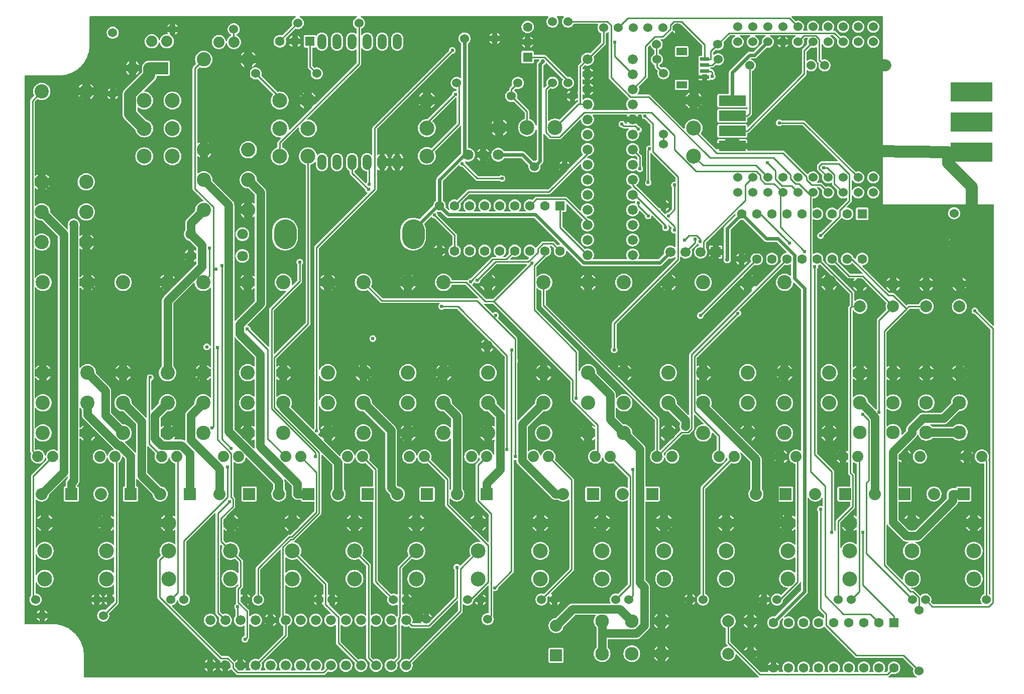
<source format=gbl>
G04 Layer: BottomLayer*
G04 EasyEDA v6.5.9, 2022-07-24 10:15:09*
G04 fe253c73351744798c961b15868a372a,02f1792b0bbe455e88b475f65b551f11,10*
G04 Gerber Generator version 0.2*
G04 Scale: 100 percent, Rotated: No, Reflected: No *
G04 Dimensions in millimeters *
G04 leading zeros omitted , absolute positions ,4 integer and 5 decimal *
%FSLAX45Y45*%
%MOMM*%

%ADD10C,0.6000*%
%ADD11C,0.2540*%
%ADD12C,1.4000*%
%ADD13C,2.0000*%
%ADD14C,1.5240*%
%ADD15C,2.0320*%
%ADD16C,1.8000*%
%ADD17C,2.3000*%
%ADD18C,2.4000*%
%ADD19C,1.7000*%
%ADD20C,2.5000*%
%ADD21C,1.6000*%
%ADD22R,1.6000X1.6000*%
%ADD23C,1.8796*%
%ADD24C,1.6764*%
%ADD25C,0.6100*%
%ADD26C,1.5000*%
%ADD27C,0.7000*%
%ADD28C,3.8000*%
%ADD29C,0.0143*%

%LPD*%
G36*
X9600641Y-1608886D02*
G01*
X9596729Y-1608074D01*
X9593478Y-1605940D01*
X9591243Y-1602689D01*
X9590481Y-1598828D01*
X9591192Y-1594916D01*
X9593326Y-1591614D01*
X9602520Y-1582115D01*
X9610953Y-1570837D01*
X9617862Y-1558594D01*
X9623094Y-1545590D01*
X9626701Y-1531975D01*
X9628479Y-1518005D01*
X9628479Y-1503984D01*
X9626701Y-1490014D01*
X9623094Y-1476451D01*
X9617862Y-1463395D01*
X9610953Y-1451152D01*
X9602520Y-1439875D01*
X9592767Y-1429766D01*
X9581743Y-1421028D01*
X9569754Y-1413713D01*
X9556902Y-1408023D01*
X9543389Y-1404061D01*
X9529521Y-1401775D01*
X9515500Y-1401368D01*
X9501479Y-1402689D01*
X9487763Y-1405839D01*
X9474606Y-1410665D01*
X9462109Y-1417167D01*
X9450273Y-1425549D01*
X9446971Y-1427530D01*
X9443110Y-1428140D01*
X9439351Y-1427276D01*
X9436150Y-1425092D01*
X9434017Y-1421841D01*
X9433306Y-1417980D01*
X9433306Y-1350010D01*
X9434017Y-1346200D01*
X9436150Y-1342948D01*
X9439351Y-1340713D01*
X9443110Y-1339850D01*
X9446971Y-1340459D01*
X9462109Y-1350822D01*
X9470745Y-1355293D01*
X9470745Y-1305255D01*
X9443466Y-1305255D01*
X9439554Y-1304493D01*
X9436252Y-1302308D01*
X9434068Y-1299006D01*
X9433306Y-1295095D01*
X9433306Y-1218895D01*
X9434068Y-1215034D01*
X9436252Y-1211732D01*
X9439554Y-1209497D01*
X9443466Y-1208735D01*
X9470745Y-1208735D01*
X9470745Y-1158697D01*
X9462109Y-1163167D01*
X9450273Y-1171549D01*
X9446971Y-1173530D01*
X9443110Y-1174140D01*
X9439351Y-1173276D01*
X9436150Y-1171092D01*
X9434017Y-1167841D01*
X9433306Y-1163980D01*
X9433306Y-1096010D01*
X9434017Y-1092200D01*
X9436150Y-1088948D01*
X9439351Y-1086713D01*
X9443110Y-1085850D01*
X9446971Y-1086459D01*
X9462109Y-1096822D01*
X9470745Y-1101293D01*
X9470745Y-1051255D01*
X9443466Y-1051255D01*
X9439554Y-1050493D01*
X9436252Y-1048308D01*
X9434068Y-1045006D01*
X9433306Y-1041095D01*
X9433306Y-964895D01*
X9434068Y-961034D01*
X9436252Y-957732D01*
X9439554Y-955497D01*
X9443466Y-954735D01*
X9470745Y-954735D01*
X9470745Y-904697D01*
X9462109Y-909167D01*
X9450273Y-917549D01*
X9446971Y-919530D01*
X9443110Y-920140D01*
X9439351Y-919276D01*
X9436150Y-917092D01*
X9434017Y-913841D01*
X9433306Y-909980D01*
X9433306Y-893521D01*
X9434068Y-889660D01*
X9436252Y-886358D01*
X9469018Y-853541D01*
X9472218Y-851408D01*
X9475978Y-850595D01*
X9479737Y-851204D01*
X9487763Y-854151D01*
X9501479Y-857300D01*
X9515500Y-858672D01*
X9529521Y-858215D01*
X9543389Y-855980D01*
X9556902Y-851966D01*
X9569754Y-846277D01*
X9581743Y-838962D01*
X9592767Y-830224D01*
X9602520Y-820115D01*
X9610953Y-808837D01*
X9617862Y-796594D01*
X9623094Y-783590D01*
X9626701Y-769975D01*
X9628479Y-756005D01*
X9628479Y-741984D01*
X9626701Y-728014D01*
X9623094Y-714451D01*
X9621316Y-710031D01*
X9620605Y-706170D01*
X9621367Y-702310D01*
X9623552Y-699008D01*
X9816642Y-505917D01*
X9821773Y-499719D01*
X9825329Y-493014D01*
X9827514Y-485800D01*
X9828326Y-477774D01*
X9828326Y-320598D01*
X9828987Y-316941D01*
X9830968Y-313791D01*
X9833914Y-311556D01*
X9841738Y-307594D01*
X9852964Y-299872D01*
X9859111Y-294284D01*
X9862464Y-292303D01*
X9866274Y-291693D01*
X9870084Y-292557D01*
X9873234Y-294792D01*
X9875367Y-298043D01*
X9876129Y-301853D01*
X9876129Y-1056792D01*
X9876891Y-1064818D01*
X9879076Y-1072032D01*
X9882632Y-1078687D01*
X9887762Y-1084935D01*
X10213187Y-1410309D01*
X10215422Y-1413713D01*
X10216134Y-1417777D01*
X10215219Y-1421739D01*
X10212832Y-1425041D01*
X10202214Y-1434693D01*
X10193070Y-1445361D01*
X10185400Y-1457147D01*
X10179304Y-1469847D01*
X10174884Y-1483156D01*
X10172192Y-1496974D01*
X10171277Y-1510995D01*
X10172192Y-1525016D01*
X10174884Y-1538833D01*
X10179304Y-1552194D01*
X10185400Y-1564843D01*
X10193070Y-1576628D01*
X10202214Y-1587296D01*
X10206431Y-1591157D01*
X10208818Y-1594459D01*
X10209784Y-1598371D01*
X10209072Y-1602384D01*
X10206888Y-1605788D01*
X10203586Y-1608074D01*
X10199624Y-1608886D01*
G37*

%LPC*%
G36*
X9567265Y-1355344D02*
G01*
X9569754Y-1354277D01*
X9581743Y-1346962D01*
X9592767Y-1338224D01*
X9602520Y-1328115D01*
X9610953Y-1316837D01*
X9617456Y-1305255D01*
X9567265Y-1305255D01*
G37*
G36*
X9567265Y-1208735D02*
G01*
X9617456Y-1208735D01*
X9610953Y-1197152D01*
X9602520Y-1185875D01*
X9592767Y-1175766D01*
X9581743Y-1167028D01*
X9569754Y-1159713D01*
X9567265Y-1158646D01*
G37*
G36*
X9567265Y-1101344D02*
G01*
X9569754Y-1100277D01*
X9581743Y-1092962D01*
X9592767Y-1084224D01*
X9602520Y-1074115D01*
X9610953Y-1062837D01*
X9617456Y-1051255D01*
X9567265Y-1051255D01*
G37*
G36*
X9567265Y-954735D02*
G01*
X9617456Y-954735D01*
X9610953Y-943152D01*
X9602520Y-931875D01*
X9592767Y-921766D01*
X9581743Y-913028D01*
X9569754Y-905713D01*
X9567265Y-904646D01*
G37*

%LPD*%
G36*
X7812074Y-4792776D02*
G01*
X7808214Y-4791964D01*
X7804912Y-4789779D01*
X7578140Y-4563008D01*
X7575753Y-4559300D01*
X7575194Y-4554931D01*
X7576515Y-4550714D01*
X7579461Y-4547463D01*
X7582865Y-4545126D01*
X7589824Y-4538167D01*
X7595463Y-4530090D01*
X7599629Y-4521200D01*
X7600340Y-4518406D01*
X7602270Y-4514646D01*
X7605572Y-4512005D01*
X7609636Y-4510887D01*
X7613802Y-4511548D01*
X7617358Y-4513884D01*
X7621219Y-4517745D01*
X7629245Y-4523333D01*
X7638135Y-4527499D01*
X7647635Y-4530039D01*
X7657439Y-4530902D01*
X7667244Y-4530039D01*
X7676743Y-4527499D01*
X7685633Y-4523333D01*
X7693659Y-4517745D01*
X7700619Y-4510786D01*
X7706258Y-4502708D01*
X7710424Y-4493818D01*
X7712964Y-4484319D01*
X7713675Y-4476292D01*
X7714589Y-4472889D01*
X7716570Y-4469993D01*
X7737602Y-4448962D01*
X7740903Y-4446778D01*
X7744815Y-4445965D01*
X7776057Y-4445965D01*
X7776057Y-4414723D01*
X7776819Y-4410862D01*
X7779054Y-4407560D01*
X7980222Y-4206341D01*
X7983524Y-4204157D01*
X7987436Y-4203395D01*
X8487410Y-4203395D01*
X8491270Y-4204157D01*
X8494572Y-4206341D01*
X8496808Y-4209643D01*
X8497570Y-4213555D01*
X8496808Y-4217416D01*
X8494572Y-4220718D01*
X7925511Y-4789779D01*
X7922209Y-4791964D01*
X7918348Y-4792776D01*
G37*

%LPC*%
G36*
X7776057Y-4642104D02*
G01*
X7776057Y-4578705D01*
X7712659Y-4578705D01*
X7718856Y-4589932D01*
X7728356Y-4603292D01*
X7739227Y-4615484D01*
X7751470Y-4626406D01*
X7764780Y-4635855D01*
G37*
G36*
X7908747Y-4642104D02*
G01*
X7920024Y-4635855D01*
X7933385Y-4626406D01*
X7945577Y-4615484D01*
X7956448Y-4603292D01*
X7965948Y-4589932D01*
X7972145Y-4578705D01*
X7908747Y-4578705D01*
G37*
G36*
X7908747Y-4445965D02*
G01*
X7972145Y-4445965D01*
X7965948Y-4434738D01*
X7956448Y-4421378D01*
X7945577Y-4409186D01*
X7933385Y-4398264D01*
X7920024Y-4388815D01*
X7908747Y-4382566D01*
G37*

%LPD*%
G36*
X3898849Y-7315098D02*
G01*
X3894480Y-7314539D01*
X3890721Y-7312152D01*
X3726484Y-7147864D01*
X3724249Y-7144562D01*
X3723487Y-7140702D01*
X3723487Y-7118705D01*
X3701491Y-7118705D01*
X3697579Y-7117892D01*
X3694328Y-7115708D01*
X3567887Y-6989267D01*
X3565651Y-6985965D01*
X3564890Y-6982104D01*
X3564890Y-5450636D01*
X3565702Y-5446674D01*
X3567988Y-5443321D01*
X3571392Y-5441137D01*
X3575405Y-5440476D01*
X3579317Y-5441391D01*
X3582568Y-5443829D01*
X3587597Y-5449366D01*
X3900779Y-5762548D01*
X3903014Y-5765850D01*
X3903776Y-5769762D01*
X3903776Y-5920079D01*
X3903065Y-5923889D01*
X3900932Y-5927140D01*
X3897782Y-5929376D01*
X3894023Y-5930239D01*
X3890162Y-5929680D01*
X3886860Y-5927699D01*
X3880815Y-5922264D01*
X3867454Y-5912815D01*
X3853129Y-5904890D01*
X3838041Y-5898642D01*
X3822293Y-5894120D01*
X3806190Y-5891377D01*
X3789832Y-5890463D01*
X3773525Y-5891377D01*
X3757371Y-5894120D01*
X3741674Y-5898642D01*
X3726535Y-5904890D01*
X3712210Y-5912815D01*
X3698900Y-5922264D01*
X3686657Y-5933186D01*
X3675786Y-5945378D01*
X3666286Y-5958738D01*
X3658412Y-5973013D01*
X3652113Y-5988151D01*
X3647592Y-6003848D01*
X3644849Y-6020003D01*
X3643934Y-6036360D01*
X3644849Y-6052667D01*
X3647592Y-6068822D01*
X3652113Y-6084519D01*
X3658412Y-6099657D01*
X3666286Y-6113932D01*
X3675786Y-6127292D01*
X3686657Y-6139484D01*
X3698900Y-6150406D01*
X3712210Y-6159855D01*
X3726535Y-6167780D01*
X3741674Y-6174028D01*
X3757371Y-6178550D01*
X3773525Y-6181293D01*
X3789832Y-6182207D01*
X3806190Y-6181293D01*
X3822293Y-6178550D01*
X3838041Y-6174028D01*
X3853129Y-6167780D01*
X3867454Y-6159855D01*
X3880815Y-6150406D01*
X3886860Y-6145022D01*
X3890162Y-6142990D01*
X3894023Y-6142431D01*
X3897782Y-6143294D01*
X3900932Y-6145530D01*
X3903065Y-6148781D01*
X3903776Y-6152591D01*
X3903776Y-6428079D01*
X3903065Y-6431889D01*
X3900932Y-6435140D01*
X3897782Y-6437376D01*
X3894023Y-6438239D01*
X3890162Y-6437680D01*
X3886860Y-6435699D01*
X3880815Y-6430264D01*
X3867454Y-6420815D01*
X3853129Y-6412890D01*
X3838041Y-6406642D01*
X3822293Y-6402120D01*
X3806190Y-6399377D01*
X3789832Y-6398463D01*
X3773525Y-6399377D01*
X3757371Y-6402120D01*
X3741674Y-6406642D01*
X3726535Y-6412890D01*
X3712210Y-6420815D01*
X3698900Y-6430264D01*
X3686657Y-6441186D01*
X3675786Y-6453378D01*
X3666286Y-6466738D01*
X3658412Y-6481013D01*
X3652113Y-6496151D01*
X3647592Y-6511848D01*
X3644849Y-6528003D01*
X3643934Y-6544360D01*
X3644849Y-6560667D01*
X3647592Y-6576822D01*
X3652113Y-6592519D01*
X3658412Y-6607657D01*
X3666286Y-6621932D01*
X3675786Y-6635292D01*
X3686657Y-6647484D01*
X3698900Y-6658406D01*
X3712210Y-6667855D01*
X3726535Y-6675780D01*
X3741674Y-6682028D01*
X3757371Y-6686550D01*
X3773525Y-6689293D01*
X3789832Y-6690207D01*
X3806190Y-6689293D01*
X3822293Y-6686550D01*
X3838041Y-6682028D01*
X3853129Y-6675780D01*
X3867454Y-6667855D01*
X3880815Y-6658406D01*
X3886860Y-6653022D01*
X3890162Y-6650990D01*
X3894023Y-6650431D01*
X3897782Y-6651294D01*
X3900932Y-6653530D01*
X3903065Y-6656781D01*
X3903776Y-6660591D01*
X3903776Y-6936079D01*
X3903065Y-6939889D01*
X3900932Y-6943140D01*
X3897782Y-6945375D01*
X3894023Y-6946239D01*
X3890162Y-6945680D01*
X3886860Y-6943699D01*
X3880815Y-6938264D01*
X3867454Y-6928815D01*
X3856177Y-6922566D01*
X3856177Y-6985965D01*
X3893616Y-6985965D01*
X3897528Y-6986778D01*
X3900779Y-6988962D01*
X3903014Y-6992264D01*
X3903776Y-6996125D01*
X3903776Y-7108545D01*
X3903014Y-7112406D01*
X3900779Y-7115708D01*
X3897528Y-7117892D01*
X3893616Y-7118705D01*
X3856177Y-7118705D01*
X3856177Y-7182103D01*
X3867454Y-7175855D01*
X3880815Y-7166406D01*
X3886860Y-7161022D01*
X3890162Y-7158990D01*
X3894023Y-7158431D01*
X3897782Y-7159294D01*
X3900932Y-7161530D01*
X3903065Y-7164781D01*
X3903776Y-7168591D01*
X3903776Y-7274966D01*
X3904284Y-7285228D01*
X3904640Y-7288123D01*
X3906520Y-7298029D01*
X3907688Y-7302246D01*
X3907942Y-7306614D01*
X3906265Y-7310729D01*
X3903065Y-7313726D01*
G37*

%LPC*%
G36*
X3660089Y-6985965D02*
G01*
X3723487Y-6985965D01*
X3723487Y-6922566D01*
X3712210Y-6928815D01*
X3698900Y-6938264D01*
X3686657Y-6949186D01*
X3675786Y-6961378D01*
X3666286Y-6974738D01*
G37*

%LPD*%
G36*
X10743539Y-7340600D02*
G01*
X10739628Y-7339838D01*
X10737850Y-7339075D01*
X10734548Y-7336840D01*
X10732414Y-7333538D01*
X10731652Y-7329678D01*
X10731652Y-7122972D01*
X10732617Y-7118654D01*
X10734598Y-7115708D01*
X10732414Y-7112406D01*
X10731652Y-7108545D01*
X10731652Y-6996125D01*
X10732414Y-6992264D01*
X10734802Y-6988860D01*
X10732617Y-6986016D01*
X10731652Y-6981698D01*
X10731652Y-6814820D01*
X10730839Y-6806793D01*
X10728655Y-6799580D01*
X10725099Y-6792925D01*
X10719968Y-6786676D01*
X10067391Y-6134100D01*
X10065207Y-6130798D01*
X10064445Y-6126937D01*
X10064445Y-6102705D01*
X10040162Y-6102705D01*
X10036302Y-6101892D01*
X10033000Y-6099708D01*
X8821572Y-4888280D01*
X8819388Y-4884978D01*
X8818626Y-4881118D01*
X8818626Y-4660442D01*
X8819540Y-4656226D01*
X8822131Y-4652772D01*
X8825941Y-4650689D01*
X8828176Y-4650028D01*
X8843314Y-4643780D01*
X8857640Y-4635855D01*
X8870950Y-4626406D01*
X8883142Y-4615484D01*
X8894064Y-4603292D01*
X8903512Y-4589932D01*
X8911437Y-4575657D01*
X8917686Y-4560519D01*
X8922258Y-4544822D01*
X8924950Y-4528667D01*
X8925915Y-4512360D01*
X8924950Y-4496003D01*
X8922258Y-4479848D01*
X8917686Y-4464151D01*
X8911437Y-4449013D01*
X8903512Y-4434738D01*
X8894064Y-4421378D01*
X8883142Y-4409186D01*
X8870950Y-4398264D01*
X8857640Y-4388815D01*
X8843314Y-4380890D01*
X8828176Y-4374642D01*
X8812479Y-4370120D01*
X8796324Y-4367377D01*
X8780018Y-4366463D01*
X8763660Y-4367377D01*
X8747556Y-4370120D01*
X8731808Y-4374642D01*
X8716721Y-4380890D01*
X8702395Y-4388815D01*
X8689035Y-4398264D01*
X8676843Y-4409186D01*
X8675725Y-4410456D01*
X8672474Y-4412843D01*
X8668512Y-4413808D01*
X8664498Y-4413148D01*
X8661095Y-4411014D01*
X8658758Y-4407662D01*
X8657996Y-4403648D01*
X8657996Y-4253585D01*
X8658758Y-4249724D01*
X8660942Y-4246422D01*
X8820556Y-4086809D01*
X8822944Y-4085031D01*
X8825788Y-4084015D01*
X8829395Y-4083304D01*
X8842502Y-4078833D01*
X8854948Y-4072686D01*
X8866479Y-4065015D01*
X8876893Y-4055872D01*
X8885986Y-4045458D01*
X8893708Y-4033926D01*
X8899855Y-4021531D01*
X8904274Y-4008424D01*
X8906967Y-3994810D01*
X8907881Y-3980992D01*
X8906967Y-3967175D01*
X8904274Y-3953611D01*
X8899855Y-3940505D01*
X8893708Y-3928059D01*
X8885885Y-3916375D01*
X8884310Y-3912311D01*
X8884564Y-3907942D01*
X8886596Y-3904132D01*
X8890101Y-3901490D01*
X8894318Y-3900576D01*
X8916771Y-3900576D01*
X8920632Y-3901338D01*
X8923934Y-3903522D01*
X8954414Y-3934002D01*
X8956497Y-3937050D01*
X8957360Y-3940708D01*
X8956852Y-3944416D01*
X8953703Y-3953611D01*
X8951010Y-3967175D01*
X8950096Y-3980992D01*
X8951010Y-3994810D01*
X8953703Y-4008424D01*
X8958173Y-4021531D01*
X8964320Y-4033926D01*
X8971991Y-4045458D01*
X8981135Y-4055872D01*
X8991549Y-4065015D01*
X9003080Y-4072686D01*
X9015476Y-4078833D01*
X9028582Y-4083304D01*
X9042196Y-4085996D01*
X9056014Y-4086910D01*
X9069832Y-4085996D01*
X9083395Y-4083304D01*
X9096502Y-4078833D01*
X9108948Y-4072686D01*
X9120479Y-4065015D01*
X9130893Y-4055872D01*
X9139986Y-4045458D01*
X9147708Y-4033926D01*
X9153855Y-4021531D01*
X9158274Y-4008424D01*
X9160967Y-3994810D01*
X9161221Y-3991457D01*
X9162186Y-3987749D01*
X9164472Y-3984650D01*
X9167774Y-3982618D01*
X9171584Y-3981958D01*
X9175343Y-3982770D01*
X9178544Y-3984955D01*
X9413544Y-4219956D01*
X9417304Y-4223410D01*
X9421164Y-4226356D01*
X9425279Y-4228998D01*
X9429597Y-4231233D01*
X9434118Y-4233113D01*
X9438792Y-4234586D01*
X9443516Y-4235653D01*
X9448393Y-4236262D01*
X9453473Y-4236516D01*
X10738205Y-4236516D01*
X10743285Y-4236262D01*
X10748111Y-4235653D01*
X10752886Y-4234586D01*
X10757509Y-4233113D01*
X10762030Y-4231233D01*
X10766348Y-4228998D01*
X10770463Y-4226356D01*
X10774324Y-4223410D01*
X10778083Y-4219956D01*
X10886897Y-4111193D01*
X10889488Y-4109313D01*
X10892485Y-4108297D01*
X10895685Y-4108348D01*
X10908334Y-4110380D01*
X10922558Y-4110837D01*
X10936681Y-4109465D01*
X10950549Y-4106316D01*
X10963910Y-4101388D01*
X10976457Y-4094835D01*
X10988903Y-4086098D01*
X10992967Y-4084421D01*
X10997387Y-4084574D01*
X11001298Y-4086606D01*
X11003940Y-4090111D01*
X11004905Y-4094429D01*
X11004905Y-4108348D01*
X11004143Y-4112260D01*
X11001959Y-4115562D01*
X9943084Y-5174437D01*
X9937953Y-5180634D01*
X9934397Y-5187340D01*
X9932212Y-5194554D01*
X9931400Y-5202580D01*
X9931400Y-5604967D01*
X9930638Y-5608878D01*
X9928402Y-5612180D01*
X9926828Y-5613755D01*
X9921189Y-5621832D01*
X9917023Y-5630722D01*
X9914483Y-5640222D01*
X9913620Y-5650026D01*
X9914483Y-5659780D01*
X9917023Y-5669280D01*
X9921189Y-5678170D01*
X9926828Y-5686247D01*
X9933787Y-5693206D01*
X9941814Y-5698845D01*
X9950704Y-5702960D01*
X9960203Y-5705500D01*
X9970008Y-5706364D01*
X9979812Y-5705500D01*
X9989261Y-5702960D01*
X9998202Y-5698845D01*
X10006228Y-5693206D01*
X10013188Y-5686247D01*
X10018826Y-5678170D01*
X10022992Y-5669280D01*
X10025532Y-5659780D01*
X10026396Y-5650026D01*
X10025532Y-5640222D01*
X10022992Y-5630722D01*
X10018826Y-5621832D01*
X10013188Y-5613755D01*
X10011613Y-5612180D01*
X10009378Y-5608878D01*
X10008616Y-5604967D01*
X10008616Y-5222290D01*
X10009378Y-5218379D01*
X10011613Y-5215077D01*
X10777728Y-4448962D01*
X10781030Y-4446778D01*
X10784890Y-4445965D01*
X10814405Y-4445965D01*
X10814405Y-4416450D01*
X10815218Y-4412589D01*
X10817402Y-4409287D01*
X11070488Y-4156201D01*
X11075568Y-4150004D01*
X11079124Y-4143298D01*
X11081359Y-4136085D01*
X11082121Y-4128058D01*
X11082121Y-4090162D01*
X11082832Y-4086453D01*
X11084814Y-4083253D01*
X11087862Y-4081018D01*
X11091519Y-4080052D01*
X11095278Y-4080459D01*
X11098631Y-4082237D01*
X11109553Y-4090924D01*
X11121694Y-4098290D01*
X11134699Y-4104081D01*
X11148314Y-4108094D01*
X11162334Y-4110380D01*
X11176558Y-4110837D01*
X11190681Y-4109465D01*
X11204549Y-4106316D01*
X11217910Y-4101388D01*
X11230508Y-4094835D01*
X11242141Y-4086707D01*
X11252657Y-4077157D01*
X11261852Y-4066336D01*
X11269624Y-4054398D01*
X11275771Y-4041597D01*
X11280241Y-4028135D01*
X11282984Y-4014165D01*
X11283899Y-3999992D01*
X11282984Y-3985818D01*
X11280241Y-3971848D01*
X11276126Y-3959402D01*
X11275618Y-3955694D01*
X11276482Y-3952087D01*
X11278565Y-3949039D01*
X11362486Y-3865067D01*
X11364722Y-3862425D01*
X11367973Y-3859784D01*
X11372037Y-3858717D01*
X11376202Y-3859377D01*
X11379758Y-3861663D01*
X11383365Y-3865321D01*
X11391442Y-3870960D01*
X11398808Y-3874414D01*
X11402060Y-3876801D01*
X11404142Y-3880307D01*
X11404650Y-3884371D01*
X11403533Y-3888282D01*
X11400993Y-3891432D01*
X11397386Y-3893362D01*
X11388699Y-3895953D01*
X11375694Y-3901694D01*
X11363553Y-3909060D01*
X11352428Y-3917899D01*
X11342573Y-3928110D01*
X11334089Y-3939489D01*
X11327079Y-3951884D01*
X11321745Y-3965041D01*
X11318138Y-3978808D01*
X11316360Y-3992879D01*
X11316360Y-4007104D01*
X11318138Y-4021175D01*
X11321745Y-4034942D01*
X11327079Y-4048099D01*
X11334089Y-4060494D01*
X11342573Y-4071874D01*
X11352428Y-4082084D01*
X11363553Y-4090924D01*
X11375694Y-4098290D01*
X11388699Y-4104081D01*
X11402314Y-4108094D01*
X11416334Y-4110380D01*
X11430558Y-4110837D01*
X11444681Y-4109465D01*
X11458549Y-4106316D01*
X11471910Y-4101388D01*
X11484508Y-4094835D01*
X11496141Y-4086707D01*
X11506657Y-4077157D01*
X11515852Y-4066336D01*
X11523624Y-4054398D01*
X11529771Y-4041597D01*
X11534241Y-4028135D01*
X11536984Y-4014165D01*
X11537899Y-3999992D01*
X11536984Y-3985818D01*
X11534241Y-3971848D01*
X11529771Y-3958386D01*
X11523624Y-3945585D01*
X11518442Y-3937609D01*
X11517223Y-3934968D01*
X11516817Y-3932072D01*
X11516817Y-3847236D01*
X11517579Y-3843324D01*
X11519763Y-3840022D01*
X11996267Y-3363518D01*
X11999976Y-3361182D01*
X12004344Y-3360572D01*
X12008510Y-3361893D01*
X12011761Y-3364890D01*
X12013438Y-3368954D01*
X12014606Y-3375406D01*
X12014657Y-3378657D01*
X12013692Y-3381705D01*
X12011761Y-3384346D01*
X11835384Y-3560775D01*
X11831929Y-3564534D01*
X11828983Y-3568395D01*
X11826341Y-3572510D01*
X11824106Y-3576828D01*
X11822226Y-3581349D01*
X11820753Y-3585972D01*
X11819686Y-3590747D01*
X11819077Y-3595573D01*
X11818823Y-3600653D01*
X11818823Y-4104792D01*
X11818010Y-4108856D01*
X11817197Y-4110736D01*
X11814708Y-4120489D01*
X11813895Y-4130497D01*
X11814708Y-4140504D01*
X11817197Y-4150258D01*
X11821210Y-4159453D01*
X11826697Y-4167886D01*
X11833504Y-4175302D01*
X11841480Y-4181449D01*
X11850319Y-4186224D01*
X11859818Y-4189526D01*
X11869724Y-4191152D01*
X11879783Y-4191152D01*
X11889689Y-4189526D01*
X11899188Y-4186224D01*
X11908028Y-4181449D01*
X11916003Y-4175302D01*
X11922810Y-4167886D01*
X11928297Y-4159453D01*
X11932310Y-4150258D01*
X11934799Y-4140504D01*
X11935612Y-4130497D01*
X11934799Y-4120489D01*
X11932310Y-4110736D01*
X11931497Y-4108856D01*
X11930684Y-4104792D01*
X11930684Y-3627831D01*
X11931446Y-3623919D01*
X11933631Y-3620617D01*
X12090857Y-3463442D01*
X12093549Y-3461512D01*
X12096699Y-3460546D01*
X12100001Y-3460648D01*
X12104776Y-3461613D01*
X12118594Y-3462477D01*
X12132411Y-3461613D01*
X12137186Y-3460648D01*
X12140488Y-3460546D01*
X12143638Y-3461512D01*
X12146330Y-3463442D01*
X12495072Y-3812184D01*
X12498832Y-3815587D01*
X12502692Y-3818585D01*
X12506807Y-3821176D01*
X12511125Y-3823462D01*
X12515646Y-3825341D01*
X12520320Y-3826764D01*
X12525044Y-3827830D01*
X12529921Y-3828491D01*
X12535001Y-3828694D01*
X12703403Y-3828694D01*
X12707315Y-3829456D01*
X12710617Y-3831691D01*
X12875107Y-3996182D01*
X12877292Y-3999382D01*
X12878104Y-4003141D01*
X12877444Y-4006951D01*
X12875412Y-4010253D01*
X12872313Y-4012539D01*
X12868605Y-4013504D01*
X12866776Y-4013606D01*
X12853212Y-4016349D01*
X12840055Y-4020769D01*
X12827660Y-4026915D01*
X12816128Y-4034586D01*
X12805714Y-4043730D01*
X12796570Y-4054144D01*
X12788900Y-4065676D01*
X12782753Y-4078071D01*
X12778333Y-4091228D01*
X12775590Y-4104792D01*
X12774726Y-4118610D01*
X12775590Y-4132427D01*
X12778333Y-4145991D01*
X12781432Y-4155186D01*
X12781940Y-4158894D01*
X12781076Y-4162501D01*
X12778994Y-4165600D01*
X12368885Y-4575708D01*
X12365583Y-4577892D01*
X12361722Y-4578705D01*
X12286488Y-4578705D01*
X12286488Y-4653940D01*
X12285675Y-4657801D01*
X12283490Y-4661103D01*
X11246916Y-5697677D01*
X11241786Y-5703925D01*
X11238230Y-5710580D01*
X11236045Y-5717794D01*
X11235283Y-5725820D01*
X11235283Y-6738670D01*
X11234470Y-6742531D01*
X11232286Y-6745833D01*
X11228984Y-6748018D01*
X11225123Y-6748830D01*
X11221212Y-6748018D01*
X11217910Y-6745833D01*
X11029340Y-6557264D01*
X11027003Y-6553708D01*
X11026394Y-6549491D01*
X11026648Y-6544360D01*
X11025733Y-6528003D01*
X11022990Y-6511848D01*
X11018469Y-6496151D01*
X11012220Y-6481013D01*
X11004296Y-6466738D01*
X10994847Y-6453378D01*
X10983925Y-6441186D01*
X10971733Y-6430264D01*
X10958372Y-6420815D01*
X10944098Y-6412890D01*
X10928959Y-6406642D01*
X10913262Y-6402120D01*
X10897108Y-6399377D01*
X10880750Y-6398463D01*
X10864443Y-6399377D01*
X10848289Y-6402120D01*
X10832592Y-6406642D01*
X10817453Y-6412890D01*
X10803178Y-6420815D01*
X10789818Y-6430264D01*
X10777626Y-6441186D01*
X10766704Y-6453378D01*
X10757255Y-6466738D01*
X10749330Y-6481013D01*
X10743082Y-6496151D01*
X10738561Y-6511848D01*
X10735818Y-6528003D01*
X10734903Y-6544360D01*
X10735818Y-6560667D01*
X10738561Y-6576822D01*
X10743082Y-6592519D01*
X10749330Y-6607657D01*
X10757255Y-6621932D01*
X10766704Y-6635292D01*
X10777626Y-6647484D01*
X10789818Y-6658406D01*
X10803178Y-6667855D01*
X10817453Y-6675780D01*
X10832592Y-6682028D01*
X10848289Y-6686550D01*
X10864443Y-6689293D01*
X10880750Y-6690207D01*
X10885932Y-6689953D01*
X10890148Y-6690614D01*
X10893704Y-6692900D01*
X11071910Y-6871106D01*
X11074095Y-6874408D01*
X11074908Y-6878269D01*
X11074908Y-6905142D01*
X11074501Y-6907834D01*
X11071910Y-6917283D01*
X11070132Y-6930644D01*
X11070132Y-6944156D01*
X11071910Y-6957517D01*
X11075466Y-6970471D01*
X11080750Y-6982917D01*
X11086896Y-6993280D01*
X11088217Y-6997141D01*
X11087963Y-7001205D01*
X11086084Y-7004812D01*
X11082934Y-7007453D01*
X11081105Y-7008418D01*
X11074908Y-7013549D01*
X10972698Y-7115708D01*
X10969396Y-7117892D01*
X10965535Y-7118705D01*
X10947146Y-7118705D01*
X10947146Y-7137095D01*
X10946333Y-7140956D01*
X10944148Y-7144258D01*
X10750753Y-7337653D01*
X10747451Y-7339838D01*
G37*

%LPC*%
G36*
X10814405Y-7182103D02*
G01*
X10814405Y-7118705D01*
X10751007Y-7118705D01*
X10757255Y-7129932D01*
X10766704Y-7143292D01*
X10777626Y-7155484D01*
X10789818Y-7166406D01*
X10803178Y-7175855D01*
G37*
G36*
X10751007Y-6985965D02*
G01*
X10814405Y-6985965D01*
X10814405Y-6922566D01*
X10803178Y-6928815D01*
X10789818Y-6938264D01*
X10777626Y-6949186D01*
X10766704Y-6961378D01*
X10757255Y-6974738D01*
G37*
G36*
X10947146Y-6985965D02*
G01*
X11010544Y-6985965D01*
X11004296Y-6974738D01*
X10994847Y-6961378D01*
X10983925Y-6949186D01*
X10971733Y-6938264D01*
X10958372Y-6928815D01*
X10947146Y-6922566D01*
G37*
G36*
X10880750Y-6182207D02*
G01*
X10897108Y-6181293D01*
X10913262Y-6178550D01*
X10928959Y-6174028D01*
X10944098Y-6167780D01*
X10958372Y-6159855D01*
X10971733Y-6150406D01*
X10983925Y-6139484D01*
X10994847Y-6127292D01*
X11004296Y-6113932D01*
X11012220Y-6099657D01*
X11018469Y-6084519D01*
X11022990Y-6068822D01*
X11025733Y-6052667D01*
X11026648Y-6036360D01*
X11025733Y-6020003D01*
X11022990Y-6003848D01*
X11018469Y-5988151D01*
X11012220Y-5973013D01*
X11004296Y-5958738D01*
X10994847Y-5945378D01*
X10983925Y-5933186D01*
X10971733Y-5922264D01*
X10958372Y-5912815D01*
X10944098Y-5904890D01*
X10928959Y-5898642D01*
X10913262Y-5894120D01*
X10897108Y-5891377D01*
X10880750Y-5890463D01*
X10864443Y-5891377D01*
X10848289Y-5894120D01*
X10832592Y-5898642D01*
X10817453Y-5904890D01*
X10803178Y-5912815D01*
X10789818Y-5922264D01*
X10777626Y-5933186D01*
X10766704Y-5945378D01*
X10757255Y-5958738D01*
X10749330Y-5973013D01*
X10743082Y-5988151D01*
X10738561Y-6003848D01*
X10735818Y-6020003D01*
X10734903Y-6036360D01*
X10735818Y-6052667D01*
X10738561Y-6068822D01*
X10743082Y-6084519D01*
X10749330Y-6099657D01*
X10757255Y-6113932D01*
X10766704Y-6127292D01*
X10777626Y-6139484D01*
X10789818Y-6150406D01*
X10803178Y-6159855D01*
X10817453Y-6167780D01*
X10832592Y-6174028D01*
X10848289Y-6178550D01*
X10864443Y-6181293D01*
G37*
G36*
X10197134Y-6166104D02*
G01*
X10208412Y-6159855D01*
X10221722Y-6150406D01*
X10233914Y-6139484D01*
X10244836Y-6127292D01*
X10254284Y-6113932D01*
X10260533Y-6102705D01*
X10197134Y-6102705D01*
G37*
G36*
X10197134Y-5969965D02*
G01*
X10260533Y-5969965D01*
X10254284Y-5958738D01*
X10244836Y-5945378D01*
X10233914Y-5933186D01*
X10221722Y-5922264D01*
X10208412Y-5912815D01*
X10197134Y-5906566D01*
G37*
G36*
X10000996Y-5969965D02*
G01*
X10064445Y-5969965D01*
X10064445Y-5906566D01*
X10053167Y-5912815D01*
X10039807Y-5922264D01*
X10027615Y-5933186D01*
X10016693Y-5945378D01*
X10007244Y-5958738D01*
G37*
G36*
X11422176Y-5125415D02*
G01*
X11431981Y-5124551D01*
X11441480Y-5122011D01*
X11450370Y-5117846D01*
X11458397Y-5112207D01*
X11465356Y-5105247D01*
X11470995Y-5097221D01*
X11475161Y-5088331D01*
X11477701Y-5078831D01*
X11478412Y-5070754D01*
X11479326Y-5067350D01*
X11481308Y-5064455D01*
X12096851Y-4448962D01*
X12100153Y-4446778D01*
X12104014Y-4445965D01*
X12153747Y-4445965D01*
X12153747Y-4396232D01*
X12154560Y-4392371D01*
X12156744Y-4389069D01*
X12325604Y-4220210D01*
X12328702Y-4218127D01*
X12332309Y-4217263D01*
X12336018Y-4217771D01*
X12345212Y-4220870D01*
X12358776Y-4223613D01*
X12372594Y-4224477D01*
X12386411Y-4223613D01*
X12399975Y-4220870D01*
X12413132Y-4216450D01*
X12425527Y-4210304D01*
X12437059Y-4202633D01*
X12447473Y-4193489D01*
X12456617Y-4183075D01*
X12464288Y-4171543D01*
X12470434Y-4159148D01*
X12474854Y-4145991D01*
X12477597Y-4132427D01*
X12478461Y-4118610D01*
X12477597Y-4104792D01*
X12474854Y-4091228D01*
X12470434Y-4078071D01*
X12464288Y-4065676D01*
X12456617Y-4054144D01*
X12447473Y-4043730D01*
X12437059Y-4034586D01*
X12425527Y-4026915D01*
X12413132Y-4020769D01*
X12399975Y-4016349D01*
X12386411Y-4013606D01*
X12372594Y-4012742D01*
X12358776Y-4013606D01*
X12345212Y-4016349D01*
X12332055Y-4020769D01*
X12319660Y-4026915D01*
X12308128Y-4034586D01*
X12297714Y-4043730D01*
X12288570Y-4054144D01*
X12280900Y-4065676D01*
X12274753Y-4078071D01*
X12270333Y-4091228D01*
X12267590Y-4104792D01*
X12266726Y-4118610D01*
X12267590Y-4132427D01*
X12270333Y-4145991D01*
X12273432Y-4155186D01*
X12273940Y-4158894D01*
X12273076Y-4162501D01*
X12270994Y-4165600D01*
X11426748Y-5009896D01*
X11423853Y-5011877D01*
X11420449Y-5012791D01*
X11412372Y-5013502D01*
X11402872Y-5016042D01*
X11393982Y-5020208D01*
X11385956Y-5025847D01*
X11378996Y-5032806D01*
X11373358Y-5040833D01*
X11369192Y-5049723D01*
X11366652Y-5059222D01*
X11365788Y-5069027D01*
X11366652Y-5078831D01*
X11369192Y-5088331D01*
X11373358Y-5097221D01*
X11378996Y-5105247D01*
X11385956Y-5112207D01*
X11393982Y-5117846D01*
X11402872Y-5122011D01*
X11412372Y-5124551D01*
G37*
G36*
X10130790Y-4658207D02*
G01*
X10147096Y-4657293D01*
X10163251Y-4654550D01*
X10178948Y-4650028D01*
X10194086Y-4643780D01*
X10208412Y-4635855D01*
X10221722Y-4626406D01*
X10233914Y-4615484D01*
X10244836Y-4603292D01*
X10254284Y-4589932D01*
X10262209Y-4575657D01*
X10268458Y-4560519D01*
X10273030Y-4544822D01*
X10275722Y-4528667D01*
X10276687Y-4512360D01*
X10275722Y-4496003D01*
X10273030Y-4479848D01*
X10268458Y-4464151D01*
X10262209Y-4449013D01*
X10254284Y-4434738D01*
X10244836Y-4421378D01*
X10233914Y-4409186D01*
X10221722Y-4398264D01*
X10208412Y-4388815D01*
X10194086Y-4380890D01*
X10178948Y-4374642D01*
X10163251Y-4370120D01*
X10147096Y-4367377D01*
X10130790Y-4366463D01*
X10114432Y-4367377D01*
X10098328Y-4370120D01*
X10082580Y-4374642D01*
X10067493Y-4380890D01*
X10053167Y-4388815D01*
X10039807Y-4398264D01*
X10027615Y-4409186D01*
X10016693Y-4421378D01*
X10007244Y-4434738D01*
X9999319Y-4449013D01*
X9993071Y-4464151D01*
X9988550Y-4479848D01*
X9985806Y-4496003D01*
X9984892Y-4512360D01*
X9985806Y-4528667D01*
X9988550Y-4544822D01*
X9993071Y-4560519D01*
X9999319Y-4575657D01*
X10007244Y-4589932D01*
X10016693Y-4603292D01*
X10027615Y-4615484D01*
X10039807Y-4626406D01*
X10053167Y-4635855D01*
X10067493Y-4643780D01*
X10082580Y-4650028D01*
X10098328Y-4654550D01*
X10114432Y-4657293D01*
G37*
G36*
X11470132Y-4658207D02*
G01*
X11486438Y-4657293D01*
X11502593Y-4654550D01*
X11518290Y-4650028D01*
X11533428Y-4643780D01*
X11547754Y-4635855D01*
X11561064Y-4626406D01*
X11573256Y-4615484D01*
X11584178Y-4603292D01*
X11593626Y-4589932D01*
X11601551Y-4575657D01*
X11607800Y-4560519D01*
X11612372Y-4544822D01*
X11615064Y-4528667D01*
X11616029Y-4512360D01*
X11615064Y-4496003D01*
X11612372Y-4479848D01*
X11607800Y-4464151D01*
X11601551Y-4449013D01*
X11593626Y-4434738D01*
X11584178Y-4421378D01*
X11573256Y-4409186D01*
X11561064Y-4398264D01*
X11547754Y-4388815D01*
X11533428Y-4380890D01*
X11518290Y-4374642D01*
X11502593Y-4370120D01*
X11486438Y-4367377D01*
X11470132Y-4366463D01*
X11453774Y-4367377D01*
X11437670Y-4370120D01*
X11421922Y-4374642D01*
X11406835Y-4380890D01*
X11392509Y-4388815D01*
X11379149Y-4398264D01*
X11366957Y-4409186D01*
X11356035Y-4421378D01*
X11346586Y-4434738D01*
X11338661Y-4449013D01*
X11332413Y-4464151D01*
X11327892Y-4479848D01*
X11325148Y-4496003D01*
X11324234Y-4512360D01*
X11325148Y-4528667D01*
X11327892Y-4544822D01*
X11332413Y-4560519D01*
X11338661Y-4575657D01*
X11346586Y-4589932D01*
X11356035Y-4603292D01*
X11366957Y-4615484D01*
X11379149Y-4626406D01*
X11392509Y-4635855D01*
X11406835Y-4643780D01*
X11421922Y-4650028D01*
X11437670Y-4654550D01*
X11453774Y-4657293D01*
G37*
G36*
X10947146Y-4642104D02*
G01*
X10958372Y-4635855D01*
X10971733Y-4626406D01*
X10983925Y-4615484D01*
X10994847Y-4603292D01*
X11004296Y-4589932D01*
X11010544Y-4578705D01*
X10947146Y-4578705D01*
G37*
G36*
X9596374Y-4642104D02*
G01*
X9607600Y-4635855D01*
X9620961Y-4626406D01*
X9633153Y-4615484D01*
X9644075Y-4603292D01*
X9653524Y-4589932D01*
X9659772Y-4578705D01*
X9596374Y-4578705D01*
G37*
G36*
X10814405Y-4642104D02*
G01*
X10814405Y-4578705D01*
X10751007Y-4578705D01*
X10757255Y-4589932D01*
X10766704Y-4603292D01*
X10777626Y-4615484D01*
X10789818Y-4626406D01*
X10803178Y-4635855D01*
G37*
G36*
X9463633Y-4642104D02*
G01*
X9463633Y-4578705D01*
X9400235Y-4578705D01*
X9406483Y-4589932D01*
X9415932Y-4603292D01*
X9426854Y-4615484D01*
X9439046Y-4626406D01*
X9452406Y-4635855D01*
G37*
G36*
X12153747Y-4642104D02*
G01*
X12153747Y-4578705D01*
X12090349Y-4578705D01*
X12096597Y-4589932D01*
X12106046Y-4603292D01*
X12116968Y-4615484D01*
X12129160Y-4626406D01*
X12142520Y-4635855D01*
G37*
G36*
X9596374Y-4445965D02*
G01*
X9659772Y-4445965D01*
X9653524Y-4434738D01*
X9644075Y-4421378D01*
X9633153Y-4409186D01*
X9620961Y-4398264D01*
X9607600Y-4388815D01*
X9596374Y-4382566D01*
G37*
G36*
X10947146Y-4445965D02*
G01*
X11010544Y-4445965D01*
X11004296Y-4434738D01*
X10994847Y-4421378D01*
X10983925Y-4409186D01*
X10971733Y-4398264D01*
X10958372Y-4388815D01*
X10947146Y-4382566D01*
G37*
G36*
X12286488Y-4445965D02*
G01*
X12349886Y-4445965D01*
X12343638Y-4434738D01*
X12334189Y-4421378D01*
X12323267Y-4409186D01*
X12311075Y-4398264D01*
X12297714Y-4388815D01*
X12286488Y-4382566D01*
G37*
G36*
X9400235Y-4445965D02*
G01*
X9463633Y-4445965D01*
X9463633Y-4382566D01*
X9452406Y-4388815D01*
X9439046Y-4398264D01*
X9426854Y-4409186D01*
X9415932Y-4421378D01*
X9406483Y-4434738D01*
G37*
G36*
X12626594Y-4224477D02*
G01*
X12640411Y-4223613D01*
X12653975Y-4220870D01*
X12667132Y-4216450D01*
X12679527Y-4210304D01*
X12691059Y-4202633D01*
X12701473Y-4193489D01*
X12710617Y-4183075D01*
X12718288Y-4171543D01*
X12724434Y-4159148D01*
X12728854Y-4145991D01*
X12731597Y-4132427D01*
X12732461Y-4118610D01*
X12731597Y-4104792D01*
X12728854Y-4091228D01*
X12724434Y-4078071D01*
X12718288Y-4065676D01*
X12710617Y-4054144D01*
X12701473Y-4043730D01*
X12691059Y-4034586D01*
X12679527Y-4026915D01*
X12667132Y-4020769D01*
X12653975Y-4016349D01*
X12640411Y-4013606D01*
X12626594Y-4012742D01*
X12612776Y-4013606D01*
X12599212Y-4016349D01*
X12586055Y-4020769D01*
X12573660Y-4026915D01*
X12562128Y-4034586D01*
X12551714Y-4043730D01*
X12542570Y-4054144D01*
X12534900Y-4065676D01*
X12528753Y-4078071D01*
X12524333Y-4091228D01*
X12521590Y-4104792D01*
X12520726Y-4118610D01*
X12521590Y-4132427D01*
X12524333Y-4145991D01*
X12528753Y-4159148D01*
X12534900Y-4171543D01*
X12542570Y-4183075D01*
X12551714Y-4193489D01*
X12562128Y-4202633D01*
X12573660Y-4210304D01*
X12586055Y-4216450D01*
X12599212Y-4220870D01*
X12612776Y-4223613D01*
G37*
G36*
X12072264Y-4213555D02*
G01*
X12072264Y-4164939D01*
X12023648Y-4164939D01*
X12026900Y-4171543D01*
X12034570Y-4183075D01*
X12043714Y-4193489D01*
X12054128Y-4202633D01*
X12065660Y-4210304D01*
G37*
G36*
X12164923Y-4213555D02*
G01*
X12171527Y-4210304D01*
X12183059Y-4202633D01*
X12193473Y-4193489D01*
X12202617Y-4183075D01*
X12210288Y-4171543D01*
X12213539Y-4164939D01*
X12164923Y-4164939D01*
G37*
G36*
X11596573Y-4110888D02*
G01*
X11632133Y-4110888D01*
X11632133Y-4048861D01*
X11570106Y-4048861D01*
X11570106Y-4084421D01*
X11570817Y-4090771D01*
X11572697Y-4096207D01*
X11575796Y-4101134D01*
X11579910Y-4105198D01*
X11584787Y-4108297D01*
X11590274Y-4110177D01*
G37*
G36*
X11729872Y-4110888D02*
G01*
X11765432Y-4110888D01*
X11771731Y-4110177D01*
X11777218Y-4108297D01*
X11782094Y-4105198D01*
X11786209Y-4101134D01*
X11789308Y-4096207D01*
X11791188Y-4090771D01*
X11791899Y-4084421D01*
X11791899Y-4048861D01*
X11729872Y-4048861D01*
G37*
G36*
X12023648Y-4072280D02*
G01*
X12072264Y-4072280D01*
X12072264Y-4023664D01*
X12065660Y-4026915D01*
X12054128Y-4034586D01*
X12043714Y-4043730D01*
X12034570Y-4054144D01*
X12026900Y-4065676D01*
G37*
G36*
X12164923Y-4072280D02*
G01*
X12213539Y-4072280D01*
X12210288Y-4065676D01*
X12202617Y-4054144D01*
X12193473Y-4043730D01*
X12183059Y-4034586D01*
X12171527Y-4026915D01*
X12164923Y-4023664D01*
G37*
G36*
X11729872Y-3951173D02*
G01*
X11791899Y-3951173D01*
X11791899Y-3915562D01*
X11791188Y-3909263D01*
X11789308Y-3903776D01*
X11786209Y-3898900D01*
X11782094Y-3894785D01*
X11777218Y-3891737D01*
X11771731Y-3889806D01*
X11765432Y-3889095D01*
X11729872Y-3889095D01*
G37*
G36*
X11570106Y-3951173D02*
G01*
X11632133Y-3951173D01*
X11632133Y-3889095D01*
X11596573Y-3889095D01*
X11590274Y-3889806D01*
X11584787Y-3891737D01*
X11579910Y-3894785D01*
X11575796Y-3898900D01*
X11572697Y-3903776D01*
X11570817Y-3909263D01*
X11570106Y-3915562D01*
G37*

%LPD*%
G36*
X381609Y-7432903D02*
G01*
X377698Y-7432802D01*
X374142Y-7431176D01*
X371449Y-7428382D01*
X369976Y-7424724D01*
X369265Y-7420762D01*
X364794Y-7406690D01*
X358597Y-7393279D01*
X350824Y-7380731D01*
X341579Y-7369251D01*
X331012Y-7358989D01*
X319227Y-7350099D01*
X306425Y-7342682D01*
X292862Y-7336942D01*
X278638Y-7332929D01*
X264058Y-7330643D01*
X249326Y-7330186D01*
X234594Y-7331557D01*
X220217Y-7334707D01*
X213664Y-7336993D01*
X209854Y-7337602D01*
X206095Y-7336688D01*
X202946Y-7334453D01*
X200863Y-7331202D01*
X200152Y-7327442D01*
X200152Y-7141209D01*
X201015Y-7137044D01*
X203504Y-7133640D01*
X207213Y-7131507D01*
X211429Y-7131100D01*
X215442Y-7132472D01*
X218592Y-7135317D01*
X224231Y-7143292D01*
X235153Y-7155484D01*
X247345Y-7166406D01*
X260654Y-7175855D01*
X274980Y-7183780D01*
X290118Y-7190028D01*
X305816Y-7194550D01*
X321970Y-7197293D01*
X338277Y-7198207D01*
X354634Y-7197293D01*
X370738Y-7194550D01*
X386486Y-7190028D01*
X401574Y-7183780D01*
X415899Y-7175855D01*
X429259Y-7166406D01*
X441451Y-7155484D01*
X452374Y-7143292D01*
X461822Y-7129932D01*
X469747Y-7115657D01*
X475996Y-7100519D01*
X480517Y-7084822D01*
X483260Y-7068667D01*
X484174Y-7052360D01*
X483260Y-7036003D01*
X480517Y-7019848D01*
X475996Y-7004151D01*
X469747Y-6989013D01*
X461822Y-6974738D01*
X452374Y-6961378D01*
X441451Y-6949186D01*
X429259Y-6938264D01*
X415899Y-6928815D01*
X401574Y-6920890D01*
X386486Y-6914642D01*
X370738Y-6910120D01*
X354634Y-6907377D01*
X338277Y-6906463D01*
X321970Y-6907377D01*
X305816Y-6910120D01*
X290118Y-6914642D01*
X274980Y-6920890D01*
X260654Y-6928815D01*
X247345Y-6938264D01*
X235153Y-6949186D01*
X224231Y-6961378D01*
X218592Y-6969353D01*
X215442Y-6972249D01*
X211429Y-6973570D01*
X207213Y-6973163D01*
X203504Y-6971030D01*
X201015Y-6967626D01*
X200152Y-6963460D01*
X200152Y-6633209D01*
X201015Y-6629044D01*
X203504Y-6625640D01*
X207213Y-6623507D01*
X211429Y-6623100D01*
X215442Y-6624472D01*
X218592Y-6627317D01*
X224231Y-6635292D01*
X235153Y-6647484D01*
X247345Y-6658406D01*
X260654Y-6667855D01*
X274980Y-6675780D01*
X290118Y-6682028D01*
X305816Y-6686550D01*
X321970Y-6689293D01*
X338277Y-6690207D01*
X354634Y-6689293D01*
X370738Y-6686550D01*
X386486Y-6682028D01*
X401574Y-6675780D01*
X415899Y-6667855D01*
X429259Y-6658406D01*
X441451Y-6647484D01*
X452374Y-6635292D01*
X461822Y-6621932D01*
X469747Y-6607657D01*
X475996Y-6592519D01*
X480517Y-6576822D01*
X483260Y-6560667D01*
X484174Y-6544360D01*
X483260Y-6528003D01*
X480517Y-6511848D01*
X475996Y-6496151D01*
X469747Y-6481013D01*
X461822Y-6466738D01*
X452374Y-6453378D01*
X441451Y-6441186D01*
X429259Y-6430264D01*
X415899Y-6420815D01*
X401574Y-6412890D01*
X386486Y-6406642D01*
X370738Y-6402120D01*
X354634Y-6399377D01*
X338277Y-6398463D01*
X321970Y-6399377D01*
X305816Y-6402120D01*
X290118Y-6406642D01*
X274980Y-6412890D01*
X260654Y-6420815D01*
X247345Y-6430264D01*
X235153Y-6441186D01*
X224231Y-6453378D01*
X218592Y-6461353D01*
X215442Y-6464249D01*
X211429Y-6465570D01*
X207213Y-6465163D01*
X203504Y-6463030D01*
X201015Y-6459626D01*
X200152Y-6455460D01*
X200152Y-6125210D01*
X201015Y-6121044D01*
X203504Y-6117640D01*
X207213Y-6115507D01*
X211429Y-6115100D01*
X215442Y-6116472D01*
X218592Y-6119317D01*
X224231Y-6127292D01*
X235153Y-6139484D01*
X247345Y-6150406D01*
X260654Y-6159855D01*
X271932Y-6166104D01*
X271932Y-6102705D01*
X210312Y-6102705D01*
X206400Y-6101892D01*
X203098Y-6099708D01*
X200914Y-6096406D01*
X200152Y-6092545D01*
X200152Y-5980125D01*
X200914Y-5976264D01*
X203098Y-5972962D01*
X206400Y-5970778D01*
X210312Y-5969965D01*
X271932Y-5969965D01*
X271932Y-5906566D01*
X260654Y-5912815D01*
X247345Y-5922264D01*
X235153Y-5933186D01*
X224231Y-5945378D01*
X218592Y-5953353D01*
X215442Y-5956249D01*
X211429Y-5957570D01*
X207213Y-5957163D01*
X203504Y-5955030D01*
X201015Y-5951626D01*
X200152Y-5947460D01*
X200152Y-4601210D01*
X201015Y-4597044D01*
X203504Y-4593640D01*
X207213Y-4591507D01*
X211429Y-4591100D01*
X215442Y-4592472D01*
X218592Y-4595317D01*
X224231Y-4603292D01*
X235153Y-4615484D01*
X247345Y-4626406D01*
X260654Y-4635855D01*
X274980Y-4643780D01*
X290118Y-4650028D01*
X305816Y-4654550D01*
X321970Y-4657293D01*
X338277Y-4658207D01*
X354634Y-4657293D01*
X370738Y-4654550D01*
X386486Y-4650028D01*
X401574Y-4643780D01*
X415899Y-4635855D01*
X429259Y-4626406D01*
X441451Y-4615484D01*
X452374Y-4603292D01*
X461822Y-4589932D01*
X469747Y-4575657D01*
X475996Y-4560519D01*
X480517Y-4544822D01*
X483260Y-4528667D01*
X484174Y-4512360D01*
X483260Y-4496003D01*
X480517Y-4479848D01*
X475996Y-4464151D01*
X469747Y-4449013D01*
X461822Y-4434738D01*
X452374Y-4421378D01*
X441451Y-4409186D01*
X429259Y-4398264D01*
X415899Y-4388815D01*
X401574Y-4380890D01*
X386486Y-4374642D01*
X370738Y-4370120D01*
X354634Y-4367377D01*
X338277Y-4366463D01*
X321970Y-4367377D01*
X305816Y-4370120D01*
X290118Y-4374642D01*
X274980Y-4380890D01*
X260654Y-4388815D01*
X247345Y-4398264D01*
X235153Y-4409186D01*
X224231Y-4421378D01*
X218592Y-4429353D01*
X215442Y-4432249D01*
X211429Y-4433570D01*
X207213Y-4433163D01*
X203504Y-4431030D01*
X201015Y-4427626D01*
X200152Y-4423460D01*
X200152Y-3945940D01*
X200863Y-3942130D01*
X202946Y-3938930D01*
X206146Y-3936695D01*
X209905Y-3935780D01*
X213715Y-3936390D01*
X217068Y-3938371D01*
X227329Y-3947566D01*
X240690Y-3957015D01*
X255016Y-3964940D01*
X270103Y-3971188D01*
X285851Y-3975709D01*
X301955Y-3978452D01*
X318312Y-3979367D01*
X334619Y-3978452D01*
X350774Y-3975709D01*
X366471Y-3971188D01*
X381609Y-3964940D01*
X395935Y-3957015D01*
X409244Y-3947566D01*
X421436Y-3936644D01*
X432358Y-3924452D01*
X441807Y-3911142D01*
X449732Y-3896817D01*
X455980Y-3881678D01*
X460552Y-3865981D01*
X463245Y-3849827D01*
X464210Y-3833520D01*
X463245Y-3817162D01*
X460552Y-3801059D01*
X455980Y-3785311D01*
X449732Y-3770223D01*
X441807Y-3755898D01*
X432358Y-3742537D01*
X421436Y-3730345D01*
X409244Y-3719423D01*
X395935Y-3709974D01*
X381609Y-3702050D01*
X366471Y-3695801D01*
X350774Y-3691280D01*
X334619Y-3688537D01*
X318312Y-3687622D01*
X301955Y-3688537D01*
X285851Y-3691280D01*
X270103Y-3695801D01*
X255016Y-3702050D01*
X240690Y-3709974D01*
X227329Y-3719423D01*
X217068Y-3728618D01*
X213715Y-3730599D01*
X209905Y-3731209D01*
X206146Y-3730294D01*
X202946Y-3728110D01*
X200863Y-3724859D01*
X200152Y-3721049D01*
X200152Y-3437940D01*
X200863Y-3434130D01*
X202946Y-3430930D01*
X206146Y-3428695D01*
X209905Y-3427780D01*
X213715Y-3428390D01*
X217068Y-3430371D01*
X227329Y-3439566D01*
X240690Y-3449015D01*
X255016Y-3456940D01*
X270103Y-3463188D01*
X285851Y-3467709D01*
X301955Y-3470452D01*
X318312Y-3471367D01*
X323443Y-3471113D01*
X327660Y-3471773D01*
X331216Y-3474059D01*
X587451Y-3730294D01*
X589686Y-3733596D01*
X590448Y-3737508D01*
X590448Y-7342682D01*
X589483Y-7347051D01*
X586689Y-7350556D01*
X582726Y-7352588D01*
X578256Y-7352639D01*
X573227Y-7350099D01*
X560425Y-7342682D01*
X546862Y-7336942D01*
X532638Y-7332929D01*
X518058Y-7330643D01*
X503326Y-7330186D01*
X488594Y-7331557D01*
X474218Y-7334707D01*
X460298Y-7339634D01*
X447040Y-7346188D01*
X434746Y-7354366D01*
X423570Y-7363968D01*
X413613Y-7374839D01*
X405079Y-7386878D01*
X398119Y-7399883D01*
X392785Y-7413650D01*
X389839Y-7425334D01*
X388162Y-7428890D01*
X385267Y-7431531D01*
G37*

%LPC*%
G36*
X404622Y-6166104D02*
G01*
X415899Y-6159855D01*
X429259Y-6150406D01*
X441451Y-6139484D01*
X452374Y-6127292D01*
X461822Y-6113932D01*
X468071Y-6102705D01*
X404622Y-6102705D01*
G37*
G36*
X404622Y-5969965D02*
G01*
X468071Y-5969965D01*
X461822Y-5958738D01*
X452374Y-5945378D01*
X441451Y-5933186D01*
X429259Y-5922264D01*
X415899Y-5912815D01*
X404622Y-5906566D01*
G37*

%LPD*%
G36*
X13696492Y-8701328D02*
G01*
X13692632Y-8700719D01*
X13689330Y-8698636D01*
X13681151Y-8686850D01*
X13679525Y-8685276D01*
X13677341Y-8681974D01*
X13676579Y-8678062D01*
X13676579Y-7700060D01*
X13675766Y-7692034D01*
X13673582Y-7684820D01*
X13670026Y-7678166D01*
X13664895Y-7671917D01*
X13392454Y-7399477D01*
X13390270Y-7396175D01*
X13389508Y-7392314D01*
X13389508Y-4292041D01*
X13390270Y-4288180D01*
X13392454Y-4284878D01*
X13394080Y-4283252D01*
X13399668Y-4275226D01*
X13403834Y-4266336D01*
X13406374Y-4256836D01*
X13407237Y-4247032D01*
X13406374Y-4237228D01*
X13405510Y-4234027D01*
X13405307Y-4229912D01*
X13406729Y-4226001D01*
X13409574Y-4223004D01*
X13413333Y-4221429D01*
X13415975Y-4220870D01*
X13429132Y-4216450D01*
X13437565Y-4212285D01*
X13441629Y-4211218D01*
X13445744Y-4211929D01*
X13449249Y-4214164D01*
X13655090Y-4420006D01*
X13657275Y-4423308D01*
X13658088Y-4427220D01*
X13658088Y-4445965D01*
X13676833Y-4445965D01*
X13680744Y-4446778D01*
X13684046Y-4448962D01*
X13935659Y-4700625D01*
X13937894Y-4703927D01*
X13938656Y-4707788D01*
X13938656Y-4897120D01*
X13937894Y-4901031D01*
X13935659Y-4904333D01*
X13925042Y-4914950D01*
X13919911Y-4921199D01*
X13916355Y-4927854D01*
X13914170Y-4935067D01*
X13913408Y-4943094D01*
X13913408Y-7346442D01*
X13912392Y-7350759D01*
X13909649Y-7354316D01*
X13905636Y-7356297D01*
X13901166Y-7356348D01*
X13897101Y-7354519D01*
X13891209Y-7350099D01*
X13878356Y-7342682D01*
X13878356Y-7396683D01*
X13903248Y-7396683D01*
X13907109Y-7397445D01*
X13910411Y-7399629D01*
X13912596Y-7402931D01*
X13913408Y-7406843D01*
X13913408Y-7493203D01*
X13912596Y-7497064D01*
X13910411Y-7500366D01*
X13907109Y-7502550D01*
X13903248Y-7503363D01*
X13878356Y-7503363D01*
X13878356Y-7557363D01*
X13891209Y-7549946D01*
X13897101Y-7545476D01*
X13901166Y-7543647D01*
X13905636Y-7543698D01*
X13909649Y-7545730D01*
X13912392Y-7549235D01*
X13913408Y-7553604D01*
X13913408Y-7726934D01*
X13914170Y-7734960D01*
X13916355Y-7742174D01*
X13919911Y-7748828D01*
X13925042Y-7755077D01*
X13948308Y-7778343D01*
X13950492Y-7781645D01*
X13951305Y-7785506D01*
X13951305Y-7942325D01*
X13950492Y-7946237D01*
X13948308Y-7949539D01*
X13945006Y-7951724D01*
X13941145Y-7952486D01*
X13759180Y-7952486D01*
X13752830Y-7953197D01*
X13747394Y-7955127D01*
X13742466Y-7958175D01*
X13738402Y-7962290D01*
X13735304Y-7967167D01*
X13733424Y-7972653D01*
X13732713Y-7978952D01*
X13732713Y-8181035D01*
X13733424Y-8187334D01*
X13735304Y-8192820D01*
X13738402Y-8197697D01*
X13742466Y-8201812D01*
X13747394Y-8204911D01*
X13752830Y-8206790D01*
X13759180Y-8207502D01*
X13941145Y-8207502D01*
X13945006Y-8208264D01*
X13948308Y-8210499D01*
X13950492Y-8213801D01*
X13951305Y-8217662D01*
X13951305Y-8272780D01*
X13950492Y-8276640D01*
X13948308Y-8279942D01*
X13718082Y-8510219D01*
X13712951Y-8516416D01*
X13709396Y-8523122D01*
X13707211Y-8530336D01*
X13706398Y-8538362D01*
X13706398Y-8691168D01*
X13705636Y-8695029D01*
X13703503Y-8698280D01*
X13700302Y-8700516D01*
G37*

%LPC*%
G36*
X13771676Y-7557109D02*
G01*
X13771676Y-7503363D01*
X13717828Y-7503363D01*
X13723112Y-7513116D01*
X13731595Y-7525156D01*
X13741552Y-7536078D01*
X13752779Y-7545679D01*
X13765072Y-7553807D01*
G37*
G36*
X13717828Y-7396683D02*
G01*
X13771676Y-7396683D01*
X13771676Y-7342886D01*
X13765072Y-7346188D01*
X13752779Y-7354366D01*
X13741552Y-7363968D01*
X13731595Y-7374839D01*
X13723112Y-7386878D01*
G37*
G36*
X13525347Y-7182103D02*
G01*
X13525347Y-7118705D01*
X13461949Y-7118705D01*
X13468197Y-7129932D01*
X13477646Y-7143292D01*
X13488568Y-7155484D01*
X13500760Y-7166406D01*
X13514120Y-7175855D01*
G37*
G36*
X13658088Y-7182103D02*
G01*
X13669314Y-7175855D01*
X13682675Y-7166406D01*
X13694867Y-7155484D01*
X13705789Y-7143292D01*
X13715238Y-7129932D01*
X13721486Y-7118705D01*
X13658088Y-7118705D01*
G37*
G36*
X13658088Y-6985965D02*
G01*
X13721486Y-6985965D01*
X13715238Y-6974738D01*
X13705789Y-6961378D01*
X13694867Y-6949186D01*
X13682675Y-6938264D01*
X13669314Y-6928815D01*
X13658088Y-6922566D01*
G37*
G36*
X13461949Y-6985965D02*
G01*
X13525347Y-6985965D01*
X13525347Y-6922566D01*
X13514120Y-6928815D01*
X13500760Y-6938264D01*
X13488568Y-6949186D01*
X13477646Y-6961378D01*
X13468197Y-6974738D01*
G37*
G36*
X13591692Y-6690207D02*
G01*
X13608050Y-6689293D01*
X13624204Y-6686550D01*
X13639901Y-6682028D01*
X13655040Y-6675780D01*
X13669314Y-6667855D01*
X13682675Y-6658406D01*
X13694867Y-6647484D01*
X13705789Y-6635292D01*
X13715238Y-6621932D01*
X13723162Y-6607657D01*
X13729411Y-6592519D01*
X13733932Y-6576822D01*
X13736675Y-6560667D01*
X13737590Y-6544360D01*
X13736675Y-6528003D01*
X13733932Y-6511848D01*
X13729411Y-6496151D01*
X13723162Y-6481013D01*
X13715238Y-6466738D01*
X13705789Y-6453378D01*
X13694867Y-6441186D01*
X13682675Y-6430264D01*
X13669314Y-6420815D01*
X13655040Y-6412890D01*
X13639901Y-6406642D01*
X13624204Y-6402120D01*
X13608050Y-6399377D01*
X13591692Y-6398463D01*
X13575385Y-6399377D01*
X13559231Y-6402120D01*
X13543534Y-6406642D01*
X13528395Y-6412890D01*
X13514120Y-6420815D01*
X13500760Y-6430264D01*
X13488568Y-6441186D01*
X13477646Y-6453378D01*
X13468197Y-6466738D01*
X13460272Y-6481013D01*
X13454024Y-6496151D01*
X13449503Y-6511848D01*
X13446760Y-6528003D01*
X13445845Y-6544360D01*
X13446760Y-6560667D01*
X13449503Y-6576822D01*
X13454024Y-6592519D01*
X13460272Y-6607657D01*
X13468197Y-6621932D01*
X13477646Y-6635292D01*
X13488568Y-6647484D01*
X13500760Y-6658406D01*
X13514120Y-6667855D01*
X13528395Y-6675780D01*
X13543534Y-6682028D01*
X13559231Y-6686550D01*
X13575385Y-6689293D01*
G37*
G36*
X13591692Y-6182207D02*
G01*
X13608050Y-6181293D01*
X13624204Y-6178550D01*
X13639901Y-6174028D01*
X13655040Y-6167780D01*
X13669314Y-6159855D01*
X13682675Y-6150406D01*
X13694867Y-6139484D01*
X13705789Y-6127292D01*
X13715238Y-6113932D01*
X13723162Y-6099657D01*
X13729411Y-6084519D01*
X13733932Y-6068822D01*
X13736675Y-6052667D01*
X13737590Y-6036360D01*
X13736675Y-6020003D01*
X13733932Y-6003848D01*
X13729411Y-5988151D01*
X13723162Y-5973013D01*
X13715238Y-5958738D01*
X13705789Y-5945378D01*
X13694867Y-5933186D01*
X13682675Y-5922264D01*
X13669314Y-5912815D01*
X13655040Y-5904890D01*
X13639901Y-5898642D01*
X13624204Y-5894120D01*
X13608050Y-5891377D01*
X13591692Y-5890463D01*
X13575385Y-5891377D01*
X13559231Y-5894120D01*
X13543534Y-5898642D01*
X13528395Y-5904890D01*
X13514120Y-5912815D01*
X13500760Y-5922264D01*
X13488568Y-5933186D01*
X13477646Y-5945378D01*
X13468197Y-5958738D01*
X13460272Y-5973013D01*
X13454024Y-5988151D01*
X13449503Y-6003848D01*
X13446760Y-6020003D01*
X13445845Y-6036360D01*
X13446760Y-6052667D01*
X13449503Y-6068822D01*
X13454024Y-6084519D01*
X13460272Y-6099657D01*
X13468197Y-6113932D01*
X13477646Y-6127292D01*
X13488568Y-6139484D01*
X13500760Y-6150406D01*
X13514120Y-6159855D01*
X13528395Y-6167780D01*
X13543534Y-6174028D01*
X13559231Y-6178550D01*
X13575385Y-6181293D01*
G37*
G36*
X13658088Y-4642104D02*
G01*
X13669314Y-4635855D01*
X13682675Y-4626406D01*
X13694867Y-4615484D01*
X13705789Y-4603292D01*
X13715238Y-4589932D01*
X13721486Y-4578705D01*
X13658088Y-4578705D01*
G37*
G36*
X13525347Y-4642104D02*
G01*
X13525347Y-4578705D01*
X13461949Y-4578705D01*
X13468197Y-4589932D01*
X13477646Y-4603292D01*
X13488568Y-4615484D01*
X13500760Y-4626406D01*
X13514120Y-4635855D01*
G37*
G36*
X13461949Y-4445965D02*
G01*
X13525347Y-4445965D01*
X13525347Y-4382566D01*
X13514120Y-4388815D01*
X13500760Y-4398264D01*
X13488568Y-4409186D01*
X13477646Y-4421378D01*
X13468197Y-4434738D01*
G37*

%LPD*%
G36*
X13793774Y-8989974D02*
G01*
X13789863Y-8989212D01*
X13786612Y-8986977D01*
X13784376Y-8983675D01*
X13783614Y-8979814D01*
X13783614Y-8558072D01*
X13784376Y-8554161D01*
X13786612Y-8550859D01*
X13833348Y-8504123D01*
X13836650Y-8501938D01*
X13840510Y-8501176D01*
X13874038Y-8501176D01*
X13874038Y-8467598D01*
X13874851Y-8463737D01*
X13877036Y-8460435D01*
X14016837Y-8320633D01*
X14021968Y-8314385D01*
X14025524Y-8307730D01*
X14027708Y-8300516D01*
X14028521Y-8292490D01*
X14028521Y-7765796D01*
X14027708Y-7757769D01*
X14025524Y-7750556D01*
X14021968Y-7743901D01*
X14016837Y-7737652D01*
X13993571Y-7714386D01*
X13991386Y-7711084D01*
X13990624Y-7707223D01*
X13990624Y-7553858D01*
X13991539Y-7549642D01*
X13994130Y-7546136D01*
X13997990Y-7544104D01*
X14002308Y-7543850D01*
X14006372Y-7545374D01*
X14019072Y-7553807D01*
X14032280Y-7560411D01*
X14046200Y-7565288D01*
X14052092Y-7566609D01*
X14055293Y-7567879D01*
X14057833Y-7570165D01*
X14059509Y-7573162D01*
X14060119Y-7576515D01*
X14060119Y-8449970D01*
X14059357Y-8453780D01*
X14057274Y-8457031D01*
X14054074Y-8459266D01*
X14050314Y-8460130D01*
X14046504Y-8459520D01*
X14043151Y-8457539D01*
X14037005Y-8452053D01*
X14023187Y-8442248D01*
X14011757Y-8435949D01*
X14011757Y-8501176D01*
X14049959Y-8501176D01*
X14053819Y-8501938D01*
X14057122Y-8504123D01*
X14059306Y-8507425D01*
X14060119Y-8511336D01*
X14060119Y-8628684D01*
X14059306Y-8632596D01*
X14057122Y-8635898D01*
X14053819Y-8638082D01*
X14049959Y-8638844D01*
X14011757Y-8638844D01*
X14011757Y-8704072D01*
X14023187Y-8697772D01*
X14037005Y-8687968D01*
X14043151Y-8682431D01*
X14046504Y-8680450D01*
X14050314Y-8679891D01*
X14054074Y-8680754D01*
X14057274Y-8682990D01*
X14059357Y-8686241D01*
X14060119Y-8690051D01*
X14060119Y-8919972D01*
X14059357Y-8923782D01*
X14057274Y-8927033D01*
X14054074Y-8929268D01*
X14050314Y-8930132D01*
X14046504Y-8929522D01*
X14043151Y-8927541D01*
X14037005Y-8922054D01*
X14023187Y-8912250D01*
X14008354Y-8904071D01*
X13992758Y-8897569D01*
X13976502Y-8892895D01*
X13959789Y-8890050D01*
X13942923Y-8889136D01*
X13926007Y-8890050D01*
X13909344Y-8892895D01*
X13893088Y-8897569D01*
X13877442Y-8904071D01*
X13862608Y-8912250D01*
X13848842Y-8922054D01*
X13836192Y-8933332D01*
X13824915Y-8945930D01*
X13815161Y-8959748D01*
X13806932Y-8974531D01*
X13803172Y-8983675D01*
X13800937Y-8986977D01*
X13797686Y-8989212D01*
G37*

%LPC*%
G36*
X13874038Y-8704072D02*
G01*
X13874038Y-8638844D01*
X13808811Y-8638844D01*
X13815161Y-8650274D01*
X13824915Y-8664092D01*
X13836192Y-8676690D01*
X13848842Y-8687968D01*
X13862608Y-8697772D01*
G37*

%LPD*%
G36*
X15351251Y-9937445D02*
G01*
X15347340Y-9936632D01*
X15344038Y-9934448D01*
X15313812Y-9904222D01*
X15311780Y-9901275D01*
X15310866Y-9897872D01*
X15311170Y-9894316D01*
X15315031Y-9880346D01*
X15316860Y-9866833D01*
X15316860Y-9853168D01*
X15315031Y-9839655D01*
X15311424Y-9826498D01*
X15306141Y-9813950D01*
X15299182Y-9802215D01*
X15290698Y-9791547D01*
X15280894Y-9782048D01*
X15269921Y-9773970D01*
X15257983Y-9767417D01*
X15245232Y-9762490D01*
X15231973Y-9759340D01*
X15218410Y-9757968D01*
X15204795Y-9758426D01*
X15191333Y-9760712D01*
X15178328Y-9764725D01*
X15165933Y-9770465D01*
X15154452Y-9777831D01*
X15144038Y-9786620D01*
X15141651Y-9789261D01*
X15138349Y-9791649D01*
X15134386Y-9792614D01*
X15130373Y-9791852D01*
X15126919Y-9789617D01*
X15033904Y-9696602D01*
X15027656Y-9691471D01*
X15021001Y-9687915D01*
X15013787Y-9685731D01*
X15005761Y-9684918D01*
X14988235Y-9684918D01*
X14984323Y-9684156D01*
X14981021Y-9681921D01*
X14977211Y-9678111D01*
X14974976Y-9674707D01*
X14974214Y-9670745D01*
X14975128Y-9666782D01*
X14977465Y-9663480D01*
X14980919Y-9661347D01*
X14984933Y-9660788D01*
X14987016Y-9660890D01*
X15003881Y-9659924D01*
X15020594Y-9657130D01*
X15036850Y-9652406D01*
X15052497Y-9645954D01*
X15067280Y-9637776D01*
X15081097Y-9627971D01*
X15093696Y-9616694D01*
X15104973Y-9604095D01*
X15114778Y-9590278D01*
X15122956Y-9575495D01*
X15129408Y-9559848D01*
X15134132Y-9543592D01*
X15136926Y-9526879D01*
X15137892Y-9510014D01*
X15136926Y-9493097D01*
X15134132Y-9476435D01*
X15129408Y-9460179D01*
X15122956Y-9444532D01*
X15114778Y-9429750D01*
X15104973Y-9415932D01*
X15093696Y-9403283D01*
X15081097Y-9392056D01*
X15067280Y-9382252D01*
X15052497Y-9374073D01*
X15036850Y-9367570D01*
X15020594Y-9362897D01*
X15003881Y-9360052D01*
X14987016Y-9359087D01*
X14970099Y-9360052D01*
X14953437Y-9362897D01*
X14937181Y-9367570D01*
X14921534Y-9374073D01*
X14906751Y-9382252D01*
X14892934Y-9392056D01*
X14880336Y-9403283D01*
X14869058Y-9415932D01*
X14859254Y-9429750D01*
X14851075Y-9444532D01*
X14844572Y-9460179D01*
X14839899Y-9476435D01*
X14837054Y-9493097D01*
X14836140Y-9510014D01*
X14836241Y-9512046D01*
X14835632Y-9516059D01*
X14833549Y-9519564D01*
X14830247Y-9521901D01*
X14826284Y-9522764D01*
X14822271Y-9522053D01*
X14818918Y-9519818D01*
X14565122Y-9266021D01*
X14562886Y-9262719D01*
X14562124Y-9258808D01*
X14562124Y-8605062D01*
X14563090Y-8600694D01*
X14565833Y-8597188D01*
X14569795Y-8595207D01*
X14574266Y-8595106D01*
X14578330Y-8596884D01*
X14581225Y-8600236D01*
X14584680Y-8606637D01*
X14590268Y-8614867D01*
X14592096Y-8617204D01*
X14598954Y-8624824D01*
X14830704Y-8856522D01*
X14838324Y-8863431D01*
X14840610Y-8865209D01*
X14849043Y-8870950D01*
X14851532Y-8872423D01*
X14860676Y-8876944D01*
X14863368Y-8878062D01*
X14872969Y-8881313D01*
X14885822Y-8883954D01*
X14888718Y-8884310D01*
X14898979Y-8884818D01*
X14916962Y-8884818D01*
X14921280Y-8885783D01*
X14924786Y-8888476D01*
X14926818Y-8892438D01*
X14926970Y-8896858D01*
X14925192Y-8900922D01*
X14921890Y-8903868D01*
X14906751Y-8912250D01*
X14892934Y-8922054D01*
X14880336Y-8933332D01*
X14869058Y-8945930D01*
X14859254Y-8959748D01*
X14851075Y-8974531D01*
X14844572Y-8990177D01*
X14839899Y-9006433D01*
X14837054Y-9023096D01*
X14836140Y-9040012D01*
X14837054Y-9056878D01*
X14839899Y-9073591D01*
X14844572Y-9089847D01*
X14851075Y-9105493D01*
X14859254Y-9120276D01*
X14869058Y-9134094D01*
X14880336Y-9146692D01*
X14892934Y-9157970D01*
X14906751Y-9167774D01*
X14921534Y-9175953D01*
X14937181Y-9182404D01*
X14953437Y-9187129D01*
X14970099Y-9189923D01*
X14987016Y-9190888D01*
X15003881Y-9189923D01*
X15020594Y-9187129D01*
X15036850Y-9182404D01*
X15052497Y-9175953D01*
X15067280Y-9167774D01*
X15081097Y-9157970D01*
X15093696Y-9146692D01*
X15104973Y-9134094D01*
X15114778Y-9120276D01*
X15122956Y-9105493D01*
X15129408Y-9089847D01*
X15134132Y-9073591D01*
X15136926Y-9056878D01*
X15137892Y-9040012D01*
X15136926Y-9023096D01*
X15134132Y-9006433D01*
X15129408Y-8990177D01*
X15122956Y-8974531D01*
X15114778Y-8959748D01*
X15104973Y-8945930D01*
X15093696Y-8933332D01*
X15081097Y-8922054D01*
X15067280Y-8912250D01*
X15052141Y-8903868D01*
X15048839Y-8900922D01*
X15047061Y-8896858D01*
X15047213Y-8892438D01*
X15049246Y-8888476D01*
X15052751Y-8885783D01*
X15057069Y-8884818D01*
X15080945Y-8884818D01*
X15091206Y-8884310D01*
X15094102Y-8883954D01*
X15106954Y-8881313D01*
X15116556Y-8878062D01*
X15119248Y-8876944D01*
X15128392Y-8872423D01*
X15130881Y-8870950D01*
X15139314Y-8865209D01*
X15141600Y-8863431D01*
X15149220Y-8856522D01*
X15740989Y-8264753D01*
X15747898Y-8257133D01*
X15749676Y-8254847D01*
X15755416Y-8246414D01*
X15756890Y-8243925D01*
X15761411Y-8234781D01*
X15762528Y-8232089D01*
X15765678Y-8222691D01*
X15767202Y-8215579D01*
X15768472Y-8212378D01*
X15770758Y-8209788D01*
X15773755Y-8208111D01*
X15777159Y-8207502D01*
X15961207Y-8207502D01*
X15967557Y-8206790D01*
X15972993Y-8204911D01*
X15977920Y-8201812D01*
X15981984Y-8197697D01*
X15985083Y-8192820D01*
X15987013Y-8187334D01*
X15987725Y-8181035D01*
X15987725Y-7978952D01*
X15987013Y-7972653D01*
X15985083Y-7967167D01*
X15981984Y-7962290D01*
X15977920Y-7958175D01*
X15972993Y-7955127D01*
X15967557Y-7953197D01*
X15961207Y-7952486D01*
X15759176Y-7952486D01*
X15752826Y-7953197D01*
X15747390Y-7955127D01*
X15742462Y-7958175D01*
X15738398Y-7962290D01*
X15735300Y-7967167D01*
X15733420Y-7972653D01*
X15733115Y-7975041D01*
X15732048Y-7978597D01*
X15729813Y-7981492D01*
X15726663Y-7983423D01*
X15723057Y-7984083D01*
X15673527Y-7984083D01*
X15666821Y-7984337D01*
X15660319Y-7984998D01*
X15653867Y-7986115D01*
X15647517Y-7987639D01*
X15641269Y-7989620D01*
X15635173Y-7992008D01*
X15629229Y-7994853D01*
X15623540Y-7998053D01*
X15618053Y-8001660D01*
X15612872Y-8005622D01*
X15607893Y-8009890D01*
X15603270Y-8014512D01*
X15599003Y-8019491D01*
X15595041Y-8024672D01*
X15591434Y-8030159D01*
X15588234Y-8035848D01*
X15585389Y-8041792D01*
X15583001Y-8047888D01*
X15581020Y-8054136D01*
X15579496Y-8060486D01*
X15578378Y-8066938D01*
X15577718Y-8073440D01*
X15577464Y-8080146D01*
X15577464Y-8152841D01*
X15576702Y-8156702D01*
X15574467Y-8160003D01*
X15098623Y-8635898D01*
X15095321Y-8638082D01*
X15091410Y-8638844D01*
X15055850Y-8638844D01*
X15055850Y-8674455D01*
X15055088Y-8678316D01*
X15052903Y-8681618D01*
X15044470Y-8690000D01*
X15041168Y-8692235D01*
X15037307Y-8692997D01*
X14942616Y-8692997D01*
X14938756Y-8692235D01*
X14935454Y-8690000D01*
X14921128Y-8675725D01*
X14918944Y-8672423D01*
X14918182Y-8668512D01*
X14918182Y-8638844D01*
X14888514Y-8638844D01*
X14884603Y-8638082D01*
X14881301Y-8635898D01*
X14765477Y-8520074D01*
X14763292Y-8516772D01*
X14762480Y-8512860D01*
X14762480Y-8217662D01*
X14763292Y-8213801D01*
X14765477Y-8210499D01*
X14768779Y-8208264D01*
X14772640Y-8207502D01*
X14961209Y-8207502D01*
X14967559Y-8206790D01*
X14972995Y-8204911D01*
X14977922Y-8201812D01*
X14981986Y-8197697D01*
X14985085Y-8192820D01*
X14987016Y-8187334D01*
X14987727Y-8181035D01*
X14987727Y-7978952D01*
X14987016Y-7972653D01*
X14985085Y-7967167D01*
X14981986Y-7962290D01*
X14977922Y-7958175D01*
X14972995Y-7955127D01*
X14967559Y-7953197D01*
X14961209Y-7952486D01*
X14772640Y-7952486D01*
X14768779Y-7951724D01*
X14765477Y-7949539D01*
X14763292Y-7946237D01*
X14762480Y-7942325D01*
X14762480Y-7536992D01*
X14763292Y-7533030D01*
X14765578Y-7529677D01*
X14768982Y-7527493D01*
X14772995Y-7526832D01*
X14776907Y-7527747D01*
X14780158Y-7530134D01*
X14785543Y-7536027D01*
X14796769Y-7545628D01*
X14809063Y-7553807D01*
X14815667Y-7557109D01*
X14815667Y-7503312D01*
X14772640Y-7503312D01*
X14768779Y-7502550D01*
X14765477Y-7500366D01*
X14763292Y-7497064D01*
X14762480Y-7493152D01*
X14762480Y-7418019D01*
X14763292Y-7414107D01*
X14765477Y-7410805D01*
X14776653Y-7399629D01*
X14779955Y-7397445D01*
X14783866Y-7396632D01*
X14815667Y-7396632D01*
X14815667Y-7364831D01*
X14816429Y-7360970D01*
X14818664Y-7357668D01*
X15054834Y-7121448D01*
X15061742Y-7113828D01*
X15063520Y-7111542D01*
X15069261Y-7103109D01*
X15070734Y-7100620D01*
X15075204Y-7091629D01*
X15077287Y-7086041D01*
X15079522Y-7082536D01*
X15082977Y-7080250D01*
X15087041Y-7079488D01*
X15091105Y-7080453D01*
X15094407Y-7082891D01*
X15096490Y-7086498D01*
X15098725Y-7093458D01*
X15105430Y-7108088D01*
X15113711Y-7121855D01*
X15123566Y-7134606D01*
X15134742Y-7146137D01*
X15147188Y-7156348D01*
X15160751Y-7165035D01*
X15175179Y-7172147D01*
X15190317Y-7177531D01*
X15206014Y-7181189D01*
X15221966Y-7183018D01*
X15238069Y-7183018D01*
X15254020Y-7181189D01*
X15269718Y-7177531D01*
X15284856Y-7172147D01*
X15299283Y-7165035D01*
X15312847Y-7156348D01*
X15325293Y-7146137D01*
X15329966Y-7141311D01*
X15333319Y-7139025D01*
X15337282Y-7138212D01*
X15681553Y-7138212D01*
X15685516Y-7139025D01*
X15688868Y-7141311D01*
X15693542Y-7146137D01*
X15705988Y-7156348D01*
X15719551Y-7165035D01*
X15733979Y-7172147D01*
X15749117Y-7177531D01*
X15764814Y-7181189D01*
X15780766Y-7183018D01*
X15796869Y-7183018D01*
X15812820Y-7181189D01*
X15828518Y-7177531D01*
X15843656Y-7172147D01*
X15858083Y-7165035D01*
X15871647Y-7156348D01*
X15884093Y-7146137D01*
X15895319Y-7134606D01*
X15905124Y-7121855D01*
X15913404Y-7108088D01*
X15920110Y-7093458D01*
X15925088Y-7078167D01*
X15928289Y-7062419D01*
X15929660Y-7046366D01*
X15929203Y-7030313D01*
X15926917Y-7014362D01*
X15922802Y-6998817D01*
X15916960Y-6983831D01*
X15909493Y-6969607D01*
X15900400Y-6956298D01*
X15889833Y-6944156D01*
X15877997Y-6933285D01*
X15864992Y-6923836D01*
X15850971Y-6915912D01*
X15836188Y-6909663D01*
X15820745Y-6905142D01*
X15804896Y-6902399D01*
X15788843Y-6901484D01*
X15772739Y-6902399D01*
X15756890Y-6905142D01*
X15741497Y-6909663D01*
X15726663Y-6915912D01*
X15712643Y-6923836D01*
X15699638Y-6933285D01*
X15688259Y-6943750D01*
X15685058Y-6945731D01*
X15681350Y-6946442D01*
X15337485Y-6946442D01*
X15333776Y-6945731D01*
X15330627Y-6943750D01*
X15319197Y-6933285D01*
X15306192Y-6923836D01*
X15303449Y-6922262D01*
X15300147Y-6919315D01*
X15298419Y-6915251D01*
X15298572Y-6910831D01*
X15300604Y-6906920D01*
X15304109Y-6904228D01*
X15308427Y-6903262D01*
X15523514Y-6903262D01*
X15533776Y-6902754D01*
X15536672Y-6902399D01*
X15549524Y-6899757D01*
X15559125Y-6896506D01*
X15561818Y-6895388D01*
X15570962Y-6890867D01*
X15573451Y-6889394D01*
X15581884Y-6883653D01*
X15584169Y-6881875D01*
X15591790Y-6874967D01*
X15780766Y-6685991D01*
X15784068Y-6683806D01*
X15787979Y-6682994D01*
X15796869Y-6682994D01*
X15812820Y-6681165D01*
X15828518Y-6677558D01*
X15843656Y-6672122D01*
X15858083Y-6665010D01*
X15871647Y-6656324D01*
X15884093Y-6646164D01*
X15895319Y-6634632D01*
X15905124Y-6621881D01*
X15913404Y-6608114D01*
X15920110Y-6593484D01*
X15925088Y-6578193D01*
X15928289Y-6562394D01*
X15929660Y-6546392D01*
X15929203Y-6530289D01*
X15926917Y-6514388D01*
X15922802Y-6498793D01*
X15916960Y-6483807D01*
X15909493Y-6469583D01*
X15900400Y-6456324D01*
X15889833Y-6444183D01*
X15877997Y-6433261D01*
X15864992Y-6423812D01*
X15850971Y-6415938D01*
X15836188Y-6409639D01*
X15820745Y-6405118D01*
X15804896Y-6402374D01*
X15788843Y-6401460D01*
X15772739Y-6402374D01*
X15756890Y-6405118D01*
X15741497Y-6409639D01*
X15726663Y-6415938D01*
X15712643Y-6423812D01*
X15699638Y-6433261D01*
X15687801Y-6444183D01*
X15677235Y-6456324D01*
X15668193Y-6469583D01*
X15660674Y-6483807D01*
X15654832Y-6498793D01*
X15650718Y-6514388D01*
X15648432Y-6530289D01*
X15648076Y-6543497D01*
X15647263Y-6547256D01*
X15645079Y-6550406D01*
X15487040Y-6708444D01*
X15483738Y-6710680D01*
X15479877Y-6711442D01*
X15168880Y-6711442D01*
X15158669Y-6711950D01*
X15155722Y-6712305D01*
X15142921Y-6714947D01*
X15133269Y-6718198D01*
X15130576Y-6719316D01*
X15121483Y-6723837D01*
X15118943Y-6725310D01*
X15108224Y-6732828D01*
X15100604Y-6739737D01*
X14919604Y-6920738D01*
X14912695Y-6928358D01*
X14905177Y-6939076D01*
X14903704Y-6941616D01*
X14899182Y-6950709D01*
X14898065Y-6953402D01*
X14894813Y-6963054D01*
X14892172Y-6975856D01*
X14891816Y-6978802D01*
X14891308Y-6989013D01*
X14891308Y-7009536D01*
X14890546Y-7013397D01*
X14888311Y-7016699D01*
X14826386Y-7078624D01*
X14822779Y-7080961D01*
X14818512Y-7081621D01*
X14814397Y-7080402D01*
X14811146Y-7077608D01*
X14809317Y-7073747D01*
X14809266Y-7069429D01*
X14810689Y-7062419D01*
X14812060Y-7046366D01*
X14811603Y-7030313D01*
X14809317Y-7014362D01*
X14805202Y-6998817D01*
X14799360Y-6983831D01*
X14791893Y-6969607D01*
X14782800Y-6956298D01*
X14772233Y-6944156D01*
X14760397Y-6933285D01*
X14747392Y-6923836D01*
X14733371Y-6915912D01*
X14718588Y-6909663D01*
X14703145Y-6905142D01*
X14687296Y-6902399D01*
X14671243Y-6901484D01*
X14655139Y-6902399D01*
X14639290Y-6905142D01*
X14623897Y-6909663D01*
X14609063Y-6915912D01*
X14595043Y-6923836D01*
X14582038Y-6933285D01*
X14579142Y-6935927D01*
X14575840Y-6937959D01*
X14571980Y-6938619D01*
X14568220Y-6937756D01*
X14565020Y-6935520D01*
X14562886Y-6932269D01*
X14562124Y-6928459D01*
X14562124Y-6656273D01*
X14562836Y-6652564D01*
X14564868Y-6649313D01*
X14567916Y-6647078D01*
X14571624Y-6646164D01*
X14575383Y-6646621D01*
X14578736Y-6648399D01*
X14588388Y-6656324D01*
X14601951Y-6665010D01*
X14616379Y-6672122D01*
X14631517Y-6677558D01*
X14647214Y-6681165D01*
X14663166Y-6682994D01*
X14679269Y-6682994D01*
X14695220Y-6681165D01*
X14710918Y-6677558D01*
X14726056Y-6672122D01*
X14740483Y-6665010D01*
X14754047Y-6656324D01*
X14766493Y-6646164D01*
X14777719Y-6634632D01*
X14787524Y-6621881D01*
X14795804Y-6608114D01*
X14802510Y-6593484D01*
X14807488Y-6578193D01*
X14810689Y-6562394D01*
X14812060Y-6546392D01*
X14811603Y-6530289D01*
X14809317Y-6514388D01*
X14805202Y-6498793D01*
X14799360Y-6483807D01*
X14791893Y-6469583D01*
X14782800Y-6456324D01*
X14772233Y-6444183D01*
X14760397Y-6433261D01*
X14747392Y-6423812D01*
X14733371Y-6415938D01*
X14718588Y-6409639D01*
X14703145Y-6405118D01*
X14687296Y-6402374D01*
X14671243Y-6401460D01*
X14655139Y-6402374D01*
X14639290Y-6405118D01*
X14623897Y-6409639D01*
X14609063Y-6415938D01*
X14595043Y-6423812D01*
X14582038Y-6433261D01*
X14579142Y-6435902D01*
X14575840Y-6437985D01*
X14571980Y-6438595D01*
X14568220Y-6437731D01*
X14565020Y-6435547D01*
X14562886Y-6432245D01*
X14562124Y-6428435D01*
X14562124Y-6156299D01*
X14562836Y-6152540D01*
X14564868Y-6149340D01*
X14567916Y-6147104D01*
X14571624Y-6146139D01*
X14575383Y-6146596D01*
X14578736Y-6148425D01*
X14588388Y-6156350D01*
X14601951Y-6165037D01*
X14607387Y-6167729D01*
X14607387Y-6106210D01*
X14572284Y-6106210D01*
X14568373Y-6105448D01*
X14565122Y-6103213D01*
X14562886Y-6099911D01*
X14562124Y-6096050D01*
X14562124Y-5988659D01*
X14562886Y-5984798D01*
X14565122Y-5981496D01*
X14568373Y-5979261D01*
X14572284Y-5978499D01*
X14607387Y-5978499D01*
X14607387Y-5916879D01*
X14595043Y-5923838D01*
X14582038Y-5933287D01*
X14579142Y-5935929D01*
X14575840Y-5937961D01*
X14571980Y-5938621D01*
X14568220Y-5937758D01*
X14565020Y-5935522D01*
X14562886Y-5932271D01*
X14562124Y-5928461D01*
X14562124Y-5349036D01*
X14562886Y-5345176D01*
X14565122Y-5341874D01*
X14948052Y-4958943D01*
X14951354Y-4956708D01*
X14955215Y-4955946D01*
X15102992Y-4955946D01*
X15106802Y-4956657D01*
X15110053Y-4958791D01*
X15112288Y-4961940D01*
X15118537Y-4975910D01*
X15126411Y-4988915D01*
X15135809Y-5000853D01*
X15146528Y-5011623D01*
X15158516Y-5020970D01*
X15171521Y-5028844D01*
X15185390Y-5035092D01*
X15199868Y-5039614D01*
X15214854Y-5042357D01*
X15230043Y-5043271D01*
X15245181Y-5042357D01*
X15260167Y-5039614D01*
X15274645Y-5035092D01*
X15288513Y-5028844D01*
X15301518Y-5020970D01*
X15313507Y-5011623D01*
X15324226Y-5000853D01*
X15333624Y-4988915D01*
X15341498Y-4975910D01*
X15347746Y-4962042D01*
X15352268Y-4947513D01*
X15355011Y-4932578D01*
X15355925Y-4917389D01*
X15355011Y-4902200D01*
X15352268Y-4887264D01*
X15347746Y-4872736D01*
X15341498Y-4858867D01*
X15333624Y-4845862D01*
X15324226Y-4833924D01*
X15313507Y-4823155D01*
X15301518Y-4813808D01*
X15288513Y-4805934D01*
X15274645Y-4799685D01*
X15260167Y-4795164D01*
X15245181Y-4792421D01*
X15230043Y-4791506D01*
X15214854Y-4792421D01*
X15199868Y-4795164D01*
X15185390Y-4799685D01*
X15171521Y-4805934D01*
X15158516Y-4813808D01*
X15146528Y-4823155D01*
X15135809Y-4833924D01*
X15126411Y-4845862D01*
X15118537Y-4858867D01*
X15112339Y-4872736D01*
X15110104Y-4875885D01*
X15106853Y-4878019D01*
X15103043Y-4878730D01*
X14935504Y-4878730D01*
X14927478Y-4879543D01*
X14920264Y-4881727D01*
X14913610Y-4885283D01*
X14907361Y-4890414D01*
X14902586Y-4895138D01*
X14899335Y-4897374D01*
X14895423Y-4898136D01*
X14891512Y-4897374D01*
X14888260Y-4895138D01*
X14695982Y-4702911D01*
X14689734Y-4697780D01*
X14683079Y-4694224D01*
X14675866Y-4692040D01*
X14667839Y-4691227D01*
X14609368Y-4691227D01*
X14605457Y-4690465D01*
X14602155Y-4688230D01*
X14155013Y-4241088D01*
X14152880Y-4237888D01*
X14152067Y-4234129D01*
X14152676Y-4230319D01*
X14154708Y-4227068D01*
X14157807Y-4224731D01*
X14161516Y-4223766D01*
X14164411Y-4223613D01*
X14177975Y-4220870D01*
X14191132Y-4216450D01*
X14203527Y-4210304D01*
X14215059Y-4202633D01*
X14225473Y-4193489D01*
X14234617Y-4183075D01*
X14242288Y-4171543D01*
X14248434Y-4159148D01*
X14252854Y-4145991D01*
X14255597Y-4132427D01*
X14256461Y-4118610D01*
X14255597Y-4104792D01*
X14252854Y-4091228D01*
X14248434Y-4078071D01*
X14242288Y-4065676D01*
X14234617Y-4054144D01*
X14225473Y-4043730D01*
X14215059Y-4034586D01*
X14203527Y-4026915D01*
X14191132Y-4020769D01*
X14177975Y-4016349D01*
X14164411Y-4013606D01*
X14150594Y-4012742D01*
X14136776Y-4013606D01*
X14123212Y-4016349D01*
X14110055Y-4020769D01*
X14097660Y-4026915D01*
X14086128Y-4034586D01*
X14075714Y-4043730D01*
X14066570Y-4054144D01*
X14058900Y-4065676D01*
X14052753Y-4078071D01*
X14048333Y-4091228D01*
X14045590Y-4104792D01*
X14045438Y-4107687D01*
X14044472Y-4111396D01*
X14042136Y-4114495D01*
X14038884Y-4116527D01*
X14035074Y-4117136D01*
X14031315Y-4116324D01*
X14028115Y-4114190D01*
X14005560Y-4091686D01*
X13998752Y-4086047D01*
X13996822Y-4083964D01*
X13995552Y-4081475D01*
X13994434Y-4078071D01*
X13988288Y-4065676D01*
X13980617Y-4054144D01*
X13971473Y-4043730D01*
X13961059Y-4034586D01*
X13949527Y-4026915D01*
X13937132Y-4020769D01*
X13923975Y-4016349D01*
X13910411Y-4013606D01*
X13896594Y-4012742D01*
X13882776Y-4013606D01*
X13869212Y-4016349D01*
X13856055Y-4020769D01*
X13843660Y-4026915D01*
X13832128Y-4034586D01*
X13821714Y-4043730D01*
X13812570Y-4054144D01*
X13804900Y-4065676D01*
X13798753Y-4078071D01*
X13794333Y-4091228D01*
X13791590Y-4104792D01*
X13790726Y-4118610D01*
X13791590Y-4132427D01*
X13794333Y-4145991D01*
X13798753Y-4159148D01*
X13804900Y-4171543D01*
X13812570Y-4183075D01*
X13821714Y-4193489D01*
X13832128Y-4202633D01*
X13843660Y-4210304D01*
X13856055Y-4216450D01*
X13869212Y-4220870D01*
X13882776Y-4223613D01*
X13896594Y-4224477D01*
X13910411Y-4223613D01*
X13923975Y-4220870D01*
X13937132Y-4216450D01*
X13949527Y-4210304D01*
X13961059Y-4202633D01*
X13971473Y-4193489D01*
X13976807Y-4187393D01*
X13980109Y-4184904D01*
X13984122Y-4183938D01*
X13988186Y-4184650D01*
X13991640Y-4186936D01*
X14155166Y-4350461D01*
X14157350Y-4353712D01*
X14158112Y-4357624D01*
X14157350Y-4361535D01*
X14155166Y-4364786D01*
X14151863Y-4367022D01*
X14147952Y-4367784D01*
X13950594Y-4367784D01*
X13946682Y-4367022D01*
X13943380Y-4364786D01*
X13744194Y-4165600D01*
X13742111Y-4162501D01*
X13741247Y-4158894D01*
X13741755Y-4155186D01*
X13744854Y-4145991D01*
X13747597Y-4132427D01*
X13748461Y-4118610D01*
X13747597Y-4104792D01*
X13744854Y-4091228D01*
X13740434Y-4078071D01*
X13734288Y-4065676D01*
X13726617Y-4054144D01*
X13717473Y-4043730D01*
X13707059Y-4034586D01*
X13695527Y-4026915D01*
X13683132Y-4020769D01*
X13669975Y-4016349D01*
X13656411Y-4013606D01*
X13642594Y-4012742D01*
X13628776Y-4013606D01*
X13615212Y-4016349D01*
X13602055Y-4020769D01*
X13589660Y-4026915D01*
X13578128Y-4034586D01*
X13567714Y-4043730D01*
X13558570Y-4054144D01*
X13550900Y-4065676D01*
X13544753Y-4078071D01*
X13540333Y-4091228D01*
X13537590Y-4104792D01*
X13536726Y-4118610D01*
X13537590Y-4132427D01*
X13540333Y-4145991D01*
X13544753Y-4159148D01*
X13550900Y-4171543D01*
X13558570Y-4183075D01*
X13567714Y-4193489D01*
X13578128Y-4202633D01*
X13589660Y-4210304D01*
X13602055Y-4216450D01*
X13615212Y-4220870D01*
X13628776Y-4223613D01*
X13642594Y-4224477D01*
X13656411Y-4223613D01*
X13669975Y-4220870D01*
X13679169Y-4217771D01*
X13682878Y-4217263D01*
X13686485Y-4218127D01*
X13689584Y-4220210D01*
X13902740Y-4433316D01*
X13908938Y-4438446D01*
X13915644Y-4442002D01*
X13922857Y-4444187D01*
X13930884Y-4445000D01*
X14008100Y-4445000D01*
X14012468Y-4446016D01*
X14016024Y-4448810D01*
X14018006Y-4452823D01*
X14018006Y-4457344D01*
X14016075Y-4461408D01*
X14008811Y-4470704D01*
X14000937Y-4483709D01*
X13999972Y-4485894D01*
X14056055Y-4485894D01*
X14056055Y-4455160D01*
X14056868Y-4451248D01*
X14059052Y-4447997D01*
X14062354Y-4445762D01*
X14066215Y-4445000D01*
X14140078Y-4445000D01*
X14143939Y-4445762D01*
X14147241Y-4447997D01*
X14165783Y-4466539D01*
X14168018Y-4469790D01*
X14168780Y-4473702D01*
X14168780Y-4485894D01*
X14180972Y-4485894D01*
X14184833Y-4486656D01*
X14188135Y-4488840D01*
X14554301Y-4855006D01*
X14556536Y-4858410D01*
X14557298Y-4862423D01*
X14556384Y-4866386D01*
X14553488Y-4872736D01*
X14548967Y-4887264D01*
X14546224Y-4902200D01*
X14545310Y-4917389D01*
X14546224Y-4932578D01*
X14548967Y-4947513D01*
X14553488Y-4962042D01*
X14556333Y-4968341D01*
X14557248Y-4972304D01*
X14556486Y-4976317D01*
X14554250Y-4979670D01*
X14407083Y-5126888D01*
X14401952Y-5133086D01*
X14398396Y-5139791D01*
X14396212Y-5147005D01*
X14395450Y-5155031D01*
X14395450Y-6647840D01*
X14394637Y-6651752D01*
X14392452Y-6655053D01*
X14389150Y-6657238D01*
X14385290Y-6658000D01*
X14381378Y-6657238D01*
X14378076Y-6655053D01*
X14255089Y-6532067D01*
X14253210Y-6529425D01*
X14252244Y-6526326D01*
X14250517Y-6514388D01*
X14246402Y-6498793D01*
X14240560Y-6483807D01*
X14233093Y-6469583D01*
X14224000Y-6456324D01*
X14213433Y-6444183D01*
X14201597Y-6433261D01*
X14188592Y-6423812D01*
X14174571Y-6415938D01*
X14159788Y-6409639D01*
X14144345Y-6405118D01*
X14128496Y-6402374D01*
X14112443Y-6401460D01*
X14096339Y-6402374D01*
X14080490Y-6405118D01*
X14065097Y-6409639D01*
X14050263Y-6415938D01*
X14036243Y-6423812D01*
X14023238Y-6433261D01*
X14011401Y-6444183D01*
X14008455Y-6447536D01*
X14005204Y-6450025D01*
X14001242Y-6451041D01*
X13997228Y-6450431D01*
X13993723Y-6448247D01*
X13991437Y-6444894D01*
X13990624Y-6440932D01*
X13990624Y-6143853D01*
X13991386Y-6139942D01*
X13993622Y-6136640D01*
X13996924Y-6134455D01*
X14000835Y-6133693D01*
X14004747Y-6134506D01*
X14008049Y-6136792D01*
X14017142Y-6146139D01*
X14029588Y-6156350D01*
X14043151Y-6165037D01*
X14048587Y-6167729D01*
X14048587Y-6106210D01*
X14000784Y-6106210D01*
X13996873Y-6105448D01*
X13993571Y-6103213D01*
X13991386Y-6099911D01*
X13990624Y-6096050D01*
X13990624Y-5988659D01*
X13991386Y-5984798D01*
X13993571Y-5981496D01*
X13996873Y-5979261D01*
X14000784Y-5978499D01*
X14048587Y-5978499D01*
X14048587Y-5916879D01*
X14036243Y-5923838D01*
X14023238Y-5933287D01*
X14011401Y-5944158D01*
X14008455Y-5947562D01*
X14005204Y-5950051D01*
X14001242Y-5951067D01*
X13997228Y-5950407D01*
X13993723Y-5948273D01*
X13991437Y-5944920D01*
X13990624Y-5940907D01*
X13990624Y-4995113D01*
X13991437Y-4990998D01*
X13993876Y-4987645D01*
X13997432Y-4985512D01*
X14001597Y-4984953D01*
X14005560Y-4986121D01*
X14008760Y-4988814D01*
X14018209Y-5000853D01*
X14028928Y-5011623D01*
X14040916Y-5020970D01*
X14053921Y-5028844D01*
X14067790Y-5035092D01*
X14082268Y-5039614D01*
X14097254Y-5042357D01*
X14112443Y-5043271D01*
X14127581Y-5042357D01*
X14142567Y-5039614D01*
X14157045Y-5035092D01*
X14170913Y-5028844D01*
X14183918Y-5020970D01*
X14195907Y-5011623D01*
X14206626Y-5000853D01*
X14216024Y-4988915D01*
X14223898Y-4975910D01*
X14230146Y-4962042D01*
X14234668Y-4947513D01*
X14237411Y-4932578D01*
X14238325Y-4917389D01*
X14237411Y-4902200D01*
X14234668Y-4887264D01*
X14230146Y-4872736D01*
X14223898Y-4858867D01*
X14216024Y-4845862D01*
X14206626Y-4833924D01*
X14195907Y-4823155D01*
X14183918Y-4813808D01*
X14170913Y-4805934D01*
X14157045Y-4799685D01*
X14142567Y-4795164D01*
X14127581Y-4792421D01*
X14112443Y-4791506D01*
X14097254Y-4792421D01*
X14082268Y-4795164D01*
X14067790Y-4799685D01*
X14053921Y-4805934D01*
X14040916Y-4813808D01*
X14032280Y-4820513D01*
X14028216Y-4822444D01*
X14023695Y-4822444D01*
X14019682Y-4820462D01*
X14016888Y-4816906D01*
X14015872Y-4812538D01*
X14015872Y-4688078D01*
X14015059Y-4680051D01*
X14012875Y-4672838D01*
X14009319Y-4666183D01*
X14004188Y-4659934D01*
X13494613Y-4150360D01*
X13492683Y-4147667D01*
X13491718Y-4144467D01*
X13491819Y-4141165D01*
X13493597Y-4132427D01*
X13494461Y-4118610D01*
X13493597Y-4104792D01*
X13490854Y-4091228D01*
X13486434Y-4078071D01*
X13480288Y-4065676D01*
X13472617Y-4054144D01*
X13463473Y-4043730D01*
X13453059Y-4034586D01*
X13441527Y-4026915D01*
X13429132Y-4020769D01*
X13415975Y-4016349D01*
X13402411Y-4013606D01*
X13388594Y-4012742D01*
X13374776Y-4013606D01*
X13361212Y-4016349D01*
X13348055Y-4020769D01*
X13335660Y-4026915D01*
X13330783Y-4030167D01*
X13326719Y-4031742D01*
X13322350Y-4031487D01*
X13318540Y-4029456D01*
X13315899Y-4026001D01*
X13314984Y-4021734D01*
X13314984Y-3453485D01*
X13315899Y-3449218D01*
X13318540Y-3445764D01*
X13322350Y-3443732D01*
X13326719Y-3443478D01*
X13330783Y-3445052D01*
X13335660Y-3448304D01*
X13348055Y-3454450D01*
X13361212Y-3458870D01*
X13374776Y-3461613D01*
X13388594Y-3462477D01*
X13402411Y-3461613D01*
X13415975Y-3458870D01*
X13429132Y-3454450D01*
X13441527Y-3448304D01*
X13453059Y-3440633D01*
X13463473Y-3431489D01*
X13472617Y-3421075D01*
X13480288Y-3409543D01*
X13486434Y-3397148D01*
X13490854Y-3383991D01*
X13493597Y-3370427D01*
X13494461Y-3356610D01*
X13493597Y-3342792D01*
X13490854Y-3329228D01*
X13486434Y-3316071D01*
X13480288Y-3303676D01*
X13472617Y-3292144D01*
X13463473Y-3281730D01*
X13453059Y-3272586D01*
X13441527Y-3264915D01*
X13429132Y-3258769D01*
X13415975Y-3254349D01*
X13402411Y-3251606D01*
X13388594Y-3250742D01*
X13374776Y-3251606D01*
X13361212Y-3254349D01*
X13348055Y-3258769D01*
X13335660Y-3264915D01*
X13330783Y-3268167D01*
X13326719Y-3269742D01*
X13322350Y-3269488D01*
X13318540Y-3267456D01*
X13315899Y-3264001D01*
X13314984Y-3259734D01*
X13314984Y-3109010D01*
X13315746Y-3105150D01*
X13317931Y-3101848D01*
X13321233Y-3099612D01*
X13325144Y-3098850D01*
X13327430Y-3098850D01*
X13340943Y-3097022D01*
X13354100Y-3093415D01*
X13366648Y-3088132D01*
X13378383Y-3081172D01*
X13389101Y-3072688D01*
X13398550Y-3062884D01*
X13406628Y-3051911D01*
X13413181Y-3039973D01*
X13418108Y-3027222D01*
X13421258Y-3013964D01*
X13422630Y-3000400D01*
X13422172Y-2986786D01*
X13419886Y-2973324D01*
X13415873Y-2960319D01*
X13410133Y-2947924D01*
X13402818Y-2936443D01*
X13393369Y-2925318D01*
X13391489Y-2922016D01*
X13390930Y-2918206D01*
X13391896Y-2914497D01*
X13394131Y-2911398D01*
X13397331Y-2909316D01*
X13401090Y-2908604D01*
X13427405Y-2908604D01*
X13431266Y-2909366D01*
X13434568Y-2911602D01*
X13475919Y-2952953D01*
X13478001Y-2955950D01*
X13478916Y-2959506D01*
X13478459Y-2963113D01*
X13475309Y-2973324D01*
X13473023Y-2986786D01*
X13472566Y-3000400D01*
X13473938Y-3013964D01*
X13477087Y-3027222D01*
X13482015Y-3039973D01*
X13488568Y-3051911D01*
X13496645Y-3062884D01*
X13506145Y-3072688D01*
X13516813Y-3081172D01*
X13528548Y-3088132D01*
X13541095Y-3093415D01*
X13554252Y-3097022D01*
X13567765Y-3098850D01*
X13581430Y-3098850D01*
X13594943Y-3097022D01*
X13608100Y-3093415D01*
X13620648Y-3088132D01*
X13632383Y-3081172D01*
X13643101Y-3072688D01*
X13652550Y-3062884D01*
X13660628Y-3051911D01*
X13667181Y-3039973D01*
X13672108Y-3027222D01*
X13675258Y-3013964D01*
X13676630Y-3000400D01*
X13676172Y-2986786D01*
X13673886Y-2973324D01*
X13669873Y-2960319D01*
X13664133Y-2947924D01*
X13656767Y-2936443D01*
X13647978Y-2926029D01*
X13637869Y-2916885D01*
X13626642Y-2909163D01*
X13614450Y-2903016D01*
X13601547Y-2898546D01*
X13588187Y-2895803D01*
X13574623Y-2894939D01*
X13561009Y-2895803D01*
X13547648Y-2898546D01*
X13541095Y-2900781D01*
X13537387Y-2901340D01*
X13533729Y-2900527D01*
X13530580Y-2898394D01*
X13475258Y-2843072D01*
X13469010Y-2837942D01*
X13462355Y-2834386D01*
X13455142Y-2832201D01*
X13447115Y-2831388D01*
X13400786Y-2831388D01*
X13396925Y-2830626D01*
X13393623Y-2828442D01*
X13391438Y-2825191D01*
X13390626Y-2821330D01*
X13391337Y-2817469D01*
X13393470Y-2814167D01*
X13398550Y-2808884D01*
X13406628Y-2797911D01*
X13413181Y-2785973D01*
X13418108Y-2773222D01*
X13421258Y-2759964D01*
X13422630Y-2746400D01*
X13422172Y-2732786D01*
X13419886Y-2719324D01*
X13415873Y-2706319D01*
X13410133Y-2693924D01*
X13402767Y-2682443D01*
X13393978Y-2672029D01*
X13383869Y-2662885D01*
X13372642Y-2655163D01*
X13360450Y-2649016D01*
X13347547Y-2644546D01*
X13334187Y-2641803D01*
X13320623Y-2640939D01*
X13307009Y-2641803D01*
X13293648Y-2644546D01*
X13280745Y-2649016D01*
X13268553Y-2655163D01*
X13257326Y-2662885D01*
X13247217Y-2672029D01*
X13238378Y-2682494D01*
X13235076Y-2685084D01*
X13231012Y-2686100D01*
X13226897Y-2685440D01*
X13223392Y-2683154D01*
X12843408Y-2303119D01*
X12837160Y-2297988D01*
X12830505Y-2294432D01*
X12823291Y-2292248D01*
X12815265Y-2291486D01*
X12221057Y-2291486D01*
X12217196Y-2290673D01*
X12213894Y-2288489D01*
X12211710Y-2285187D01*
X12210897Y-2281326D01*
X12210897Y-2263343D01*
X12078868Y-2263343D01*
X12078868Y-2281326D01*
X12078106Y-2285187D01*
X12075871Y-2288489D01*
X12072569Y-2290673D01*
X12068708Y-2291486D01*
X11851335Y-2291486D01*
X11847423Y-2290673D01*
X11844121Y-2288489D01*
X11841937Y-2285187D01*
X11841175Y-2281326D01*
X11841175Y-2263343D01*
X11708333Y-2263343D01*
X11706148Y-2266645D01*
X11702846Y-2268880D01*
X11698935Y-2269642D01*
X11695074Y-2268880D01*
X11691772Y-2266696D01*
X11435435Y-2010359D01*
X11433403Y-2007463D01*
X11432489Y-2004060D01*
X11432794Y-2000504D01*
X11434318Y-1997303D01*
X11437772Y-1992477D01*
X11445951Y-1977643D01*
X11452402Y-1962048D01*
X11457127Y-1945792D01*
X11459921Y-1929079D01*
X11460886Y-1912213D01*
X11459921Y-1895297D01*
X11457127Y-1878634D01*
X11452402Y-1862378D01*
X11445951Y-1846732D01*
X11437772Y-1831898D01*
X11427968Y-1818132D01*
X11416690Y-1805482D01*
X11404092Y-1794205D01*
X11390274Y-1784451D01*
X11375491Y-1776222D01*
X11359845Y-1769770D01*
X11343589Y-1765096D01*
X11326876Y-1762252D01*
X11310010Y-1761286D01*
X11293094Y-1762252D01*
X11276431Y-1765096D01*
X11260175Y-1769770D01*
X11244529Y-1776222D01*
X11229695Y-1784451D01*
X11215928Y-1794205D01*
X11203279Y-1805482D01*
X11192002Y-1818132D01*
X11182248Y-1831898D01*
X11174069Y-1846732D01*
X11167567Y-1862378D01*
X11162893Y-1878634D01*
X11160048Y-1895297D01*
X11159236Y-1909724D01*
X11158321Y-1913432D01*
X11156035Y-1916582D01*
X11152733Y-1918614D01*
X11148923Y-1919274D01*
X11145113Y-1918462D01*
X11141913Y-1916328D01*
X10582656Y-1357071D01*
X10576407Y-1351940D01*
X10569752Y-1348384D01*
X10562539Y-1346200D01*
X10554512Y-1345387D01*
X10371785Y-1345387D01*
X10367924Y-1344625D01*
X10364622Y-1342440D01*
X10362438Y-1339189D01*
X10361625Y-1335328D01*
X10362336Y-1331468D01*
X10364520Y-1328115D01*
X10372953Y-1316837D01*
X10379862Y-1304594D01*
X10385094Y-1291590D01*
X10388701Y-1277975D01*
X10390479Y-1264005D01*
X10390479Y-1249984D01*
X10388701Y-1236014D01*
X10385094Y-1222451D01*
X10383316Y-1218031D01*
X10382605Y-1214170D01*
X10383367Y-1210310D01*
X10385552Y-1207008D01*
X10524083Y-1068527D01*
X10529214Y-1062278D01*
X10532770Y-1055624D01*
X10534954Y-1048410D01*
X10535767Y-1040384D01*
X10535767Y-551332D01*
X10536529Y-547420D01*
X10538714Y-544118D01*
X10567771Y-515061D01*
X10571327Y-512775D01*
X10575493Y-512114D01*
X10579557Y-513181D01*
X10582859Y-515823D01*
X10584789Y-519582D01*
X10588548Y-533501D01*
X10593882Y-546049D01*
X10600842Y-557784D01*
X10609275Y-568452D01*
X10619079Y-577951D01*
X10630052Y-586028D01*
X10641126Y-592074D01*
X10643920Y-594360D01*
X10645749Y-597458D01*
X10646410Y-601014D01*
X10646410Y-654202D01*
X10645648Y-657961D01*
X10643616Y-661162D01*
X10628579Y-670966D01*
X10618165Y-679754D01*
X10609021Y-689864D01*
X10601299Y-701090D01*
X10595152Y-713282D01*
X10590682Y-726186D01*
X10587939Y-739546D01*
X10587024Y-753160D01*
X10587939Y-766724D01*
X10590682Y-780084D01*
X10595152Y-792988D01*
X10601299Y-805180D01*
X10609021Y-816406D01*
X10618165Y-826516D01*
X10628579Y-835304D01*
X10640060Y-842670D01*
X10644632Y-844753D01*
X10647730Y-846988D01*
X10649762Y-850239D01*
X10650524Y-853998D01*
X10650524Y-873607D01*
X10651286Y-881634D01*
X10653471Y-888847D01*
X10657027Y-895502D01*
X10662158Y-901750D01*
X10701375Y-940917D01*
X10703509Y-944168D01*
X10704322Y-947928D01*
X10703661Y-951788D01*
X10702493Y-954735D01*
X10699343Y-968044D01*
X10697972Y-981608D01*
X10698429Y-995222D01*
X10700715Y-1008684D01*
X10704728Y-1021689D01*
X10710468Y-1034084D01*
X10717834Y-1045565D01*
X10726623Y-1055979D01*
X10736732Y-1065123D01*
X10747959Y-1072845D01*
X10760151Y-1078992D01*
X10773054Y-1083462D01*
X10786414Y-1086154D01*
X10799978Y-1087069D01*
X10813592Y-1086154D01*
X10826953Y-1083462D01*
X10839856Y-1078992D01*
X10852048Y-1072845D01*
X10863275Y-1065123D01*
X10873384Y-1055979D01*
X10882172Y-1045565D01*
X10889538Y-1034084D01*
X10895279Y-1021689D01*
X10899292Y-1008684D01*
X10901578Y-995222D01*
X10902035Y-981608D01*
X10900664Y-968044D01*
X10897514Y-954735D01*
X10892586Y-942035D01*
X10886033Y-930046D01*
X10877956Y-919073D01*
X10868456Y-909269D01*
X10857788Y-900836D01*
X10846054Y-893876D01*
X10833506Y-888542D01*
X10820349Y-884936D01*
X10806836Y-883158D01*
X10793171Y-883158D01*
X10779658Y-884936D01*
X10765688Y-888796D01*
X10762183Y-889152D01*
X10758728Y-888237D01*
X10755833Y-886206D01*
X10730839Y-861263D01*
X10728756Y-858164D01*
X10727893Y-854506D01*
X10728401Y-850798D01*
X10730280Y-847547D01*
X10733176Y-845159D01*
X10744047Y-839165D01*
X10755020Y-831087D01*
X10764824Y-821639D01*
X10773308Y-810920D01*
X10780217Y-799185D01*
X10785551Y-786638D01*
X10789158Y-773480D01*
X10790986Y-759968D01*
X10790986Y-746302D01*
X10789158Y-732790D01*
X10785551Y-719632D01*
X10780217Y-707085D01*
X10773308Y-695350D01*
X10764824Y-684682D01*
X10755020Y-675182D01*
X10744047Y-667105D01*
X10732109Y-660552D01*
X10730128Y-659790D01*
X10726674Y-657606D01*
X10724388Y-654253D01*
X10723626Y-650290D01*
X10723626Y-600862D01*
X10724337Y-597103D01*
X10726369Y-593902D01*
X10729468Y-591667D01*
X10734040Y-589534D01*
X10745571Y-582168D01*
X10755985Y-573379D01*
X10765129Y-563270D01*
X10772851Y-552043D01*
X10778998Y-539851D01*
X10783468Y-526948D01*
X10786160Y-513588D01*
X10787075Y-500024D01*
X10786160Y-486409D01*
X10783468Y-473049D01*
X10778998Y-460146D01*
X10772851Y-447954D01*
X10765129Y-436727D01*
X10757560Y-428396D01*
X10755579Y-425094D01*
X10754969Y-421233D01*
X10755833Y-417474D01*
X10758068Y-414274D01*
X10761319Y-412191D01*
X10765129Y-411429D01*
X10785652Y-411429D01*
X10793679Y-410616D01*
X10800892Y-408432D01*
X10807547Y-404876D01*
X10813796Y-399745D01*
X10939119Y-274421D01*
X10942929Y-272034D01*
X10947400Y-271526D01*
X10951667Y-272999D01*
X10954867Y-276148D01*
X10957509Y-280314D01*
X10966348Y-290728D01*
X10976457Y-299872D01*
X10987684Y-307594D01*
X10995253Y-311404D01*
X10995253Y-264210D01*
X10962436Y-264210D01*
X10958322Y-263296D01*
X10954918Y-260807D01*
X10952784Y-257149D01*
X10952378Y-252984D01*
X10953343Y-243738D01*
X10953343Y-198069D01*
X10954105Y-194208D01*
X10956290Y-190906D01*
X10968939Y-178257D01*
X10972241Y-176072D01*
X10976102Y-175310D01*
X10995253Y-175310D01*
X10995253Y-164134D01*
X10996015Y-160223D01*
X10998250Y-156921D01*
X11001552Y-154736D01*
X11005413Y-153974D01*
X11073993Y-153974D01*
X11077905Y-154736D01*
X11081156Y-156921D01*
X11083391Y-160223D01*
X11084153Y-164134D01*
X11084153Y-175310D01*
X11108334Y-175310D01*
X11112246Y-176072D01*
X11115548Y-178257D01*
X11452148Y-514908D01*
X11454384Y-518210D01*
X11455146Y-522071D01*
X11455146Y-683971D01*
X11454384Y-687832D01*
X11452148Y-691134D01*
X11448897Y-693318D01*
X11444986Y-694131D01*
X11416842Y-694131D01*
X11410492Y-694842D01*
X11405057Y-696722D01*
X11400129Y-699820D01*
X11396065Y-703884D01*
X11392966Y-708812D01*
X11391036Y-714248D01*
X11390325Y-720598D01*
X11390325Y-779475D01*
X11391036Y-785774D01*
X11392966Y-791210D01*
X11395100Y-794613D01*
X11396472Y-798118D01*
X11396472Y-801878D01*
X11395100Y-805383D01*
X11392966Y-808736D01*
X11391036Y-814222D01*
X11390325Y-820521D01*
X11390325Y-879398D01*
X11391036Y-885698D01*
X11392966Y-891184D01*
X11395100Y-894537D01*
X11396472Y-898042D01*
X11396472Y-901852D01*
X11395100Y-905357D01*
X11392966Y-908710D01*
X11391036Y-914146D01*
X11390325Y-920496D01*
X11390325Y-979373D01*
X11391036Y-985672D01*
X11392966Y-991108D01*
X11395100Y-994562D01*
X11396472Y-998067D01*
X11396472Y-1001826D01*
X11395100Y-1005382D01*
X11392966Y-1008786D01*
X11391036Y-1014221D01*
X11390325Y-1020571D01*
X11390325Y-1028649D01*
X11448643Y-1028649D01*
X11448643Y-1016000D01*
X11449405Y-1012088D01*
X11451640Y-1008786D01*
X11454942Y-1006602D01*
X11458803Y-1005840D01*
X11528704Y-1005840D01*
X11532565Y-1006602D01*
X11535867Y-1008786D01*
X11538102Y-1012088D01*
X11538864Y-1016000D01*
X11538864Y-1028649D01*
X11554155Y-1028649D01*
X11557863Y-1029360D01*
X11561064Y-1031290D01*
X11563299Y-1034287D01*
X11564315Y-1037894D01*
X11565178Y-1048054D01*
X11568023Y-1058519D01*
X11568328Y-1062228D01*
X11567261Y-1065784D01*
X11565026Y-1068730D01*
X11561826Y-1070660D01*
X11558219Y-1071321D01*
X11538864Y-1071321D01*
X11538864Y-1105916D01*
X11570665Y-1105916D01*
X11577015Y-1105204D01*
X11582450Y-1103274D01*
X11587378Y-1100175D01*
X11594490Y-1092962D01*
X11598452Y-1091387D01*
X11602720Y-1091641D01*
X11610898Y-1093825D01*
X11620703Y-1094689D01*
X11630507Y-1093825D01*
X11640007Y-1091285D01*
X11648897Y-1087120D01*
X11656923Y-1081481D01*
X11663883Y-1074521D01*
X11669522Y-1066495D01*
X11673687Y-1057605D01*
X11676227Y-1048105D01*
X11677091Y-1038301D01*
X11676227Y-1028496D01*
X11673687Y-1018997D01*
X11669522Y-1010107D01*
X11663883Y-1002080D01*
X11662308Y-1000455D01*
X11660073Y-997153D01*
X11659311Y-993292D01*
X11659311Y-971956D01*
X11658498Y-963930D01*
X11656314Y-956716D01*
X11652758Y-950061D01*
X11647627Y-943813D01*
X11626799Y-922985D01*
X11620550Y-917854D01*
X11613896Y-914298D01*
X11606682Y-912114D01*
X11600942Y-911555D01*
X11597995Y-910793D01*
X11595354Y-909167D01*
X11592407Y-905357D01*
X11591036Y-901852D01*
X11591036Y-898042D01*
X11593169Y-893318D01*
X11595455Y-890778D01*
X11598452Y-889152D01*
X11601805Y-888593D01*
X11621820Y-888593D01*
X11629847Y-887780D01*
X11637060Y-885596D01*
X11643715Y-882040D01*
X11649964Y-876909D01*
X11675059Y-851814D01*
X11678056Y-849731D01*
X11681612Y-848817D01*
X11685270Y-849274D01*
X11695430Y-852424D01*
X11708892Y-854710D01*
X11722557Y-855167D01*
X11736120Y-853795D01*
X11749379Y-850646D01*
X11762079Y-845718D01*
X11774068Y-839165D01*
X11785041Y-831087D01*
X11794845Y-821639D01*
X11803278Y-810920D01*
X11810238Y-799185D01*
X11815572Y-786638D01*
X11819178Y-773480D01*
X11820956Y-759968D01*
X11820956Y-746302D01*
X11819178Y-732790D01*
X11815572Y-719632D01*
X11810238Y-707085D01*
X11803278Y-695350D01*
X11794845Y-684682D01*
X11785041Y-675182D01*
X11774068Y-667105D01*
X11762079Y-660552D01*
X11749379Y-655624D01*
X11736120Y-652475D01*
X11722557Y-651103D01*
X11708892Y-651560D01*
X11695430Y-653846D01*
X11682425Y-657860D01*
X11670080Y-663600D01*
X11658549Y-670966D01*
X11654485Y-674420D01*
X11651132Y-676300D01*
X11647322Y-676808D01*
X11643614Y-675894D01*
X11640515Y-673658D01*
X11638483Y-670407D01*
X11637772Y-666648D01*
X11637772Y-636066D01*
X11638534Y-632206D01*
X11640718Y-628904D01*
X11670944Y-598678D01*
X11674195Y-596493D01*
X11677954Y-595680D01*
X11681815Y-596341D01*
X11684762Y-597509D01*
X11698020Y-600659D01*
X11711584Y-602030D01*
X11725198Y-601573D01*
X11738660Y-599287D01*
X11751716Y-595274D01*
X11764060Y-589534D01*
X11775541Y-582168D01*
X11785955Y-573379D01*
X11795099Y-563270D01*
X11802821Y-552043D01*
X11808968Y-539851D01*
X11813438Y-526948D01*
X11816181Y-513588D01*
X11817096Y-500024D01*
X11816181Y-486409D01*
X11813438Y-473049D01*
X11811203Y-466496D01*
X11810644Y-462788D01*
X11811508Y-459130D01*
X11813590Y-455980D01*
X11920728Y-348894D01*
X11924030Y-346659D01*
X11927941Y-345897D01*
X12002008Y-345897D01*
X12006376Y-346913D01*
X12009882Y-349656D01*
X12011863Y-353720D01*
X12011914Y-358190D01*
X12010034Y-362254D01*
X12006580Y-365150D01*
X11998553Y-369163D01*
X11987326Y-376885D01*
X11977217Y-386029D01*
X11968429Y-396443D01*
X11961063Y-407924D01*
X11955322Y-420319D01*
X11951309Y-433324D01*
X11949023Y-446785D01*
X11948566Y-460400D01*
X11949938Y-473964D01*
X11953087Y-487222D01*
X11958015Y-499973D01*
X11964568Y-511911D01*
X11972645Y-522884D01*
X11982145Y-532688D01*
X11992813Y-541172D01*
X12004548Y-548132D01*
X12017095Y-553415D01*
X12030252Y-557022D01*
X12043765Y-558850D01*
X12057430Y-558850D01*
X12070943Y-557022D01*
X12084100Y-553415D01*
X12096648Y-548132D01*
X12108383Y-541172D01*
X12119102Y-532688D01*
X12128550Y-522884D01*
X12136628Y-511911D01*
X12143181Y-499973D01*
X12148108Y-487222D01*
X12151258Y-473964D01*
X12152630Y-460400D01*
X12152172Y-446785D01*
X12149886Y-433324D01*
X12145873Y-420319D01*
X12140133Y-407924D01*
X12132767Y-396443D01*
X12123978Y-386029D01*
X12113869Y-376885D01*
X12102642Y-369163D01*
X12094616Y-365150D01*
X12091162Y-362254D01*
X12089282Y-358190D01*
X12089333Y-353720D01*
X12091314Y-349656D01*
X12094819Y-346913D01*
X12099188Y-345897D01*
X12256008Y-345897D01*
X12260376Y-346913D01*
X12263882Y-349656D01*
X12265863Y-353720D01*
X12265914Y-358190D01*
X12264034Y-362254D01*
X12260580Y-365150D01*
X12252553Y-369163D01*
X12241326Y-376885D01*
X12231217Y-386029D01*
X12222429Y-396443D01*
X12215063Y-407924D01*
X12209322Y-420319D01*
X12205309Y-433324D01*
X12203023Y-446785D01*
X12202566Y-460400D01*
X12203938Y-473964D01*
X12207087Y-487222D01*
X12212015Y-499973D01*
X12218568Y-511911D01*
X12226645Y-522884D01*
X12236145Y-532688D01*
X12246813Y-541172D01*
X12258548Y-548132D01*
X12271095Y-553415D01*
X12284252Y-557022D01*
X12297765Y-558850D01*
X12311430Y-558850D01*
X12324943Y-557022D01*
X12338100Y-553415D01*
X12350648Y-548132D01*
X12362383Y-541172D01*
X12373102Y-532688D01*
X12382550Y-522884D01*
X12390628Y-511911D01*
X12397181Y-499973D01*
X12402108Y-487222D01*
X12405258Y-473964D01*
X12406630Y-460400D01*
X12406172Y-446785D01*
X12403886Y-433324D01*
X12399873Y-420319D01*
X12394133Y-407924D01*
X12386767Y-396443D01*
X12377978Y-386029D01*
X12367869Y-376885D01*
X12356642Y-369163D01*
X12348616Y-365150D01*
X12345162Y-362254D01*
X12343282Y-358190D01*
X12343333Y-353720D01*
X12345314Y-349656D01*
X12348819Y-346913D01*
X12353188Y-345897D01*
X12510008Y-345897D01*
X12514376Y-346913D01*
X12517882Y-349656D01*
X12519863Y-353720D01*
X12519914Y-358190D01*
X12518034Y-362254D01*
X12514580Y-365150D01*
X12506553Y-369163D01*
X12495326Y-376885D01*
X12485217Y-386029D01*
X12476429Y-396443D01*
X12469063Y-407924D01*
X12463322Y-420319D01*
X12459309Y-433324D01*
X12457023Y-446785D01*
X12456566Y-460400D01*
X12457887Y-473354D01*
X12457328Y-477824D01*
X12454940Y-481584D01*
X12314834Y-621690D01*
X12311532Y-623874D01*
X12307671Y-624636D01*
X12252756Y-624636D01*
X12247676Y-624890D01*
X12242850Y-625500D01*
X12238075Y-626567D01*
X12233452Y-628040D01*
X12228931Y-629920D01*
X12224613Y-632155D01*
X12220498Y-634796D01*
X12216638Y-637743D01*
X12212878Y-641197D01*
X11920626Y-933450D01*
X11917172Y-937209D01*
X11914225Y-941069D01*
X11911584Y-945184D01*
X11909348Y-949502D01*
X11907469Y-954024D01*
X11905996Y-958646D01*
X11904929Y-963421D01*
X11904319Y-968248D01*
X11904065Y-973328D01*
X11904065Y-1323949D01*
X11903303Y-1327810D01*
X11901119Y-1331112D01*
X11897817Y-1333296D01*
X11893905Y-1334109D01*
X11735562Y-1334109D01*
X11729262Y-1334820D01*
X11723776Y-1336700D01*
X11718899Y-1339799D01*
X11714784Y-1343863D01*
X11711736Y-1348790D01*
X11709806Y-1354226D01*
X11709095Y-1360576D01*
X11709095Y-1539443D01*
X11709806Y-1545742D01*
X11711736Y-1551228D01*
X11714784Y-1556105D01*
X11718899Y-1560220D01*
X11723776Y-1563268D01*
X11729262Y-1565198D01*
X11735562Y-1565910D01*
X12184430Y-1565910D01*
X12190730Y-1565198D01*
X12196216Y-1563268D01*
X12200839Y-1560372D01*
X12204852Y-1558950D01*
X12209170Y-1559255D01*
X12212929Y-1561338D01*
X12215469Y-1564792D01*
X12216384Y-1569008D01*
X12216384Y-1585010D01*
X12215469Y-1589227D01*
X12212929Y-1592681D01*
X12209170Y-1594713D01*
X12204852Y-1595069D01*
X12200839Y-1593596D01*
X12196216Y-1590700D01*
X12190730Y-1588820D01*
X12184430Y-1588109D01*
X11735562Y-1588109D01*
X11729262Y-1588820D01*
X11723776Y-1590700D01*
X11718899Y-1593799D01*
X11714784Y-1597863D01*
X11711736Y-1602790D01*
X11709806Y-1608226D01*
X11709095Y-1614576D01*
X11709095Y-1793443D01*
X11709806Y-1799742D01*
X11711736Y-1805228D01*
X11714784Y-1810105D01*
X11718899Y-1814220D01*
X11723776Y-1817268D01*
X11729262Y-1819198D01*
X11735562Y-1819910D01*
X12184430Y-1819910D01*
X12190730Y-1819198D01*
X12196216Y-1817268D01*
X12201093Y-1814220D01*
X12205208Y-1810105D01*
X12208306Y-1805228D01*
X12210186Y-1799742D01*
X12210897Y-1793443D01*
X12210897Y-1751990D01*
X12211608Y-1748332D01*
X12213539Y-1745132D01*
X12216485Y-1742897D01*
X12227661Y-1739646D01*
X12234316Y-1736089D01*
X12240564Y-1730959D01*
X12281916Y-1689557D01*
X12287046Y-1683359D01*
X12290602Y-1676654D01*
X12292787Y-1669440D01*
X12293600Y-1661414D01*
X12293600Y-955852D01*
X12294311Y-952093D01*
X12296394Y-948893D01*
X12299492Y-946658D01*
X12304064Y-944524D01*
X12315545Y-937209D01*
X12325959Y-928369D01*
X12335103Y-918260D01*
X12342825Y-907034D01*
X12348972Y-894842D01*
X12353442Y-881989D01*
X12356185Y-868629D01*
X12357100Y-855014D01*
X12356185Y-841400D01*
X12353442Y-828040D01*
X12348972Y-815136D01*
X12342825Y-802995D01*
X12335103Y-791718D01*
X12325959Y-781608D01*
X12315545Y-772820D01*
X12304064Y-765454D01*
X12291720Y-759714D01*
X12280747Y-756361D01*
X12277140Y-754380D01*
X12274651Y-751128D01*
X12273584Y-747166D01*
X12274194Y-743102D01*
X12276378Y-739648D01*
X12279731Y-737311D01*
X12283744Y-736498D01*
X12334798Y-736498D01*
X12339878Y-736244D01*
X12344755Y-735634D01*
X12349480Y-734568D01*
X12354153Y-733094D01*
X12358674Y-731215D01*
X12362992Y-728980D01*
X12367107Y-726338D01*
X12370968Y-723392D01*
X12374727Y-719937D01*
X12534138Y-560527D01*
X12536627Y-558698D01*
X12539573Y-557682D01*
X12542672Y-557631D01*
X12551765Y-558850D01*
X12565430Y-558850D01*
X12578943Y-557022D01*
X12592100Y-553415D01*
X12604648Y-548132D01*
X12616383Y-541172D01*
X12627102Y-532688D01*
X12636550Y-522884D01*
X12644628Y-511911D01*
X12651181Y-499973D01*
X12656108Y-487222D01*
X12659258Y-473964D01*
X12660630Y-460400D01*
X12660172Y-446785D01*
X12657886Y-433324D01*
X12653873Y-420319D01*
X12648133Y-407924D01*
X12640767Y-396443D01*
X12631978Y-386029D01*
X12621869Y-376885D01*
X12610642Y-369163D01*
X12602616Y-365150D01*
X12599162Y-362254D01*
X12597282Y-358190D01*
X12597333Y-353720D01*
X12599314Y-349656D01*
X12602819Y-346913D01*
X12607188Y-345897D01*
X12764008Y-345897D01*
X12768376Y-346913D01*
X12771120Y-348894D01*
X12774422Y-346659D01*
X12778333Y-345897D01*
X12846913Y-345897D01*
X12850774Y-346659D01*
X12854178Y-348996D01*
X12856819Y-346913D01*
X12861188Y-345897D01*
X13018008Y-345897D01*
X13022376Y-346913D01*
X13025882Y-349656D01*
X13027863Y-353720D01*
X13027913Y-358190D01*
X13026034Y-362254D01*
X13022580Y-365150D01*
X13014553Y-369163D01*
X13003326Y-376885D01*
X12993217Y-386029D01*
X12984429Y-396443D01*
X12977063Y-407924D01*
X12971322Y-420319D01*
X12967309Y-433324D01*
X12965023Y-446785D01*
X12964566Y-460400D01*
X12965938Y-473964D01*
X12969087Y-487222D01*
X12974015Y-499973D01*
X12980568Y-511911D01*
X12988645Y-522884D01*
X12998145Y-532688D01*
X13008813Y-541172D01*
X13020548Y-548132D01*
X13033095Y-553415D01*
X13046252Y-557022D01*
X13059765Y-558850D01*
X13073430Y-558850D01*
X13086943Y-557022D01*
X13100100Y-553415D01*
X13112648Y-548132D01*
X13124383Y-541172D01*
X13135101Y-532688D01*
X13144550Y-522884D01*
X13152628Y-511911D01*
X13159181Y-499973D01*
X13164108Y-487222D01*
X13167258Y-473964D01*
X13168630Y-460400D01*
X13168172Y-446785D01*
X13165886Y-433324D01*
X13162737Y-423113D01*
X13162280Y-419506D01*
X13163194Y-415950D01*
X13165277Y-412953D01*
X13186054Y-392125D01*
X13189356Y-389940D01*
X13193268Y-389178D01*
X13224510Y-389178D01*
X13228726Y-390093D01*
X13232180Y-392633D01*
X13234263Y-396443D01*
X13234568Y-400710D01*
X13233095Y-404774D01*
X13231063Y-407924D01*
X13225322Y-420319D01*
X13221309Y-433324D01*
X13219023Y-446785D01*
X13218566Y-460400D01*
X13219938Y-473964D01*
X13223087Y-487222D01*
X13224256Y-490220D01*
X13224916Y-494030D01*
X13224103Y-497840D01*
X13221969Y-501040D01*
X13143941Y-579069D01*
X13138810Y-585266D01*
X13135254Y-591972D01*
X13133069Y-599186D01*
X13132307Y-607212D01*
X13132307Y-979830D01*
X13131495Y-983691D01*
X13129310Y-986993D01*
X12228271Y-1888083D01*
X12224969Y-1890268D01*
X12221057Y-1891030D01*
X12217196Y-1890268D01*
X12213894Y-1888083D01*
X12211659Y-1884781D01*
X12210897Y-1880870D01*
X12210897Y-1868576D01*
X12210186Y-1862226D01*
X12208306Y-1856790D01*
X12205208Y-1851863D01*
X12201093Y-1847799D01*
X12196216Y-1844700D01*
X12190730Y-1842820D01*
X12184430Y-1842109D01*
X11735562Y-1842109D01*
X11729262Y-1842820D01*
X11723776Y-1844700D01*
X11718899Y-1847799D01*
X11714784Y-1851863D01*
X11711736Y-1856790D01*
X11709806Y-1862226D01*
X11709095Y-1868576D01*
X11709095Y-2047443D01*
X11709806Y-2053742D01*
X11711736Y-2059228D01*
X11714784Y-2064105D01*
X11718899Y-2068220D01*
X11723776Y-2071268D01*
X11729262Y-2073198D01*
X11735562Y-2073910D01*
X12184430Y-2073910D01*
X12190730Y-2073198D01*
X12196216Y-2071268D01*
X12201093Y-2068220D01*
X12205208Y-2064105D01*
X12208306Y-2059228D01*
X12210186Y-2053742D01*
X12210897Y-2047443D01*
X12210897Y-2005990D01*
X12211608Y-2002332D01*
X12213539Y-1999132D01*
X12216485Y-1996897D01*
X12227661Y-1993646D01*
X12234316Y-1990089D01*
X12240564Y-1984959D01*
X13197840Y-1027684D01*
X13202970Y-1021435D01*
X13206526Y-1014780D01*
X13208711Y-1007567D01*
X13209524Y-999540D01*
X13209524Y-945997D01*
X13210489Y-941679D01*
X13213181Y-938123D01*
X13217194Y-936142D01*
X13221614Y-936040D01*
X13225678Y-937818D01*
X13230098Y-941069D01*
X13242036Y-947623D01*
X13254786Y-952500D01*
X13268045Y-955649D01*
X13281609Y-957021D01*
X13295223Y-956564D01*
X13308685Y-954328D01*
X13321690Y-950264D01*
X13334085Y-944524D01*
X13345566Y-937209D01*
X13355980Y-928369D01*
X13365124Y-918260D01*
X13372846Y-907034D01*
X13378992Y-894842D01*
X13383463Y-881989D01*
X13386206Y-868629D01*
X13387069Y-855014D01*
X13386206Y-841400D01*
X13383463Y-828040D01*
X13378992Y-815136D01*
X13372846Y-802995D01*
X13365124Y-791718D01*
X13355980Y-781608D01*
X13345566Y-772820D01*
X13334085Y-765454D01*
X13321690Y-759714D01*
X13308685Y-755700D01*
X13295223Y-753414D01*
X13281609Y-752957D01*
X13268045Y-754329D01*
X13254786Y-757478D01*
X13242036Y-762406D01*
X13230098Y-768959D01*
X13225678Y-772210D01*
X13221614Y-773988D01*
X13217194Y-773887D01*
X13213181Y-771855D01*
X13210489Y-768350D01*
X13209524Y-764032D01*
X13209524Y-626922D01*
X13210286Y-623011D01*
X13212470Y-619709D01*
X13276427Y-555802D01*
X13279323Y-553770D01*
X13282726Y-552856D01*
X13286282Y-553161D01*
X13300252Y-557022D01*
X13313765Y-558850D01*
X13327430Y-558850D01*
X13340943Y-557022D01*
X13354100Y-553415D01*
X13366648Y-548132D01*
X13370966Y-545541D01*
X13374979Y-544220D01*
X13379196Y-544626D01*
X13382904Y-546709D01*
X13385393Y-550164D01*
X13386307Y-554329D01*
X13386307Y-764387D01*
X13387069Y-772414D01*
X13389254Y-779627D01*
X13392810Y-786282D01*
X13397941Y-792530D01*
X13416229Y-810818D01*
X13418261Y-813714D01*
X13419175Y-817168D01*
X13418819Y-820674D01*
X13414959Y-834694D01*
X13413130Y-848207D01*
X13413130Y-861821D01*
X13414959Y-875334D01*
X13418566Y-888492D01*
X13423900Y-901039D01*
X13430859Y-912774D01*
X13439292Y-923493D01*
X13449096Y-932942D01*
X13460069Y-941069D01*
X13472058Y-947623D01*
X13484758Y-952500D01*
X13498017Y-955649D01*
X13511580Y-957021D01*
X13525246Y-956564D01*
X13538657Y-954328D01*
X13551712Y-950264D01*
X13564057Y-944524D01*
X13575538Y-937209D01*
X13585951Y-928369D01*
X13595146Y-918260D01*
X13602817Y-907034D01*
X13609015Y-894842D01*
X13613485Y-881989D01*
X13616178Y-868629D01*
X13617092Y-855014D01*
X13616178Y-841400D01*
X13613485Y-828040D01*
X13609015Y-815136D01*
X13602817Y-802995D01*
X13595146Y-791718D01*
X13585951Y-781608D01*
X13575538Y-772820D01*
X13564057Y-765454D01*
X13551712Y-759714D01*
X13538657Y-755700D01*
X13525246Y-753414D01*
X13511580Y-752957D01*
X13498017Y-754329D01*
X13484758Y-757478D01*
X13481812Y-758647D01*
X13478001Y-759307D01*
X13474192Y-758494D01*
X13470940Y-756361D01*
X13466470Y-751840D01*
X13464286Y-748538D01*
X13463524Y-744677D01*
X13463524Y-505866D01*
X13464489Y-501548D01*
X13467181Y-498043D01*
X13471144Y-496062D01*
X13475563Y-495909D01*
X13479627Y-497687D01*
X13482574Y-500989D01*
X13488568Y-511911D01*
X13496645Y-522884D01*
X13506145Y-532688D01*
X13516813Y-541172D01*
X13528548Y-548132D01*
X13541095Y-553415D01*
X13554252Y-557022D01*
X13567765Y-558850D01*
X13581430Y-558850D01*
X13594943Y-557022D01*
X13608100Y-553415D01*
X13620648Y-548132D01*
X13632383Y-541172D01*
X13643101Y-532688D01*
X13652550Y-522884D01*
X13660628Y-511911D01*
X13667181Y-499973D01*
X13672108Y-487222D01*
X13675258Y-473964D01*
X13676630Y-460400D01*
X13676172Y-446785D01*
X13673886Y-433324D01*
X13669873Y-420319D01*
X13664133Y-407924D01*
X13656767Y-396443D01*
X13647978Y-386029D01*
X13637869Y-376885D01*
X13626642Y-369163D01*
X13618616Y-365150D01*
X13615162Y-362254D01*
X13613282Y-358190D01*
X13613333Y-353720D01*
X13615314Y-349656D01*
X13618819Y-346913D01*
X13623188Y-345897D01*
X13658697Y-345897D01*
X13662558Y-346659D01*
X13665860Y-348894D01*
X13729919Y-412953D01*
X13732001Y-415950D01*
X13732916Y-419506D01*
X13732459Y-423113D01*
X13729309Y-433324D01*
X13727023Y-446785D01*
X13726566Y-460400D01*
X13727938Y-473964D01*
X13731087Y-487222D01*
X13736015Y-499973D01*
X13742568Y-511911D01*
X13750645Y-522884D01*
X13760145Y-532688D01*
X13770813Y-541172D01*
X13782548Y-548132D01*
X13795095Y-553415D01*
X13808252Y-557022D01*
X13821765Y-558850D01*
X13835430Y-558850D01*
X13848943Y-557022D01*
X13862100Y-553415D01*
X13874648Y-548132D01*
X13886383Y-541172D01*
X13897101Y-532688D01*
X13906550Y-522884D01*
X13914628Y-511911D01*
X13921181Y-499973D01*
X13926108Y-487222D01*
X13929258Y-473964D01*
X13930630Y-460400D01*
X13930172Y-446785D01*
X13927886Y-433324D01*
X13923873Y-420319D01*
X13918133Y-407924D01*
X13910767Y-396443D01*
X13901978Y-386029D01*
X13891869Y-376885D01*
X13880642Y-369163D01*
X13868450Y-363016D01*
X13855547Y-358546D01*
X13842187Y-355803D01*
X13828623Y-354939D01*
X13815009Y-355803D01*
X13801648Y-358546D01*
X13795095Y-360781D01*
X13791387Y-361340D01*
X13787729Y-360527D01*
X13784580Y-358394D01*
X13706551Y-280365D01*
X13700302Y-275234D01*
X13693648Y-271678D01*
X13686434Y-269494D01*
X13678407Y-268681D01*
X13671905Y-268681D01*
X13667841Y-267817D01*
X13664438Y-265379D01*
X13662304Y-261772D01*
X13661796Y-257657D01*
X13663015Y-253644D01*
X13667181Y-245973D01*
X13672108Y-233222D01*
X13675258Y-219964D01*
X13676630Y-206400D01*
X13676172Y-192786D01*
X13673886Y-179324D01*
X13669873Y-166319D01*
X13664133Y-153924D01*
X13656767Y-142443D01*
X13647978Y-132029D01*
X13637869Y-122885D01*
X13626642Y-115163D01*
X13614450Y-109016D01*
X13601547Y-104546D01*
X13588187Y-101803D01*
X13574623Y-100939D01*
X13561009Y-101803D01*
X13547648Y-104546D01*
X13534745Y-109016D01*
X13522553Y-115163D01*
X13511326Y-122885D01*
X13501217Y-132029D01*
X13492429Y-142443D01*
X13485063Y-153924D01*
X13479322Y-166319D01*
X13475309Y-179324D01*
X13473023Y-192786D01*
X13472566Y-206400D01*
X13473938Y-219964D01*
X13477087Y-233222D01*
X13482015Y-245973D01*
X13486180Y-253644D01*
X13487400Y-257657D01*
X13486892Y-261772D01*
X13484758Y-265379D01*
X13481405Y-267817D01*
X13477290Y-268681D01*
X13417905Y-268681D01*
X13413841Y-267817D01*
X13410438Y-265379D01*
X13408304Y-261772D01*
X13407796Y-257657D01*
X13409015Y-253644D01*
X13413181Y-245973D01*
X13418108Y-233222D01*
X13421258Y-219964D01*
X13422630Y-206400D01*
X13422172Y-192786D01*
X13419886Y-179324D01*
X13415873Y-166319D01*
X13410133Y-153924D01*
X13402767Y-142443D01*
X13393978Y-132029D01*
X13383869Y-122885D01*
X13372642Y-115163D01*
X13360450Y-109016D01*
X13347547Y-104546D01*
X13334187Y-101803D01*
X13320623Y-100939D01*
X13307009Y-101803D01*
X13293648Y-104546D01*
X13280745Y-109016D01*
X13268553Y-115163D01*
X13257326Y-122885D01*
X13247217Y-132029D01*
X13238429Y-142443D01*
X13231063Y-153924D01*
X13225322Y-166319D01*
X13221309Y-179324D01*
X13219023Y-192786D01*
X13218566Y-206400D01*
X13219938Y-219964D01*
X13223087Y-233222D01*
X13228015Y-245973D01*
X13232180Y-253644D01*
X13233400Y-257657D01*
X13232892Y-261772D01*
X13230758Y-265379D01*
X13227405Y-267817D01*
X13223290Y-268681D01*
X13163905Y-268681D01*
X13159841Y-267817D01*
X13156438Y-265379D01*
X13154304Y-261772D01*
X13153796Y-257657D01*
X13155015Y-253644D01*
X13159181Y-245973D01*
X13164108Y-233222D01*
X13167258Y-219964D01*
X13168630Y-206400D01*
X13168172Y-192786D01*
X13165886Y-179324D01*
X13161873Y-166319D01*
X13156133Y-153924D01*
X13148767Y-142443D01*
X13139978Y-132029D01*
X13129869Y-122885D01*
X13118642Y-115163D01*
X13106450Y-109016D01*
X13093547Y-104546D01*
X13080187Y-101803D01*
X13066623Y-100939D01*
X13053009Y-101803D01*
X13039648Y-104546D01*
X13033095Y-106781D01*
X13029387Y-107340D01*
X13025729Y-106527D01*
X13022580Y-104394D01*
X12961467Y-43230D01*
X12959232Y-39979D01*
X12958470Y-36068D01*
X12959232Y-32156D01*
X12961467Y-28905D01*
X12964769Y-26670D01*
X12968630Y-25908D01*
X14489836Y-25908D01*
X14493748Y-26670D01*
X14497050Y-28905D01*
X14499234Y-32156D01*
X14499996Y-36068D01*
X14499996Y-757478D01*
X14499386Y-761034D01*
X14497507Y-764133D01*
X14494713Y-766419D01*
X14490090Y-768959D01*
X14479117Y-777036D01*
X14469313Y-786536D01*
X14460829Y-797204D01*
X14453869Y-808939D01*
X14453209Y-810564D01*
X14489836Y-810564D01*
X14493748Y-811326D01*
X14497050Y-813511D01*
X14499234Y-816813D01*
X14499996Y-820724D01*
X14499996Y-889304D01*
X14499234Y-893165D01*
X14497050Y-896467D01*
X14493748Y-898702D01*
X14489836Y-899464D01*
X14453209Y-899464D01*
X14453869Y-901039D01*
X14460829Y-912774D01*
X14469313Y-923493D01*
X14479117Y-932942D01*
X14490090Y-941069D01*
X14494713Y-943610D01*
X14497507Y-945845D01*
X14499386Y-948944D01*
X14499996Y-952500D01*
X14499996Y-3198977D01*
X14501012Y-3199993D01*
X16363950Y-3199993D01*
X16367861Y-3200755D01*
X16371112Y-3202990D01*
X16373348Y-3206292D01*
X16374110Y-3210153D01*
X16374110Y-5236362D01*
X16373348Y-5240223D01*
X16371112Y-5243525D01*
X16367861Y-5245760D01*
X16363950Y-5246522D01*
X16360038Y-5245760D01*
X16356787Y-5243525D01*
X16109238Y-4996027D01*
X16107206Y-4993132D01*
X16106292Y-4989728D01*
X16105581Y-4981651D01*
X16103041Y-4972151D01*
X16098875Y-4963261D01*
X16093287Y-4955235D01*
X16086328Y-4948275D01*
X16078250Y-4942636D01*
X16069360Y-4938471D01*
X16059861Y-4935931D01*
X16050107Y-4935067D01*
X16040303Y-4935931D01*
X16030803Y-4938471D01*
X16021913Y-4942636D01*
X16013836Y-4948275D01*
X16006876Y-4955235D01*
X16001288Y-4963261D01*
X15997123Y-4972151D01*
X15994583Y-4981651D01*
X15993719Y-4991455D01*
X15994583Y-5001260D01*
X15997123Y-5010759D01*
X16001288Y-5019649D01*
X16006876Y-5027676D01*
X16013836Y-5034635D01*
X16021913Y-5040274D01*
X16030803Y-5044440D01*
X16040303Y-5046980D01*
X16048329Y-5047691D01*
X16051733Y-5048605D01*
X16054628Y-5050586D01*
X16307714Y-5303672D01*
X16309898Y-5306974D01*
X16310711Y-5310886D01*
X16310711Y-9762693D01*
X16309848Y-9766808D01*
X16307409Y-9770160D01*
X16303802Y-9772294D01*
X16299637Y-9772802D01*
X16295624Y-9771583D01*
X16288918Y-9767925D01*
X16286124Y-9765639D01*
X16284295Y-9762540D01*
X16283635Y-9758984D01*
X16283635Y-7528509D01*
X16282822Y-7520482D01*
X16280638Y-7513269D01*
X16277082Y-7506614D01*
X16276066Y-7503668D01*
X16275964Y-7500569D01*
X16276828Y-7497572D01*
X16278758Y-7493304D01*
X16283279Y-7479233D01*
X16285972Y-7464755D01*
X16286886Y-7450023D01*
X16285972Y-7435291D01*
X16283279Y-7420762D01*
X16278758Y-7406690D01*
X16272611Y-7393279D01*
X16264839Y-7380731D01*
X16255593Y-7369251D01*
X16244976Y-7358989D01*
X16233241Y-7350099D01*
X16220440Y-7342682D01*
X16206825Y-7336942D01*
X16192652Y-7332929D01*
X16178072Y-7330643D01*
X16163340Y-7330186D01*
X16148608Y-7331557D01*
X16134181Y-7334707D01*
X16120262Y-7339634D01*
X16107054Y-7346188D01*
X16094760Y-7354366D01*
X16083584Y-7363968D01*
X16073628Y-7374839D01*
X16065093Y-7386878D01*
X16058134Y-7399883D01*
X16052800Y-7413650D01*
X16049193Y-7427975D01*
X16047364Y-7442606D01*
X16047364Y-7457389D01*
X16049193Y-7472019D01*
X16052800Y-7486345D01*
X16058134Y-7500112D01*
X16065093Y-7513116D01*
X16073628Y-7525156D01*
X16083584Y-7536078D01*
X16094760Y-7545679D01*
X16107054Y-7553807D01*
X16120262Y-7560411D01*
X16134181Y-7565288D01*
X16148608Y-7568438D01*
X16163340Y-7569809D01*
X16178072Y-7569352D01*
X16197173Y-7566507D01*
X16200780Y-7567523D01*
X16203777Y-7569809D01*
X16205707Y-7572959D01*
X16206419Y-7576616D01*
X16206419Y-9759137D01*
X16205707Y-9762896D01*
X16203625Y-9766096D01*
X16200526Y-9768332D01*
X16195954Y-9770465D01*
X16184473Y-9777831D01*
X16174059Y-9786620D01*
X16164915Y-9796729D01*
X16157194Y-9808006D01*
X16151047Y-9820148D01*
X16146576Y-9833051D01*
X16143833Y-9846411D01*
X16142919Y-9860026D01*
X16143833Y-9873589D01*
X16146576Y-9887000D01*
X16151047Y-9899853D01*
X16157194Y-9912045D01*
X16163696Y-9921494D01*
X16165322Y-9925558D01*
X16165118Y-9929926D01*
X16163086Y-9933838D01*
X16159581Y-9936480D01*
X16155314Y-9937445D01*
G37*

%LPC*%
G36*
X16031108Y-9660890D02*
G01*
X16048024Y-9659924D01*
X16064687Y-9657130D01*
X16080943Y-9652406D01*
X16096589Y-9645954D01*
X16111423Y-9637776D01*
X16125190Y-9627971D01*
X16137839Y-9616694D01*
X16149116Y-9604095D01*
X16158870Y-9590278D01*
X16167049Y-9575444D01*
X16173551Y-9559848D01*
X16178225Y-9543592D01*
X16181069Y-9526879D01*
X16182035Y-9510014D01*
X16181069Y-9493097D01*
X16178225Y-9476435D01*
X16173551Y-9460179D01*
X16167049Y-9444532D01*
X16158870Y-9429699D01*
X16149116Y-9415932D01*
X16137839Y-9403283D01*
X16125190Y-9392005D01*
X16111423Y-9382252D01*
X16096589Y-9374073D01*
X16080943Y-9367570D01*
X16064687Y-9362897D01*
X16048024Y-9360052D01*
X16031108Y-9359087D01*
X16014242Y-9360052D01*
X15997529Y-9362897D01*
X15981273Y-9367570D01*
X15965678Y-9374073D01*
X15950844Y-9382252D01*
X15937026Y-9392005D01*
X15924428Y-9403283D01*
X15913150Y-9415932D01*
X15903346Y-9429699D01*
X15895167Y-9444532D01*
X15888716Y-9460179D01*
X15883991Y-9476435D01*
X15881197Y-9493097D01*
X15880232Y-9510014D01*
X15881197Y-9526879D01*
X15883991Y-9543592D01*
X15888716Y-9559848D01*
X15895167Y-9575444D01*
X15903346Y-9590278D01*
X15913150Y-9604095D01*
X15924428Y-9616694D01*
X15937026Y-9627971D01*
X15950844Y-9637776D01*
X15965678Y-9645954D01*
X15981273Y-9652406D01*
X15997529Y-9657130D01*
X16014242Y-9659924D01*
G37*
G36*
X16031108Y-9190888D02*
G01*
X16048024Y-9189923D01*
X16064687Y-9187129D01*
X16080943Y-9182404D01*
X16096589Y-9175953D01*
X16111423Y-9167774D01*
X16125190Y-9157970D01*
X16137839Y-9146692D01*
X16149116Y-9134094D01*
X16158870Y-9120276D01*
X16167049Y-9105493D01*
X16173551Y-9089847D01*
X16178225Y-9073591D01*
X16181069Y-9056878D01*
X16182035Y-9040012D01*
X16181069Y-9023096D01*
X16178225Y-9006433D01*
X16173551Y-8990177D01*
X16167049Y-8974531D01*
X16158870Y-8959697D01*
X16149116Y-8945930D01*
X16137839Y-8933281D01*
X16125190Y-8922004D01*
X16111423Y-8912250D01*
X16096589Y-8904071D01*
X16080943Y-8897569D01*
X16064687Y-8892895D01*
X16048024Y-8890050D01*
X16031108Y-8889085D01*
X16014242Y-8890050D01*
X15997529Y-8892895D01*
X15981273Y-8897569D01*
X15965678Y-8904071D01*
X15950844Y-8912250D01*
X15937026Y-8922004D01*
X15924428Y-8933281D01*
X15913150Y-8945930D01*
X15903346Y-8959697D01*
X15895167Y-8974531D01*
X15888716Y-8990177D01*
X15883991Y-9006433D01*
X15881197Y-9023096D01*
X15880232Y-9040012D01*
X15881197Y-9056878D01*
X15883991Y-9073591D01*
X15888716Y-9089847D01*
X15895167Y-9105493D01*
X15903346Y-9120276D01*
X15913150Y-9134094D01*
X15924428Y-9146692D01*
X15937026Y-9157970D01*
X15950844Y-9167774D01*
X15965678Y-9175953D01*
X15981273Y-9182404D01*
X15997529Y-9187129D01*
X16014242Y-9189923D01*
G37*
G36*
X16099993Y-8704072D02*
G01*
X16111423Y-8697772D01*
X16125190Y-8687968D01*
X16137839Y-8676690D01*
X16149116Y-8664092D01*
X16158870Y-8650274D01*
X16165220Y-8638844D01*
X16099993Y-8638844D01*
G37*
G36*
X15962274Y-8704072D02*
G01*
X15962274Y-8638844D01*
X15897047Y-8638844D01*
X15903346Y-8650274D01*
X15913150Y-8664092D01*
X15924428Y-8676690D01*
X15937026Y-8687968D01*
X15950844Y-8697772D01*
G37*
G36*
X14852904Y-8501176D02*
G01*
X14918182Y-8501176D01*
X14918182Y-8435949D01*
X14906751Y-8442248D01*
X14892934Y-8452053D01*
X14880336Y-8463330D01*
X14869058Y-8475929D01*
X14859254Y-8489746D01*
G37*
G36*
X15055850Y-8501176D02*
G01*
X15121077Y-8501176D01*
X15114778Y-8489746D01*
X15104973Y-8475929D01*
X15093696Y-8463330D01*
X15081097Y-8452053D01*
X15067280Y-8442248D01*
X15055850Y-8435949D01*
G37*
G36*
X16099993Y-8501126D02*
G01*
X16165220Y-8501126D01*
X16158870Y-8489746D01*
X16149116Y-8475929D01*
X16137839Y-8463280D01*
X16125190Y-8452053D01*
X16111423Y-8442248D01*
X16099993Y-8435898D01*
G37*
G36*
X15897047Y-8501126D02*
G01*
X15962274Y-8501126D01*
X15962274Y-8435898D01*
X15950844Y-8442248D01*
X15937026Y-8452053D01*
X15924428Y-8463280D01*
X15913150Y-8475929D01*
X15903346Y-8489746D01*
G37*
G36*
X15359837Y-8207502D02*
G01*
X15375178Y-8206587D01*
X15390317Y-8203793D01*
X15405049Y-8199221D01*
X15419069Y-8192871D01*
X15432227Y-8184946D01*
X15444368Y-8175447D01*
X15455239Y-8164525D01*
X15464739Y-8152434D01*
X15472714Y-8139226D01*
X15479013Y-8125206D01*
X15483586Y-8110524D01*
X15486380Y-8095386D01*
X15487294Y-8079994D01*
X15486380Y-8064652D01*
X15483586Y-8049514D01*
X15479013Y-8034781D01*
X15472714Y-8020761D01*
X15464739Y-8007603D01*
X15455239Y-7995462D01*
X15444368Y-7984591D01*
X15432227Y-7975092D01*
X15419069Y-7967116D01*
X15405049Y-7960817D01*
X15390317Y-7956194D01*
X15375178Y-7953451D01*
X15359837Y-7952536D01*
X15344444Y-7953451D01*
X15329306Y-7956194D01*
X15314625Y-7960817D01*
X15300553Y-7967116D01*
X15287396Y-7975092D01*
X15275255Y-7984591D01*
X15264384Y-7995462D01*
X15254884Y-8007603D01*
X15246908Y-8020761D01*
X15240609Y-8034781D01*
X15236037Y-8049514D01*
X15233243Y-8064652D01*
X15232329Y-8079994D01*
X15233243Y-8095386D01*
X15236037Y-8110524D01*
X15240609Y-8125206D01*
X15246908Y-8139226D01*
X15254884Y-8152434D01*
X15264384Y-8164525D01*
X15275255Y-8175447D01*
X15287396Y-8184946D01*
X15300553Y-8192871D01*
X15314625Y-8199221D01*
X15329306Y-8203793D01*
X15344444Y-8206587D01*
G37*
G36*
X15119299Y-7569809D02*
G01*
X15134082Y-7569352D01*
X15148661Y-7567066D01*
X15162834Y-7563053D01*
X15176449Y-7557312D01*
X15189200Y-7549896D01*
X15200985Y-7541006D01*
X15211602Y-7530744D01*
X15220848Y-7519263D01*
X15228620Y-7506716D01*
X15234767Y-7493304D01*
X15239238Y-7479233D01*
X15241981Y-7464704D01*
X15242895Y-7449972D01*
X15241981Y-7435240D01*
X15239238Y-7420762D01*
X15234767Y-7406690D01*
X15228620Y-7393279D01*
X15220848Y-7380731D01*
X15211602Y-7369251D01*
X15200985Y-7358989D01*
X15189200Y-7350048D01*
X15176449Y-7342682D01*
X15162834Y-7336942D01*
X15148661Y-7332878D01*
X15134082Y-7330643D01*
X15119299Y-7330186D01*
X15104618Y-7331557D01*
X15090190Y-7334707D01*
X15076271Y-7339584D01*
X15063063Y-7346188D01*
X15050769Y-7354316D01*
X15039543Y-7363917D01*
X15029637Y-7374839D01*
X15021102Y-7386878D01*
X15014092Y-7399883D01*
X15008758Y-7413650D01*
X15005202Y-7427975D01*
X15003373Y-7442606D01*
X15003373Y-7457389D01*
X15005202Y-7472019D01*
X15008758Y-7486345D01*
X15014092Y-7500112D01*
X15021102Y-7513116D01*
X15029637Y-7525156D01*
X15039543Y-7536027D01*
X15050769Y-7545628D01*
X15063063Y-7553807D01*
X15076271Y-7560360D01*
X15090190Y-7565288D01*
X15104618Y-7568438D01*
G37*
G36*
X15966338Y-7557363D02*
G01*
X15979241Y-7549946D01*
X15990976Y-7541006D01*
X16001593Y-7530744D01*
X16010839Y-7519263D01*
X16018611Y-7506716D01*
X16020186Y-7503363D01*
X15966338Y-7503363D01*
G37*
G36*
X14922347Y-7557312D02*
G01*
X14935200Y-7549896D01*
X14946985Y-7541006D01*
X14957602Y-7530744D01*
X14966848Y-7519263D01*
X14974620Y-7506716D01*
X14976144Y-7503312D01*
X14922347Y-7503312D01*
G37*
G36*
X15859658Y-7557109D02*
G01*
X15859658Y-7503363D01*
X15805861Y-7503363D01*
X15811093Y-7513116D01*
X15819628Y-7525156D01*
X15829584Y-7536078D01*
X15840760Y-7545679D01*
X15853054Y-7553807D01*
G37*
G36*
X15805861Y-7396683D02*
G01*
X15859658Y-7396683D01*
X15859658Y-7342886D01*
X15853054Y-7346188D01*
X15840760Y-7354366D01*
X15829584Y-7363968D01*
X15819628Y-7374839D01*
X15811093Y-7386878D01*
G37*
G36*
X15966338Y-7396683D02*
G01*
X16020186Y-7396683D01*
X16018611Y-7393279D01*
X16010839Y-7380731D01*
X16001593Y-7369251D01*
X15990976Y-7358989D01*
X15979241Y-7350099D01*
X15966338Y-7342682D01*
G37*
G36*
X14922347Y-7396632D02*
G01*
X14976144Y-7396632D01*
X14974620Y-7393279D01*
X14966848Y-7380731D01*
X14957602Y-7369251D01*
X14946985Y-7358989D01*
X14935200Y-7350048D01*
X14922347Y-7342631D01*
G37*
G36*
X15221966Y-6682994D02*
G01*
X15238069Y-6682994D01*
X15254020Y-6681165D01*
X15269718Y-6677558D01*
X15284856Y-6672122D01*
X15299283Y-6665010D01*
X15312847Y-6656324D01*
X15325293Y-6646164D01*
X15336519Y-6634632D01*
X15346324Y-6621881D01*
X15354604Y-6608114D01*
X15361310Y-6593484D01*
X15366288Y-6578193D01*
X15369489Y-6562394D01*
X15370860Y-6546392D01*
X15370403Y-6530289D01*
X15368117Y-6514388D01*
X15364002Y-6498793D01*
X15358160Y-6483807D01*
X15350693Y-6469583D01*
X15341600Y-6456324D01*
X15331033Y-6444183D01*
X15319197Y-6433261D01*
X15306192Y-6423812D01*
X15292171Y-6415938D01*
X15277388Y-6409639D01*
X15261945Y-6405118D01*
X15246096Y-6402374D01*
X15230043Y-6401460D01*
X15213939Y-6402374D01*
X15198090Y-6405118D01*
X15182697Y-6409639D01*
X15167863Y-6415938D01*
X15153843Y-6423812D01*
X15140838Y-6433261D01*
X15129001Y-6444183D01*
X15118435Y-6456324D01*
X15109393Y-6469583D01*
X15101874Y-6483807D01*
X15096032Y-6498793D01*
X15091918Y-6514388D01*
X15089632Y-6530289D01*
X15089174Y-6546392D01*
X15090546Y-6562394D01*
X15093746Y-6578193D01*
X15098725Y-6593484D01*
X15105430Y-6608114D01*
X15113711Y-6621881D01*
X15123566Y-6634632D01*
X15134742Y-6646164D01*
X15147188Y-6656324D01*
X15160751Y-6665010D01*
X15175179Y-6672122D01*
X15190317Y-6677558D01*
X15206014Y-6681165D01*
G37*
G36*
X15852648Y-6167729D02*
G01*
X15858083Y-6165037D01*
X15871647Y-6156350D01*
X15884093Y-6146139D01*
X15895319Y-6134608D01*
X15905124Y-6121857D01*
X15913404Y-6108090D01*
X15914319Y-6106210D01*
X15852648Y-6106210D01*
G37*
G36*
X14735048Y-6167729D02*
G01*
X14740483Y-6165037D01*
X14754047Y-6156350D01*
X14766493Y-6146139D01*
X14777719Y-6134608D01*
X14787524Y-6121857D01*
X14795804Y-6108090D01*
X14796719Y-6106210D01*
X14735048Y-6106210D01*
G37*
G36*
X15293848Y-6167729D02*
G01*
X15299283Y-6165037D01*
X15312847Y-6156350D01*
X15325293Y-6146139D01*
X15336519Y-6134608D01*
X15346324Y-6121857D01*
X15354604Y-6108090D01*
X15355519Y-6106210D01*
X15293848Y-6106210D01*
G37*
G36*
X14176248Y-6167729D02*
G01*
X14181683Y-6165037D01*
X14195247Y-6156350D01*
X14207693Y-6146139D01*
X14218919Y-6134608D01*
X14228724Y-6121857D01*
X14237004Y-6108090D01*
X14237919Y-6106210D01*
X14176248Y-6106210D01*
G37*
G36*
X15166187Y-6167729D02*
G01*
X15166187Y-6106210D01*
X15104567Y-6106210D01*
X15105430Y-6108090D01*
X15113711Y-6121857D01*
X15123566Y-6134608D01*
X15134742Y-6146139D01*
X15147188Y-6156350D01*
X15160751Y-6165037D01*
G37*
G36*
X15724987Y-6167729D02*
G01*
X15724987Y-6106210D01*
X15663367Y-6106210D01*
X15664230Y-6108090D01*
X15672511Y-6121857D01*
X15682366Y-6134608D01*
X15693542Y-6146139D01*
X15705988Y-6156350D01*
X15719551Y-6165037D01*
G37*
G36*
X15293848Y-5978499D02*
G01*
X15355366Y-5978499D01*
X15350693Y-5969609D01*
X15341600Y-5956300D01*
X15331033Y-5944158D01*
X15319197Y-5933287D01*
X15306192Y-5923838D01*
X15293848Y-5916879D01*
G37*
G36*
X14735048Y-5978499D02*
G01*
X14796566Y-5978499D01*
X14791893Y-5969609D01*
X14782800Y-5956300D01*
X14772233Y-5944158D01*
X14760397Y-5933287D01*
X14747392Y-5923838D01*
X14735048Y-5916879D01*
G37*
G36*
X15104668Y-5978499D02*
G01*
X15166187Y-5978499D01*
X15166187Y-5916879D01*
X15153843Y-5923838D01*
X15140838Y-5933287D01*
X15129001Y-5944158D01*
X15118435Y-5956300D01*
X15109393Y-5969609D01*
G37*
G36*
X15852648Y-5978499D02*
G01*
X15914166Y-5978499D01*
X15909493Y-5969609D01*
X15900400Y-5956300D01*
X15889833Y-5944158D01*
X15877997Y-5933287D01*
X15864992Y-5923838D01*
X15852648Y-5916879D01*
G37*
G36*
X15663468Y-5978499D02*
G01*
X15724987Y-5978499D01*
X15724987Y-5916879D01*
X15712643Y-5923838D01*
X15699638Y-5933287D01*
X15687801Y-5944158D01*
X15677235Y-5956300D01*
X15668193Y-5969609D01*
G37*
G36*
X14176248Y-5978499D02*
G01*
X14237766Y-5978499D01*
X14233093Y-5969609D01*
X14224000Y-5956300D01*
X14213433Y-5944158D01*
X14201597Y-5933287D01*
X14188592Y-5923838D01*
X14176248Y-5916879D01*
G37*
G36*
X15788843Y-5043271D02*
G01*
X15803981Y-5042357D01*
X15818967Y-5039614D01*
X15833445Y-5035092D01*
X15847313Y-5028844D01*
X15860318Y-5020970D01*
X15872307Y-5011623D01*
X15883026Y-5000853D01*
X15892424Y-4988915D01*
X15900298Y-4975910D01*
X15906546Y-4962042D01*
X15911068Y-4947513D01*
X15913811Y-4932578D01*
X15914725Y-4917389D01*
X15913811Y-4902200D01*
X15911068Y-4887264D01*
X15906546Y-4872736D01*
X15900298Y-4858867D01*
X15892424Y-4845862D01*
X15883026Y-4833924D01*
X15872307Y-4823155D01*
X15860318Y-4813808D01*
X15847313Y-4805934D01*
X15833445Y-4799685D01*
X15818967Y-4795164D01*
X15803981Y-4792421D01*
X15788843Y-4791506D01*
X15773654Y-4792421D01*
X15758668Y-4795164D01*
X15744190Y-4799685D01*
X15730321Y-4805934D01*
X15717316Y-4813808D01*
X15705328Y-4823155D01*
X15694609Y-4833924D01*
X15685211Y-4845862D01*
X15677337Y-4858867D01*
X15671088Y-4872736D01*
X15666567Y-4887264D01*
X15663824Y-4902200D01*
X15662910Y-4917389D01*
X15663824Y-4932578D01*
X15666567Y-4947513D01*
X15671088Y-4962042D01*
X15677337Y-4975910D01*
X15685211Y-4988915D01*
X15694609Y-5000853D01*
X15705328Y-5011623D01*
X15717316Y-5020970D01*
X15730321Y-5028844D01*
X15744190Y-5035092D01*
X15758668Y-5039614D01*
X15773654Y-5042357D01*
G37*
G36*
X14727580Y-4654651D02*
G01*
X14729713Y-4653686D01*
X14742718Y-4645812D01*
X14754707Y-4636465D01*
X14765426Y-4625695D01*
X14774824Y-4613757D01*
X14782698Y-4600752D01*
X14783663Y-4598568D01*
X14727580Y-4598568D01*
G37*
G36*
X15732455Y-4654651D02*
G01*
X15732455Y-4598568D01*
X15676372Y-4598568D01*
X15677337Y-4600752D01*
X15685211Y-4613757D01*
X15694609Y-4625695D01*
X15705328Y-4636465D01*
X15717316Y-4645812D01*
X15730321Y-4653686D01*
G37*
G36*
X14056055Y-4654651D02*
G01*
X14056055Y-4598568D01*
X13999972Y-4598568D01*
X14000937Y-4600752D01*
X14008811Y-4613757D01*
X14018209Y-4625695D01*
X14028928Y-4636465D01*
X14040916Y-4645812D01*
X14053921Y-4653686D01*
G37*
G36*
X15173655Y-4654651D02*
G01*
X15173655Y-4598568D01*
X15117572Y-4598568D01*
X15118537Y-4600752D01*
X15126411Y-4613757D01*
X15135809Y-4625695D01*
X15146528Y-4636465D01*
X15158516Y-4645812D01*
X15171521Y-4653686D01*
G37*
G36*
X14614855Y-4654651D02*
G01*
X14614855Y-4598568D01*
X14558772Y-4598568D01*
X14559737Y-4600752D01*
X14567611Y-4613757D01*
X14577009Y-4625695D01*
X14587728Y-4636465D01*
X14599716Y-4645812D01*
X14612721Y-4653686D01*
G37*
G36*
X15286380Y-4654651D02*
G01*
X15288513Y-4653686D01*
X15301518Y-4645812D01*
X15313507Y-4636465D01*
X15324226Y-4625695D01*
X15333624Y-4613757D01*
X15341498Y-4600752D01*
X15342463Y-4598568D01*
X15286380Y-4598568D01*
G37*
G36*
X14168780Y-4654651D02*
G01*
X14170913Y-4653686D01*
X14183918Y-4645812D01*
X14195907Y-4636465D01*
X14206626Y-4625695D01*
X14216024Y-4613757D01*
X14223898Y-4600752D01*
X14224863Y-4598568D01*
X14168780Y-4598568D01*
G37*
G36*
X15845180Y-4654651D02*
G01*
X15847313Y-4653686D01*
X15860318Y-4645812D01*
X15872307Y-4636465D01*
X15883026Y-4625695D01*
X15892424Y-4613757D01*
X15900298Y-4600752D01*
X15901263Y-4598568D01*
X15845180Y-4598568D01*
G37*
G36*
X15676372Y-4485894D02*
G01*
X15732455Y-4485894D01*
X15732455Y-4429810D01*
X15730321Y-4430776D01*
X15717316Y-4438650D01*
X15705328Y-4447997D01*
X15694609Y-4458766D01*
X15685211Y-4470704D01*
X15677337Y-4483709D01*
G37*
G36*
X14727580Y-4485894D02*
G01*
X14783663Y-4485894D01*
X14782698Y-4483709D01*
X14774824Y-4470704D01*
X14765426Y-4458766D01*
X14754707Y-4447997D01*
X14742718Y-4438650D01*
X14729713Y-4430776D01*
X14727580Y-4429810D01*
G37*
G36*
X14558772Y-4485894D02*
G01*
X14614855Y-4485894D01*
X14614855Y-4429810D01*
X14612721Y-4430776D01*
X14599716Y-4438650D01*
X14587728Y-4447997D01*
X14577009Y-4458766D01*
X14567611Y-4470704D01*
X14559737Y-4483709D01*
G37*
G36*
X15117572Y-4485894D02*
G01*
X15173655Y-4485894D01*
X15173655Y-4429810D01*
X15171521Y-4430776D01*
X15158516Y-4438650D01*
X15146528Y-4447997D01*
X15135809Y-4458766D01*
X15126411Y-4470704D01*
X15118537Y-4483709D01*
G37*
G36*
X15286380Y-4485894D02*
G01*
X15342463Y-4485894D01*
X15341498Y-4483709D01*
X15333624Y-4470704D01*
X15324226Y-4458766D01*
X15313507Y-4447997D01*
X15301518Y-4438650D01*
X15288513Y-4430776D01*
X15286380Y-4429810D01*
G37*
G36*
X15845180Y-4485894D02*
G01*
X15901263Y-4485894D01*
X15900298Y-4483709D01*
X15892424Y-4470704D01*
X15883026Y-4458766D01*
X15872307Y-4447997D01*
X15860318Y-4438650D01*
X15847313Y-4430776D01*
X15845180Y-4429810D01*
G37*
G36*
X15744444Y-3945737D02*
G01*
X15746018Y-3945077D01*
X15757753Y-3938117D01*
X15768472Y-3929634D01*
X15777972Y-3919829D01*
X15786049Y-3908856D01*
X15791789Y-3898392D01*
X15744444Y-3898392D01*
G37*
G36*
X15655544Y-3945737D02*
G01*
X15655544Y-3898392D01*
X15608198Y-3898392D01*
X15613938Y-3908856D01*
X15622016Y-3919829D01*
X15631515Y-3929634D01*
X15642234Y-3938117D01*
X15653969Y-3945077D01*
G37*
G36*
X15608350Y-3809492D02*
G01*
X15655544Y-3809492D01*
X15655544Y-3762298D01*
X15647974Y-3766108D01*
X15636748Y-3773830D01*
X15626588Y-3782974D01*
X15617799Y-3793388D01*
X15610484Y-3804869D01*
G37*
G36*
X15744444Y-3809492D02*
G01*
X15791637Y-3809492D01*
X15789503Y-3804869D01*
X15782188Y-3793388D01*
X15773400Y-3782974D01*
X15763240Y-3773830D01*
X15752013Y-3766108D01*
X15744444Y-3762298D01*
G37*
G36*
X13448588Y-3779164D02*
G01*
X13458393Y-3778300D01*
X13467892Y-3775760D01*
X13476782Y-3771595D01*
X13484809Y-3766007D01*
X13491768Y-3759047D01*
X13497407Y-3750970D01*
X13501573Y-3742080D01*
X13504113Y-3732580D01*
X13504824Y-3724554D01*
X13505738Y-3721150D01*
X13507719Y-3718255D01*
X13796518Y-3429457D01*
X13800277Y-3424936D01*
X13803680Y-3422243D01*
X13807948Y-3421227D01*
X13812215Y-3422091D01*
X13815771Y-3424682D01*
X13821714Y-3431489D01*
X13832128Y-3440633D01*
X13843660Y-3448304D01*
X13856055Y-3454450D01*
X13869212Y-3458870D01*
X13882776Y-3461613D01*
X13896594Y-3462477D01*
X13910411Y-3461613D01*
X13923975Y-3458870D01*
X13937132Y-3454450D01*
X13949527Y-3448304D01*
X13961059Y-3440633D01*
X13971473Y-3431489D01*
X13980617Y-3421075D01*
X13988288Y-3409543D01*
X13994434Y-3397148D01*
X13998854Y-3383991D01*
X14001597Y-3370427D01*
X14002461Y-3356610D01*
X14001597Y-3342792D01*
X13998854Y-3329228D01*
X13994434Y-3316071D01*
X13988288Y-3303676D01*
X13980617Y-3292144D01*
X13971473Y-3281730D01*
X13961059Y-3272586D01*
X13949527Y-3264915D01*
X13937132Y-3258769D01*
X13923975Y-3254349D01*
X13910411Y-3251606D01*
X13898676Y-3250844D01*
X13894917Y-3249879D01*
X13891818Y-3247593D01*
X13889837Y-3244291D01*
X13889177Y-3240481D01*
X13889990Y-3236722D01*
X13892123Y-3233521D01*
X13962989Y-3162655D01*
X13968120Y-3156458D01*
X13971676Y-3149752D01*
X13973860Y-3142538D01*
X13974673Y-3134512D01*
X13974673Y-3051708D01*
X13975638Y-3047339D01*
X13978382Y-3043834D01*
X13982293Y-3041853D01*
X13986763Y-3041700D01*
X13990828Y-3043478D01*
X13993723Y-3046780D01*
X13996568Y-3051911D01*
X14004645Y-3062884D01*
X14014145Y-3072688D01*
X14024813Y-3081172D01*
X14036548Y-3088132D01*
X14049095Y-3093415D01*
X14062252Y-3097022D01*
X14075765Y-3098850D01*
X14089430Y-3098850D01*
X14102943Y-3097022D01*
X14116100Y-3093415D01*
X14128648Y-3088132D01*
X14140383Y-3081172D01*
X14151101Y-3072688D01*
X14160550Y-3062884D01*
X14168628Y-3051911D01*
X14175181Y-3039973D01*
X14180108Y-3027222D01*
X14183258Y-3013964D01*
X14184630Y-3000400D01*
X14184172Y-2986786D01*
X14181886Y-2973324D01*
X14177873Y-2960319D01*
X14172133Y-2947924D01*
X14164767Y-2936443D01*
X14155978Y-2926029D01*
X14145869Y-2916885D01*
X14134642Y-2909163D01*
X14122450Y-2903016D01*
X14109547Y-2898546D01*
X14096187Y-2895803D01*
X14082623Y-2894939D01*
X14069009Y-2895803D01*
X14055648Y-2898546D01*
X14042745Y-2903016D01*
X14030553Y-2909163D01*
X14019326Y-2916885D01*
X14009217Y-2926029D01*
X14000429Y-2936443D01*
X13993418Y-2947416D01*
X13990370Y-2950514D01*
X13986306Y-2952038D01*
X13981988Y-2951734D01*
X13978178Y-2949651D01*
X13975588Y-2946196D01*
X13974673Y-2941980D01*
X13974673Y-2797708D01*
X13975638Y-2793339D01*
X13978382Y-2789834D01*
X13982293Y-2787853D01*
X13986763Y-2787700D01*
X13990828Y-2789478D01*
X13993723Y-2792780D01*
X13996568Y-2797911D01*
X14004645Y-2808884D01*
X14014145Y-2818688D01*
X14024813Y-2827172D01*
X14036548Y-2834132D01*
X14049095Y-2839415D01*
X14062252Y-2843022D01*
X14075765Y-2844850D01*
X14089430Y-2844850D01*
X14102943Y-2843022D01*
X14116100Y-2839415D01*
X14128648Y-2834132D01*
X14140383Y-2827172D01*
X14151101Y-2818688D01*
X14160550Y-2808884D01*
X14168628Y-2797911D01*
X14175181Y-2785973D01*
X14180108Y-2773222D01*
X14183258Y-2759964D01*
X14184630Y-2746400D01*
X14184172Y-2732786D01*
X14181886Y-2719324D01*
X14177873Y-2706319D01*
X14172133Y-2693924D01*
X14164767Y-2682443D01*
X14155978Y-2672029D01*
X14145869Y-2662885D01*
X14134642Y-2655163D01*
X14122450Y-2649016D01*
X14109547Y-2644546D01*
X14096187Y-2641803D01*
X14082623Y-2640939D01*
X14069009Y-2641803D01*
X14055648Y-2644546D01*
X14049095Y-2646781D01*
X14045387Y-2647340D01*
X14041729Y-2646527D01*
X14038580Y-2644394D01*
X13189356Y-1795170D01*
X13183107Y-1790039D01*
X13176453Y-1786483D01*
X13169239Y-1784299D01*
X13161213Y-1783486D01*
X12797637Y-1783486D01*
X12793776Y-1782724D01*
X12790474Y-1780489D01*
X12788849Y-1778914D01*
X12780822Y-1773275D01*
X12771932Y-1769110D01*
X12762433Y-1766570D01*
X12752628Y-1765706D01*
X12742824Y-1766570D01*
X12733324Y-1769110D01*
X12724434Y-1773275D01*
X12716408Y-1778914D01*
X12709448Y-1785874D01*
X12703810Y-1793900D01*
X12699644Y-1802790D01*
X12697104Y-1812289D01*
X12696240Y-1822094D01*
X12697104Y-1831898D01*
X12699644Y-1841398D01*
X12703810Y-1850288D01*
X12709448Y-1858314D01*
X12716408Y-1865274D01*
X12724434Y-1870913D01*
X12733324Y-1875078D01*
X12742824Y-1877618D01*
X12752628Y-1878482D01*
X12762433Y-1877618D01*
X12771932Y-1875078D01*
X12780822Y-1870913D01*
X12788849Y-1865274D01*
X12790474Y-1863699D01*
X12793776Y-1861464D01*
X12797637Y-1860702D01*
X13141502Y-1860702D01*
X13145363Y-1861464D01*
X13148665Y-1863699D01*
X13737234Y-2452217D01*
X13739418Y-2455519D01*
X13740180Y-2459431D01*
X13739418Y-2463292D01*
X13737234Y-2466594D01*
X13733932Y-2468778D01*
X13730020Y-2469591D01*
X13469315Y-2469591D01*
X13461288Y-2470353D01*
X13454075Y-2472537D01*
X13447369Y-2476093D01*
X13441172Y-2481224D01*
X13397941Y-2524455D01*
X13392810Y-2530652D01*
X13389254Y-2537358D01*
X13387069Y-2544572D01*
X13386307Y-2552598D01*
X13386307Y-2592781D01*
X13387069Y-2600807D01*
X13389254Y-2608021D01*
X13392810Y-2614726D01*
X13397941Y-2620924D01*
X13475919Y-2698953D01*
X13478001Y-2701950D01*
X13478916Y-2705506D01*
X13478459Y-2709113D01*
X13475309Y-2719324D01*
X13473023Y-2732786D01*
X13472566Y-2746400D01*
X13473938Y-2759964D01*
X13477087Y-2773222D01*
X13482015Y-2785973D01*
X13488568Y-2797911D01*
X13496645Y-2808884D01*
X13506145Y-2818688D01*
X13516813Y-2827172D01*
X13528548Y-2834132D01*
X13541095Y-2839415D01*
X13554252Y-2843022D01*
X13567765Y-2844850D01*
X13581430Y-2844850D01*
X13594943Y-2843022D01*
X13608100Y-2839415D01*
X13620648Y-2834132D01*
X13624966Y-2831541D01*
X13628979Y-2830220D01*
X13633196Y-2830626D01*
X13636904Y-2832709D01*
X13639393Y-2836164D01*
X13640307Y-2840329D01*
X13640307Y-2846781D01*
X13641069Y-2854807D01*
X13643254Y-2862021D01*
X13646810Y-2868726D01*
X13651941Y-2874924D01*
X13729919Y-2952953D01*
X13732001Y-2955950D01*
X13732916Y-2959506D01*
X13732459Y-2963113D01*
X13729309Y-2973324D01*
X13727023Y-2986786D01*
X13726566Y-3000400D01*
X13727938Y-3013964D01*
X13731087Y-3027222D01*
X13736015Y-3039973D01*
X13742568Y-3051911D01*
X13750645Y-3062884D01*
X13760145Y-3072688D01*
X13770813Y-3081172D01*
X13782548Y-3088132D01*
X13795095Y-3093415D01*
X13808252Y-3097022D01*
X13821765Y-3098850D01*
X13835430Y-3098850D01*
X13848943Y-3097022D01*
X13862100Y-3093415D01*
X13874648Y-3088132D01*
X13882116Y-3083661D01*
X13886129Y-3082340D01*
X13890396Y-3082747D01*
X13894054Y-3084830D01*
X13896594Y-3088284D01*
X13897457Y-3092450D01*
X13897457Y-3114802D01*
X13896695Y-3118713D01*
X13894460Y-3122015D01*
X13742669Y-3273856D01*
X13737539Y-3280054D01*
X13736319Y-3282391D01*
X13733830Y-3285388D01*
X13730427Y-3287268D01*
X13726566Y-3287725D01*
X13722807Y-3286658D01*
X13719708Y-3284270D01*
X13717473Y-3281730D01*
X13707059Y-3272586D01*
X13695527Y-3264915D01*
X13683132Y-3258769D01*
X13669975Y-3254349D01*
X13656411Y-3251606D01*
X13642594Y-3250742D01*
X13628776Y-3251606D01*
X13615212Y-3254349D01*
X13602055Y-3258769D01*
X13589660Y-3264915D01*
X13578128Y-3272586D01*
X13567714Y-3281730D01*
X13558570Y-3292144D01*
X13550900Y-3303676D01*
X13544753Y-3316071D01*
X13540333Y-3329228D01*
X13537590Y-3342792D01*
X13536726Y-3356610D01*
X13537590Y-3370427D01*
X13540333Y-3383991D01*
X13544753Y-3397148D01*
X13550900Y-3409543D01*
X13558570Y-3421075D01*
X13567714Y-3431489D01*
X13578128Y-3440633D01*
X13589660Y-3448304D01*
X13602055Y-3454450D01*
X13615212Y-3458870D01*
X13628776Y-3461613D01*
X13631214Y-3461765D01*
X13634923Y-3462731D01*
X13638022Y-3465017D01*
X13640054Y-3468319D01*
X13640714Y-3472129D01*
X13639901Y-3475888D01*
X13637717Y-3479088D01*
X13453160Y-3663645D01*
X13450265Y-3665677D01*
X13446861Y-3666591D01*
X13438784Y-3667302D01*
X13429284Y-3669842D01*
X13420394Y-3674008D01*
X13412368Y-3679596D01*
X13405408Y-3686556D01*
X13399769Y-3694633D01*
X13395604Y-3703523D01*
X13393064Y-3713022D01*
X13392200Y-3722827D01*
X13393064Y-3732580D01*
X13395604Y-3742080D01*
X13399769Y-3750970D01*
X13405408Y-3759047D01*
X13412368Y-3766007D01*
X13420394Y-3771595D01*
X13429284Y-3775760D01*
X13438784Y-3778300D01*
G37*
G36*
X14071142Y-3462528D02*
G01*
X14230045Y-3462528D01*
X14236344Y-3461816D01*
X14241830Y-3459886D01*
X14246707Y-3456838D01*
X14250822Y-3452723D01*
X14253870Y-3447846D01*
X14255800Y-3442360D01*
X14256512Y-3436061D01*
X14256512Y-3277158D01*
X14255800Y-3270859D01*
X14253870Y-3265373D01*
X14250822Y-3260496D01*
X14246707Y-3256381D01*
X14241830Y-3253333D01*
X14236344Y-3251403D01*
X14230045Y-3250692D01*
X14071142Y-3250692D01*
X14064843Y-3251403D01*
X14059357Y-3253333D01*
X14054480Y-3256381D01*
X14050365Y-3260496D01*
X14047317Y-3265373D01*
X14045387Y-3270859D01*
X14044676Y-3277158D01*
X14044676Y-3436061D01*
X14045387Y-3442360D01*
X14047317Y-3447846D01*
X14050365Y-3452723D01*
X14054480Y-3456838D01*
X14059357Y-3459886D01*
X14064843Y-3461816D01*
G37*
G36*
X15693186Y-3447796D02*
G01*
X15706801Y-3447796D01*
X15720313Y-3445967D01*
X15733471Y-3442360D01*
X15746018Y-3437077D01*
X15757753Y-3430117D01*
X15768472Y-3421634D01*
X15777972Y-3411829D01*
X15786049Y-3400856D01*
X15792602Y-3388918D01*
X15797479Y-3376168D01*
X15800679Y-3362909D01*
X15802000Y-3349345D01*
X15801543Y-3335731D01*
X15799307Y-3322269D01*
X15795244Y-3309264D01*
X15789503Y-3296869D01*
X15782188Y-3285388D01*
X15773400Y-3274974D01*
X15763240Y-3265830D01*
X15752013Y-3258108D01*
X15739872Y-3251962D01*
X15726968Y-3247491D01*
X15713608Y-3244748D01*
X15699994Y-3243834D01*
X15686379Y-3244748D01*
X15673019Y-3247491D01*
X15660116Y-3251962D01*
X15647974Y-3258108D01*
X15636748Y-3265830D01*
X15626588Y-3274974D01*
X15617799Y-3285388D01*
X15610484Y-3296869D01*
X15604744Y-3309264D01*
X15600680Y-3322269D01*
X15598444Y-3335731D01*
X15597987Y-3349345D01*
X15599308Y-3362909D01*
X15602508Y-3376168D01*
X15607385Y-3388918D01*
X15613938Y-3400856D01*
X15622016Y-3411829D01*
X15631515Y-3421634D01*
X15642234Y-3430117D01*
X15653969Y-3437077D01*
X15666516Y-3442360D01*
X15679674Y-3445967D01*
G37*
G36*
X14329765Y-3098850D02*
G01*
X14343430Y-3098850D01*
X14356943Y-3097022D01*
X14370100Y-3093415D01*
X14382648Y-3088132D01*
X14394383Y-3081172D01*
X14405101Y-3072688D01*
X14414550Y-3062884D01*
X14422628Y-3051911D01*
X14429181Y-3039973D01*
X14434108Y-3027222D01*
X14437258Y-3013964D01*
X14438630Y-3000400D01*
X14438172Y-2986786D01*
X14435886Y-2973324D01*
X14431873Y-2960319D01*
X14426133Y-2947924D01*
X14418767Y-2936443D01*
X14409978Y-2926029D01*
X14399869Y-2916885D01*
X14388642Y-2909163D01*
X14376450Y-2903016D01*
X14363547Y-2898546D01*
X14350187Y-2895803D01*
X14336623Y-2894939D01*
X14323009Y-2895803D01*
X14309648Y-2898546D01*
X14296745Y-2903016D01*
X14284553Y-2909163D01*
X14273326Y-2916885D01*
X14263217Y-2926029D01*
X14254429Y-2936443D01*
X14247063Y-2947924D01*
X14241322Y-2960319D01*
X14237309Y-2973324D01*
X14235023Y-2986786D01*
X14234566Y-3000400D01*
X14235938Y-3013964D01*
X14239087Y-3027222D01*
X14244015Y-3039973D01*
X14250568Y-3051911D01*
X14258645Y-3062884D01*
X14268145Y-3072688D01*
X14278813Y-3081172D01*
X14290548Y-3088132D01*
X14303095Y-3093415D01*
X14316252Y-3097022D01*
G37*
G36*
X14329765Y-2844850D02*
G01*
X14343430Y-2844850D01*
X14356943Y-2843022D01*
X14370100Y-2839415D01*
X14382648Y-2834132D01*
X14394383Y-2827172D01*
X14405101Y-2818688D01*
X14414550Y-2808884D01*
X14422628Y-2797911D01*
X14429181Y-2785973D01*
X14434108Y-2773222D01*
X14437258Y-2759964D01*
X14438630Y-2746400D01*
X14438172Y-2732786D01*
X14435886Y-2719324D01*
X14431873Y-2706319D01*
X14426133Y-2693924D01*
X14418767Y-2682443D01*
X14409978Y-2672029D01*
X14399869Y-2662885D01*
X14388642Y-2655163D01*
X14376450Y-2649016D01*
X14363547Y-2644546D01*
X14350187Y-2641803D01*
X14336623Y-2640939D01*
X14323009Y-2641803D01*
X14309648Y-2644546D01*
X14296745Y-2649016D01*
X14284553Y-2655163D01*
X14273326Y-2662885D01*
X14263217Y-2672029D01*
X14254429Y-2682443D01*
X14247063Y-2693924D01*
X14241322Y-2706319D01*
X14237309Y-2719324D01*
X14235023Y-2732786D01*
X14234566Y-2746400D01*
X14235938Y-2759964D01*
X14239087Y-2773222D01*
X14244015Y-2785973D01*
X14250568Y-2797911D01*
X14258645Y-2808884D01*
X14268145Y-2818688D01*
X14278813Y-2827172D01*
X14290548Y-2834132D01*
X14303095Y-2839415D01*
X14316252Y-2843022D01*
G37*
G36*
X12078868Y-2160625D02*
G01*
X12210897Y-2160625D01*
X12210897Y-2122576D01*
X12210186Y-2116226D01*
X12208306Y-2110790D01*
X12205208Y-2105863D01*
X12201144Y-2101799D01*
X12196216Y-2098700D01*
X12190780Y-2096820D01*
X12184430Y-2096109D01*
X12078868Y-2096109D01*
G37*
G36*
X11709095Y-2160625D02*
G01*
X11841175Y-2160625D01*
X11841175Y-2096109D01*
X11735562Y-2096109D01*
X11729262Y-2096820D01*
X11723776Y-2098700D01*
X11718899Y-2101799D01*
X11714784Y-2105863D01*
X11711736Y-2110790D01*
X11709806Y-2116226D01*
X11709095Y-2122576D01*
G37*
G36*
X11241125Y-1576273D02*
G01*
X11241125Y-1511046D01*
X11175898Y-1511046D01*
X11182248Y-1522476D01*
X11192002Y-1536293D01*
X11203279Y-1548892D01*
X11215928Y-1560169D01*
X11229695Y-1569974D01*
G37*
G36*
X11378844Y-1576273D02*
G01*
X11390274Y-1569974D01*
X11404092Y-1560169D01*
X11416690Y-1548892D01*
X11427968Y-1536293D01*
X11437772Y-1522476D01*
X11444071Y-1511046D01*
X11378844Y-1511046D01*
G37*
G36*
X11175898Y-1373327D02*
G01*
X11241125Y-1373327D01*
X11241125Y-1308100D01*
X11229695Y-1314450D01*
X11215928Y-1324203D01*
X11203279Y-1335481D01*
X11192002Y-1348130D01*
X11182248Y-1361897D01*
G37*
G36*
X11378844Y-1373327D02*
G01*
X11444071Y-1373327D01*
X11437772Y-1361897D01*
X11427968Y-1348130D01*
X11416690Y-1335481D01*
X11404092Y-1324203D01*
X11390274Y-1314450D01*
X11378844Y-1308100D01*
G37*
G36*
X11016843Y-1265936D02*
G01*
X11195710Y-1265936D01*
X11202009Y-1265224D01*
X11207496Y-1263345D01*
X11212372Y-1260246D01*
X11216487Y-1256131D01*
X11219535Y-1251254D01*
X11221466Y-1245819D01*
X11222177Y-1239469D01*
X11222177Y-1120597D01*
X11221466Y-1114298D01*
X11219535Y-1108811D01*
X11216487Y-1103934D01*
X11212372Y-1099820D01*
X11207496Y-1096772D01*
X11202009Y-1094841D01*
X11195710Y-1094130D01*
X11016843Y-1094130D01*
X11010544Y-1094841D01*
X11005058Y-1096772D01*
X11000181Y-1099820D01*
X10996066Y-1103934D01*
X10992967Y-1108811D01*
X10991088Y-1114298D01*
X10990376Y-1120597D01*
X10990376Y-1239469D01*
X10991088Y-1245819D01*
X10992967Y-1251254D01*
X10996066Y-1256131D01*
X11000181Y-1260246D01*
X11005058Y-1263345D01*
X11010544Y-1265224D01*
G37*
G36*
X11416842Y-1105916D02*
G01*
X11448643Y-1105916D01*
X11448643Y-1071321D01*
X11390325Y-1071321D01*
X11390325Y-1079449D01*
X11391036Y-1085748D01*
X11392966Y-1091184D01*
X11396065Y-1096111D01*
X11400129Y-1100175D01*
X11405057Y-1103274D01*
X11410492Y-1105204D01*
G37*
G36*
X11016843Y-705866D02*
G01*
X11195710Y-705866D01*
X11202009Y-705154D01*
X11207496Y-703275D01*
X11212372Y-700176D01*
X11216487Y-696061D01*
X11219535Y-691184D01*
X11221466Y-685749D01*
X11222177Y-679399D01*
X11222177Y-560527D01*
X11221466Y-554228D01*
X11219535Y-548741D01*
X11216487Y-543864D01*
X11212372Y-539750D01*
X11207496Y-536702D01*
X11202009Y-534771D01*
X11195710Y-534060D01*
X11016843Y-534060D01*
X11010544Y-534771D01*
X11005058Y-536702D01*
X11000181Y-539750D01*
X10996066Y-543864D01*
X10992967Y-548741D01*
X10991088Y-554228D01*
X10990376Y-560527D01*
X10990376Y-679399D01*
X10991088Y-685749D01*
X10992967Y-691184D01*
X10996066Y-696061D01*
X11000181Y-700176D01*
X11005058Y-703275D01*
X11010544Y-705154D01*
G37*
G36*
X14075765Y-558850D02*
G01*
X14089430Y-558850D01*
X14102943Y-557022D01*
X14116100Y-553415D01*
X14128648Y-548132D01*
X14140383Y-541172D01*
X14151101Y-532688D01*
X14160550Y-522884D01*
X14168628Y-511911D01*
X14175181Y-499973D01*
X14180108Y-487222D01*
X14183258Y-473964D01*
X14184630Y-460400D01*
X14184172Y-446785D01*
X14181886Y-433324D01*
X14177873Y-420319D01*
X14172133Y-407924D01*
X14164767Y-396443D01*
X14155978Y-386029D01*
X14145869Y-376885D01*
X14134642Y-369163D01*
X14122450Y-363016D01*
X14109547Y-358546D01*
X14096187Y-355803D01*
X14082623Y-354939D01*
X14069009Y-355803D01*
X14055648Y-358546D01*
X14042745Y-363016D01*
X14030553Y-369163D01*
X14019326Y-376885D01*
X14009217Y-386029D01*
X14000429Y-396443D01*
X13993063Y-407924D01*
X13987322Y-420319D01*
X13983309Y-433324D01*
X13981023Y-446785D01*
X13980566Y-460400D01*
X13981938Y-473964D01*
X13985087Y-487222D01*
X13990015Y-499973D01*
X13996568Y-511911D01*
X14004645Y-522884D01*
X14014145Y-532688D01*
X14024813Y-541172D01*
X14036548Y-548132D01*
X14049095Y-553415D01*
X14062252Y-557022D01*
G37*
G36*
X14329765Y-558850D02*
G01*
X14343430Y-558850D01*
X14356943Y-557022D01*
X14370100Y-553415D01*
X14382648Y-548132D01*
X14394383Y-541172D01*
X14405101Y-532688D01*
X14414550Y-522884D01*
X14422628Y-511911D01*
X14429181Y-499973D01*
X14434108Y-487222D01*
X14437258Y-473964D01*
X14438630Y-460400D01*
X14438172Y-446785D01*
X14435886Y-433324D01*
X14431873Y-420319D01*
X14426133Y-407924D01*
X14418767Y-396443D01*
X14409978Y-386029D01*
X14399869Y-376885D01*
X14388642Y-369163D01*
X14376450Y-363016D01*
X14363547Y-358546D01*
X14350187Y-355803D01*
X14336623Y-354939D01*
X14323009Y-355803D01*
X14309648Y-358546D01*
X14296745Y-363016D01*
X14284553Y-369163D01*
X14273326Y-376885D01*
X14263217Y-386029D01*
X14254429Y-396443D01*
X14247063Y-407924D01*
X14241322Y-420319D01*
X14237309Y-433324D01*
X14235023Y-446785D01*
X14234566Y-460400D01*
X14235938Y-473964D01*
X14239087Y-487222D01*
X14244015Y-499973D01*
X14250568Y-511911D01*
X14258645Y-522884D01*
X14268145Y-532688D01*
X14278813Y-541172D01*
X14290548Y-548132D01*
X14303095Y-553415D01*
X14316252Y-557022D01*
G37*
G36*
X12768173Y-548792D02*
G01*
X12768173Y-501446D01*
X12720828Y-501446D01*
X12726568Y-511911D01*
X12734645Y-522884D01*
X12744145Y-532688D01*
X12754813Y-541172D01*
X12766548Y-548132D01*
G37*
G36*
X12857073Y-548792D02*
G01*
X12858648Y-548132D01*
X12870383Y-541172D01*
X12881102Y-532688D01*
X12890550Y-522884D01*
X12898628Y-511911D01*
X12904368Y-501446D01*
X12857073Y-501446D01*
G37*
G36*
X12720929Y-412546D02*
G01*
X12768173Y-412546D01*
X12768173Y-365353D01*
X12760553Y-369163D01*
X12749326Y-376885D01*
X12739217Y-386029D01*
X12730429Y-396443D01*
X12723063Y-407924D01*
G37*
G36*
X12857073Y-412546D02*
G01*
X12904266Y-412546D01*
X12902133Y-407924D01*
X12894767Y-396443D01*
X12885978Y-386029D01*
X12875869Y-376885D01*
X12864642Y-369163D01*
X12857073Y-365353D01*
G37*
G36*
X11084153Y-311404D02*
G01*
X11091722Y-307594D01*
X11102949Y-299872D01*
X11113109Y-290728D01*
X11121898Y-280314D01*
X11129213Y-268782D01*
X11131346Y-264210D01*
X11084153Y-264210D01*
G37*
G36*
X13821765Y-304850D02*
G01*
X13835430Y-304850D01*
X13848943Y-303022D01*
X13862100Y-299415D01*
X13874648Y-294132D01*
X13886383Y-287172D01*
X13897101Y-278688D01*
X13906550Y-268884D01*
X13914628Y-257911D01*
X13921181Y-245973D01*
X13926108Y-233222D01*
X13929258Y-219964D01*
X13930630Y-206400D01*
X13930172Y-192786D01*
X13927886Y-179324D01*
X13923873Y-166319D01*
X13918133Y-153924D01*
X13910767Y-142443D01*
X13901978Y-132029D01*
X13891869Y-122885D01*
X13880642Y-115163D01*
X13868450Y-109016D01*
X13855547Y-104546D01*
X13842187Y-101803D01*
X13828623Y-100939D01*
X13815009Y-101803D01*
X13801648Y-104546D01*
X13788745Y-109016D01*
X13776553Y-115163D01*
X13765326Y-122885D01*
X13755217Y-132029D01*
X13746429Y-142443D01*
X13739063Y-153924D01*
X13733322Y-166319D01*
X13729309Y-179324D01*
X13727023Y-192786D01*
X13726566Y-206400D01*
X13727938Y-219964D01*
X13731087Y-233222D01*
X13736015Y-245973D01*
X13742568Y-257911D01*
X13750645Y-268884D01*
X13760145Y-278688D01*
X13770813Y-287172D01*
X13782548Y-294132D01*
X13795095Y-299415D01*
X13808252Y-303022D01*
G37*
G36*
X14329765Y-304850D02*
G01*
X14343430Y-304850D01*
X14356943Y-303022D01*
X14370100Y-299415D01*
X14382648Y-294132D01*
X14394383Y-287172D01*
X14405101Y-278688D01*
X14414550Y-268884D01*
X14422628Y-257911D01*
X14429181Y-245973D01*
X14434108Y-233222D01*
X14437258Y-219964D01*
X14438630Y-206400D01*
X14438172Y-192786D01*
X14435886Y-179324D01*
X14431873Y-166319D01*
X14426133Y-153924D01*
X14418767Y-142443D01*
X14409978Y-132029D01*
X14399869Y-122885D01*
X14388642Y-115163D01*
X14376450Y-109016D01*
X14363547Y-104546D01*
X14350187Y-101803D01*
X14336623Y-100939D01*
X14323009Y-101803D01*
X14309648Y-104546D01*
X14296745Y-109016D01*
X14284553Y-115163D01*
X14273326Y-122885D01*
X14263217Y-132029D01*
X14254429Y-142443D01*
X14247063Y-153924D01*
X14241322Y-166319D01*
X14237309Y-179324D01*
X14235023Y-192786D01*
X14234566Y-206400D01*
X14235938Y-219964D01*
X14239087Y-233222D01*
X14244015Y-245973D01*
X14250568Y-257911D01*
X14258645Y-268884D01*
X14268145Y-278688D01*
X14278813Y-287172D01*
X14290548Y-294132D01*
X14303095Y-299415D01*
X14316252Y-303022D01*
G37*
G36*
X14075765Y-304850D02*
G01*
X14089430Y-304850D01*
X14102943Y-303022D01*
X14116100Y-299415D01*
X14128648Y-294132D01*
X14140383Y-287172D01*
X14151101Y-278688D01*
X14160550Y-268884D01*
X14168628Y-257911D01*
X14175181Y-245973D01*
X14180108Y-233222D01*
X14183258Y-219964D01*
X14184630Y-206400D01*
X14184172Y-192786D01*
X14181886Y-179324D01*
X14177873Y-166319D01*
X14172133Y-153924D01*
X14164767Y-142443D01*
X14155978Y-132029D01*
X14145869Y-122885D01*
X14134642Y-115163D01*
X14122450Y-109016D01*
X14109547Y-104546D01*
X14096187Y-101803D01*
X14082623Y-100939D01*
X14069009Y-101803D01*
X14055648Y-104546D01*
X14042745Y-109016D01*
X14030553Y-115163D01*
X14019326Y-122885D01*
X14009217Y-132029D01*
X14000429Y-142443D01*
X13993063Y-153924D01*
X13987322Y-166319D01*
X13983309Y-179324D01*
X13981023Y-192786D01*
X13980566Y-206400D01*
X13981938Y-219964D01*
X13985087Y-233222D01*
X13990015Y-245973D01*
X13996568Y-257911D01*
X14004645Y-268884D01*
X14014145Y-278688D01*
X14024813Y-287172D01*
X14036548Y-294132D01*
X14049095Y-299415D01*
X14062252Y-303022D01*
G37*

%LPD*%
G36*
X3642868Y-11053622D02*
G01*
X3639007Y-11052860D01*
X3635705Y-11050625D01*
X3621735Y-11036655D01*
X3619500Y-11033353D01*
X3618737Y-11029492D01*
X3618737Y-11019282D01*
X3608527Y-11019282D01*
X3604615Y-11018469D01*
X3601313Y-11016284D01*
X3581603Y-10996523D01*
X3579368Y-10993221D01*
X3578606Y-10989360D01*
X3578606Y-10936630D01*
X3578351Y-10933887D01*
X3578809Y-10929721D01*
X3580942Y-10926064D01*
X3584346Y-10923625D01*
X3588461Y-10922762D01*
X3618737Y-10922762D01*
X3618737Y-10872520D01*
X3607155Y-10879074D01*
X3595878Y-10887456D01*
X3585768Y-10897260D01*
X3579520Y-10905083D01*
X3576269Y-10907776D01*
X3572154Y-10908893D01*
X3567937Y-10908284D01*
X3564382Y-10905947D01*
X3481222Y-10822787D01*
X3474974Y-10817656D01*
X3468319Y-10814100D01*
X3461105Y-10811916D01*
X3453079Y-10811103D01*
X3357016Y-10811103D01*
X3353104Y-10810341D01*
X3349802Y-10808106D01*
X2517038Y-9975392D01*
X2514752Y-9971786D01*
X2514092Y-9967569D01*
X2515260Y-9963404D01*
X2518054Y-9960152D01*
X2521915Y-9958324D01*
X2525268Y-9957511D01*
X2537968Y-9952583D01*
X2549956Y-9946030D01*
X2560929Y-9937953D01*
X2570734Y-9928504D01*
X2579166Y-9917785D01*
X2586126Y-9906050D01*
X2591460Y-9893503D01*
X2595219Y-9879736D01*
X2597251Y-9875875D01*
X2600706Y-9873234D01*
X2605024Y-9872268D01*
X2609291Y-9873234D01*
X2612745Y-9875875D01*
X2614777Y-9879736D01*
X2618536Y-9893503D01*
X2623870Y-9906050D01*
X2630830Y-9917785D01*
X2639263Y-9928504D01*
X2649067Y-9937953D01*
X2660091Y-9946030D01*
X2672029Y-9952583D01*
X2684729Y-9957511D01*
X2698038Y-9960660D01*
X2711602Y-9962032D01*
X2725216Y-9961575D01*
X2738678Y-9959289D01*
X2751683Y-9955276D01*
X2764078Y-9949535D01*
X2775559Y-9942169D01*
X2785973Y-9933381D01*
X2795117Y-9923272D01*
X2802839Y-9912045D01*
X2808986Y-9899853D01*
X2813456Y-9887000D01*
X2816148Y-9873589D01*
X2817063Y-9860026D01*
X2816148Y-9846411D01*
X2813456Y-9833051D01*
X2808986Y-9820148D01*
X2802839Y-9808006D01*
X2795117Y-9796729D01*
X2785973Y-9786620D01*
X2775559Y-9777831D01*
X2764078Y-9770465D01*
X2759456Y-9768332D01*
X2756357Y-9766096D01*
X2754325Y-9762896D01*
X2753563Y-9759137D01*
X2753563Y-8891320D01*
X2754376Y-8887460D01*
X2756560Y-8884158D01*
X3232708Y-8408009D01*
X3236010Y-8405774D01*
X3239922Y-8405012D01*
X3243783Y-8405774D01*
X3247085Y-8408009D01*
X3249269Y-8411311D01*
X3250082Y-8415172D01*
X3250082Y-10084155D01*
X3250844Y-10092182D01*
X3253028Y-10099395D01*
X3256584Y-10106101D01*
X3261715Y-10112298D01*
X3308350Y-10158933D01*
X3310585Y-10162286D01*
X3311296Y-10166299D01*
X3306064Y-10184587D01*
X3303778Y-10198455D01*
X3303371Y-10212527D01*
X3304692Y-10226497D01*
X3307842Y-10240213D01*
X3312668Y-10253421D01*
X3319170Y-10265867D01*
X3327247Y-10277398D01*
X3336696Y-10287812D01*
X3347364Y-10296906D01*
X3359150Y-10304576D01*
X3371850Y-10310672D01*
X3385159Y-10315143D01*
X3398977Y-10317835D01*
X3412998Y-10318699D01*
X3427018Y-10317835D01*
X3440836Y-10315143D01*
X3454196Y-10310672D01*
X3466846Y-10304576D01*
X3478631Y-10296906D01*
X3489299Y-10287812D01*
X3498799Y-10277398D01*
X3506825Y-10265867D01*
X3513328Y-10253421D01*
X3518154Y-10240213D01*
X3521303Y-10226497D01*
X3522675Y-10212527D01*
X3522218Y-10198455D01*
X3519982Y-10184587D01*
X3515969Y-10171125D01*
X3510279Y-10158272D01*
X3502964Y-10146233D01*
X3494227Y-10135260D01*
X3484118Y-10125456D01*
X3472840Y-10117074D01*
X3460597Y-10110165D01*
X3447592Y-10104882D01*
X3433978Y-10101326D01*
X3420008Y-10099548D01*
X3405987Y-10099548D01*
X3392017Y-10101326D01*
X3378454Y-10104882D01*
X3374034Y-10106660D01*
X3370173Y-10107422D01*
X3366312Y-10106609D01*
X3363061Y-10104424D01*
X3330244Y-10071658D01*
X3328060Y-10068356D01*
X3327298Y-10064445D01*
X3327298Y-8944660D01*
X3328060Y-8940749D01*
X3330244Y-8937447D01*
X3333546Y-8935262D01*
X3337458Y-8934500D01*
X3341319Y-8935262D01*
X3344621Y-8937447D01*
X3366058Y-8958884D01*
X3368395Y-8962542D01*
X3369005Y-8966860D01*
X3367786Y-8970975D01*
X3365804Y-8974531D01*
X3359353Y-8990177D01*
X3354628Y-9006433D01*
X3351834Y-9023096D01*
X3350869Y-9040012D01*
X3351834Y-9056878D01*
X3354628Y-9073591D01*
X3359353Y-9089847D01*
X3365804Y-9105493D01*
X3373983Y-9120276D01*
X3383787Y-9134094D01*
X3395065Y-9146692D01*
X3407664Y-9157970D01*
X3421481Y-9167774D01*
X3436264Y-9175953D01*
X3451910Y-9182404D01*
X3468166Y-9187129D01*
X3484879Y-9189923D01*
X3501745Y-9190888D01*
X3518662Y-9189923D01*
X3535324Y-9187129D01*
X3551580Y-9182404D01*
X3567226Y-9175953D01*
X3570782Y-9173972D01*
X3574897Y-9172752D01*
X3579215Y-9173362D01*
X3582873Y-9175699D01*
X3631031Y-9223908D01*
X3633266Y-9227210D01*
X3634028Y-9231071D01*
X3634028Y-9405315D01*
X3633215Y-9409277D01*
X3630929Y-9412630D01*
X3627475Y-9414814D01*
X3623513Y-9415475D01*
X3619550Y-9414510D01*
X3616299Y-9412071D01*
X3608425Y-9403283D01*
X3595827Y-9392056D01*
X3582009Y-9382252D01*
X3567226Y-9374073D01*
X3551580Y-9367570D01*
X3535324Y-9362897D01*
X3518662Y-9360052D01*
X3501745Y-9359087D01*
X3484879Y-9360052D01*
X3468166Y-9362897D01*
X3451910Y-9367570D01*
X3436264Y-9374073D01*
X3421481Y-9382252D01*
X3407664Y-9392056D01*
X3395065Y-9403283D01*
X3383787Y-9415932D01*
X3373983Y-9429750D01*
X3365804Y-9444532D01*
X3359353Y-9460179D01*
X3354628Y-9476435D01*
X3351834Y-9493097D01*
X3350869Y-9510014D01*
X3351834Y-9526879D01*
X3354628Y-9543592D01*
X3359353Y-9559848D01*
X3365804Y-9575495D01*
X3373983Y-9590278D01*
X3383787Y-9604095D01*
X3395065Y-9616694D01*
X3407664Y-9627971D01*
X3421481Y-9637776D01*
X3436264Y-9645954D01*
X3451910Y-9652406D01*
X3468166Y-9657130D01*
X3484879Y-9659924D01*
X3501745Y-9660890D01*
X3518662Y-9659924D01*
X3535324Y-9657130D01*
X3551580Y-9652406D01*
X3567226Y-9645954D01*
X3582009Y-9637776D01*
X3595827Y-9627971D01*
X3608425Y-9616694D01*
X3616299Y-9607905D01*
X3619550Y-9605518D01*
X3623513Y-9604552D01*
X3627475Y-9605213D01*
X3630929Y-9607397D01*
X3633215Y-9610699D01*
X3634028Y-9614712D01*
X3634028Y-9618878D01*
X3633266Y-9622739D01*
X3631031Y-9626041D01*
X3604666Y-9652457D01*
X3599535Y-9658654D01*
X3595979Y-9665360D01*
X3593795Y-9672574D01*
X3593033Y-9680600D01*
X3593033Y-9907117D01*
X3593795Y-9915144D01*
X3595776Y-9921646D01*
X3596132Y-9925812D01*
X3594760Y-9929825D01*
X3591864Y-9932873D01*
X3585464Y-9937343D01*
X3578504Y-9944303D01*
X3572916Y-9952380D01*
X3568750Y-9961270D01*
X3566210Y-9970770D01*
X3565347Y-9980574D01*
X3566210Y-9990328D01*
X3568750Y-9999827D01*
X3572916Y-10008717D01*
X3578504Y-10016794D01*
X3580129Y-10018369D01*
X3582314Y-10021671D01*
X3583127Y-10025583D01*
X3583127Y-10135057D01*
X3582517Y-10138410D01*
X3580892Y-10141407D01*
X3577031Y-10146233D01*
X3569715Y-10158272D01*
X3564026Y-10171125D01*
X3560064Y-10184587D01*
X3557778Y-10198455D01*
X3557371Y-10212527D01*
X3558692Y-10226497D01*
X3561842Y-10240213D01*
X3566668Y-10253421D01*
X3573170Y-10265867D01*
X3581247Y-10277398D01*
X3590696Y-10287812D01*
X3601364Y-10296906D01*
X3613150Y-10304576D01*
X3625850Y-10310672D01*
X3639159Y-10315143D01*
X3652977Y-10317835D01*
X3666998Y-10318699D01*
X3681018Y-10317835D01*
X3694836Y-10315143D01*
X3708196Y-10310672D01*
X3720846Y-10304576D01*
X3724706Y-10302087D01*
X3728770Y-10300563D01*
X3733088Y-10300817D01*
X3736898Y-10302900D01*
X3739489Y-10306354D01*
X3740404Y-10310622D01*
X3740404Y-10463682D01*
X3739438Y-10467949D01*
X3736797Y-10471454D01*
X3732885Y-10473486D01*
X3725062Y-10475569D01*
X3716172Y-10479735D01*
X3708095Y-10485374D01*
X3701135Y-10492333D01*
X3695547Y-10500360D01*
X3691382Y-10509250D01*
X3688842Y-10518749D01*
X3687978Y-10528554D01*
X3688842Y-10538358D01*
X3691382Y-10547858D01*
X3695547Y-10556748D01*
X3701135Y-10564774D01*
X3708095Y-10571734D01*
X3716172Y-10577372D01*
X3725062Y-10581538D01*
X3734562Y-10584078D01*
X3744366Y-10584942D01*
X3754120Y-10584078D01*
X3763619Y-10581538D01*
X3772509Y-10577372D01*
X3780586Y-10571734D01*
X3787546Y-10564774D01*
X3793134Y-10556748D01*
X3797300Y-10547858D01*
X3799840Y-10538358D01*
X3800551Y-10530281D01*
X3801465Y-10526877D01*
X3803497Y-10523982D01*
X3805936Y-10521543D01*
X3811066Y-10515295D01*
X3814622Y-10508640D01*
X3816807Y-10501426D01*
X3817620Y-10493400D01*
X3817620Y-10284307D01*
X3818432Y-10280345D01*
X3820718Y-10277043D01*
X3824122Y-10274858D01*
X3828084Y-10274147D01*
X3832047Y-10275112D01*
X3835298Y-10277500D01*
X3844696Y-10287812D01*
X3855364Y-10296906D01*
X3867150Y-10304576D01*
X3879850Y-10310672D01*
X3893159Y-10315143D01*
X3906977Y-10317835D01*
X3920998Y-10318699D01*
X3935018Y-10317835D01*
X3948836Y-10315143D01*
X3962196Y-10310672D01*
X3974846Y-10304576D01*
X3986631Y-10296906D01*
X3997299Y-10287812D01*
X4006799Y-10277398D01*
X4014825Y-10265867D01*
X4021328Y-10253421D01*
X4026154Y-10240213D01*
X4029303Y-10226497D01*
X4030675Y-10212527D01*
X4030218Y-10198455D01*
X4027982Y-10184587D01*
X4023969Y-10171125D01*
X4018279Y-10158272D01*
X4010964Y-10146233D01*
X4002227Y-10135260D01*
X3992118Y-10125456D01*
X3980840Y-10117074D01*
X3968597Y-10110165D01*
X3955592Y-10104882D01*
X3941978Y-10101326D01*
X3928008Y-10099548D01*
X3913987Y-10099548D01*
X3900017Y-10101326D01*
X3886454Y-10104882D01*
X3873398Y-10110165D01*
X3861155Y-10117074D01*
X3849878Y-10125456D01*
X3839768Y-10135260D01*
X3835704Y-10140340D01*
X3832504Y-10142982D01*
X3828542Y-10144150D01*
X3824427Y-10143591D01*
X3820871Y-10141458D01*
X3818483Y-10138054D01*
X3817620Y-10133990D01*
X3817620Y-10055504D01*
X3816807Y-10047478D01*
X3814622Y-10040264D01*
X3811066Y-10033609D01*
X3805936Y-10027361D01*
X3703523Y-9924948D01*
X3701338Y-9921646D01*
X3700526Y-9917734D01*
X3700526Y-9904476D01*
X3687267Y-9904476D01*
X3683355Y-9903663D01*
X3680053Y-9901478D01*
X3673195Y-9894620D01*
X3671011Y-9891318D01*
X3670249Y-9887407D01*
X3670249Y-9825736D01*
X3671011Y-9821824D01*
X3673195Y-9818522D01*
X3676497Y-9816338D01*
X3680409Y-9815576D01*
X3700526Y-9815576D01*
X3700526Y-9768230D01*
X3690061Y-9773970D01*
X3686403Y-9776663D01*
X3682339Y-9778441D01*
X3677920Y-9778339D01*
X3673906Y-9776307D01*
X3671214Y-9772802D01*
X3670249Y-9768484D01*
X3670249Y-9700310D01*
X3671011Y-9696399D01*
X3673195Y-9693097D01*
X3699560Y-9666732D01*
X3704691Y-9660483D01*
X3708247Y-9653828D01*
X3710432Y-9646615D01*
X3711244Y-9638588D01*
X3711244Y-9211360D01*
X3710432Y-9203334D01*
X3708247Y-9196120D01*
X3704691Y-9189466D01*
X3699560Y-9183217D01*
X3637483Y-9121089D01*
X3635095Y-9117431D01*
X3634536Y-9113164D01*
X3635756Y-9108998D01*
X3637686Y-9105493D01*
X3644188Y-9089847D01*
X3648862Y-9073591D01*
X3651707Y-9056878D01*
X3652621Y-9040012D01*
X3651707Y-9023096D01*
X3648862Y-9006433D01*
X3644188Y-8990177D01*
X3637686Y-8974531D01*
X3629507Y-8959748D01*
X3619703Y-8945930D01*
X3608425Y-8933332D01*
X3595827Y-8922054D01*
X3582009Y-8912250D01*
X3567226Y-8904071D01*
X3551580Y-8897569D01*
X3535324Y-8892895D01*
X3518662Y-8890050D01*
X3501745Y-8889136D01*
X3484879Y-8890050D01*
X3468166Y-8892895D01*
X3451910Y-8897569D01*
X3436264Y-8904071D01*
X3432759Y-8906002D01*
X3428593Y-8907221D01*
X3424326Y-8906662D01*
X3420668Y-8904274D01*
X3383635Y-8867292D01*
X3381451Y-8863990D01*
X3380638Y-8860078D01*
X3380638Y-8686546D01*
X3381400Y-8682736D01*
X3383483Y-8679484D01*
X3386683Y-8677249D01*
X3390442Y-8676386D01*
X3394252Y-8676995D01*
X3397605Y-8678976D01*
X3407664Y-8687968D01*
X3421481Y-8697772D01*
X3432911Y-8704072D01*
X3432911Y-8638844D01*
X3390849Y-8638844D01*
X3386937Y-8638082D01*
X3383635Y-8635898D01*
X3381451Y-8632596D01*
X3380638Y-8628684D01*
X3380638Y-8511336D01*
X3381451Y-8507425D01*
X3383635Y-8504123D01*
X3386937Y-8501938D01*
X3390849Y-8501176D01*
X3432911Y-8501176D01*
X3432911Y-8457641D01*
X3433673Y-8453729D01*
X3435858Y-8450427D01*
X3567429Y-8318855D01*
X3572560Y-8312658D01*
X3576116Y-8305952D01*
X3578301Y-8298738D01*
X3579114Y-8290712D01*
X3579114Y-8163204D01*
X3578301Y-8155178D01*
X3576116Y-8147964D01*
X3572560Y-8141309D01*
X3567429Y-8135061D01*
X3553358Y-8120938D01*
X3551123Y-8117636D01*
X3550361Y-8113775D01*
X3550361Y-7553706D01*
X3551275Y-7549438D01*
X3553917Y-7545984D01*
X3557727Y-7543901D01*
X3562096Y-7543647D01*
X3566160Y-7545222D01*
X3579063Y-7553807D01*
X3592271Y-7560360D01*
X3606190Y-7565288D01*
X3620617Y-7568438D01*
X3635298Y-7569809D01*
X3650081Y-7569352D01*
X3664661Y-7567066D01*
X3678834Y-7563053D01*
X3692448Y-7557312D01*
X3705199Y-7549896D01*
X3716985Y-7541006D01*
X3727602Y-7530744D01*
X3736848Y-7519263D01*
X3744620Y-7506716D01*
X3750767Y-7493304D01*
X3755237Y-7479233D01*
X3756660Y-7471816D01*
X3758336Y-7467752D01*
X3761587Y-7464856D01*
X3765804Y-7463536D01*
X3770122Y-7464145D01*
X3773830Y-7466482D01*
X4216400Y-7909102D01*
X4218635Y-7912404D01*
X4219397Y-7916265D01*
X4219397Y-7992567D01*
X4218838Y-7995920D01*
X4217212Y-7998866D01*
X4210405Y-8007603D01*
X4202430Y-8020761D01*
X4196130Y-8034781D01*
X4191558Y-8049514D01*
X4188764Y-8064652D01*
X4187850Y-8079994D01*
X4188764Y-8095386D01*
X4191558Y-8110524D01*
X4196130Y-8125206D01*
X4202430Y-8139226D01*
X4210405Y-8152434D01*
X4219905Y-8164525D01*
X4230776Y-8175447D01*
X4242917Y-8184946D01*
X4256074Y-8192871D01*
X4270095Y-8199221D01*
X4284827Y-8203793D01*
X4299966Y-8206587D01*
X4315307Y-8207502D01*
X4330700Y-8206587D01*
X4345838Y-8203793D01*
X4360519Y-8199221D01*
X4374591Y-8192871D01*
X4387748Y-8184946D01*
X4399838Y-8175447D01*
X4410760Y-8164525D01*
X4420260Y-8152434D01*
X4428185Y-8139226D01*
X4434535Y-8125206D01*
X4439107Y-8110524D01*
X4441901Y-8095386D01*
X4442815Y-8079994D01*
X4441901Y-8064652D01*
X4439107Y-8049514D01*
X4434535Y-8034781D01*
X4428185Y-8020761D01*
X4420260Y-8007603D01*
X4413402Y-7998815D01*
X4411776Y-7995869D01*
X4411218Y-7992567D01*
X4411218Y-7872628D01*
X4410710Y-7862366D01*
X4410354Y-7859471D01*
X4408474Y-7849565D01*
X4407306Y-7845348D01*
X4407052Y-7840980D01*
X4408728Y-7836865D01*
X4411929Y-7833868D01*
X4416145Y-7832496D01*
X4420514Y-7833106D01*
X4424273Y-7835442D01*
X4529988Y-7941157D01*
X4532172Y-7944459D01*
X4532985Y-7948371D01*
X4532985Y-8079841D01*
X4533188Y-8086547D01*
X4533849Y-8093049D01*
X4534966Y-8099501D01*
X4536541Y-8105851D01*
X4538522Y-8112099D01*
X4540910Y-8118195D01*
X4543704Y-8124139D01*
X4546955Y-8129828D01*
X4550511Y-8135315D01*
X4554474Y-8140496D01*
X4558792Y-8145475D01*
X4563414Y-8150098D01*
X4568342Y-8154365D01*
X4573574Y-8158327D01*
X4579061Y-8161934D01*
X4584750Y-8165134D01*
X4590643Y-8167979D01*
X4596739Y-8170367D01*
X4602988Y-8172348D01*
X4609338Y-8173872D01*
X4615789Y-8174990D01*
X4622342Y-8175650D01*
X4629048Y-8175904D01*
X4678527Y-8175904D01*
X4682134Y-8176564D01*
X4685284Y-8178495D01*
X4687570Y-8181390D01*
X4688636Y-8184946D01*
X4688890Y-8187334D01*
X4690821Y-8192820D01*
X4693920Y-8197697D01*
X4697984Y-8201812D01*
X4702911Y-8204911D01*
X4708347Y-8206790D01*
X4714646Y-8207502D01*
X4901285Y-8207502D01*
X4905197Y-8208264D01*
X4908448Y-8210499D01*
X4910683Y-8213801D01*
X4911445Y-8217662D01*
X4911445Y-8365337D01*
X4910683Y-8369249D01*
X4908448Y-8372551D01*
X4645152Y-8635898D01*
X4641850Y-8638082D01*
X4637938Y-8638844D01*
X4614722Y-8638844D01*
X4614722Y-8662060D01*
X4613960Y-8665972D01*
X4611776Y-8669274D01*
X4517644Y-8763355D01*
X4514342Y-8765590D01*
X4510430Y-8766352D01*
X4494784Y-8766352D01*
X4486757Y-8767165D01*
X4479544Y-8769350D01*
X4472889Y-8772906D01*
X4466640Y-8778036D01*
X3938066Y-9306610D01*
X3932936Y-9312859D01*
X3929379Y-9319514D01*
X3927195Y-9326727D01*
X3926382Y-9334754D01*
X3926382Y-9758984D01*
X3925722Y-9762540D01*
X3923893Y-9765639D01*
X3921099Y-9767925D01*
X3910076Y-9773970D01*
X3899103Y-9782048D01*
X3889298Y-9791547D01*
X3880815Y-9802215D01*
X3873906Y-9813950D01*
X3868572Y-9826498D01*
X3864965Y-9839655D01*
X3863136Y-9853168D01*
X3863136Y-9866833D01*
X3864965Y-9880346D01*
X3868572Y-9893503D01*
X3873906Y-9906050D01*
X3880815Y-9917785D01*
X3889298Y-9928504D01*
X3899103Y-9937953D01*
X3910076Y-9946030D01*
X3922014Y-9952583D01*
X3934764Y-9957511D01*
X3948023Y-9960660D01*
X3961587Y-9962032D01*
X3975201Y-9961575D01*
X3988663Y-9959289D01*
X4001668Y-9955276D01*
X4014063Y-9949535D01*
X4025544Y-9942169D01*
X4035958Y-9933381D01*
X4045102Y-9923272D01*
X4052824Y-9912045D01*
X4058970Y-9899853D01*
X4063441Y-9887000D01*
X4066184Y-9873589D01*
X4067098Y-9860026D01*
X4066184Y-9846411D01*
X4063441Y-9833051D01*
X4058970Y-9820148D01*
X4052824Y-9808006D01*
X4045102Y-9796729D01*
X4035958Y-9786620D01*
X4025544Y-9777831D01*
X4014063Y-9770465D01*
X4009491Y-9768382D01*
X4006392Y-9766147D01*
X4004310Y-9762896D01*
X4003598Y-9759137D01*
X4003598Y-9354464D01*
X4004360Y-9350603D01*
X4006596Y-9347301D01*
X4329226Y-9024670D01*
X4332478Y-9022435D01*
X4336389Y-9021673D01*
X4340301Y-9022435D01*
X4343552Y-9024670D01*
X4345787Y-9027972D01*
X4346549Y-9031833D01*
X4346549Y-10133228D01*
X4345990Y-10136581D01*
X4344314Y-10139578D01*
X4339031Y-10146233D01*
X4331716Y-10158272D01*
X4326026Y-10171125D01*
X4322064Y-10184587D01*
X4319778Y-10198455D01*
X4319371Y-10212527D01*
X4320692Y-10226497D01*
X4323842Y-10240213D01*
X4328668Y-10253421D01*
X4335170Y-10265867D01*
X4343247Y-10277398D01*
X4352696Y-10287812D01*
X4363364Y-10296906D01*
X4375150Y-10304576D01*
X4384649Y-10309148D01*
X4387697Y-10311384D01*
X4389678Y-10314584D01*
X4390390Y-10318292D01*
X4390390Y-10442803D01*
X4389628Y-10446664D01*
X4387392Y-10449966D01*
X3970985Y-10866424D01*
X3967683Y-10868609D01*
X3963822Y-10869422D01*
X3959961Y-10868660D01*
X3955592Y-10866882D01*
X3941978Y-10863326D01*
X3928008Y-10861548D01*
X3913987Y-10861548D01*
X3900017Y-10863326D01*
X3886454Y-10866882D01*
X3873398Y-10872165D01*
X3861155Y-10879074D01*
X3849878Y-10887456D01*
X3839768Y-10897260D01*
X3831031Y-10908233D01*
X3823715Y-10920272D01*
X3818026Y-10933125D01*
X3814064Y-10946587D01*
X3811778Y-10960455D01*
X3811371Y-10974527D01*
X3812692Y-10988497D01*
X3815842Y-11002213D01*
X3820668Y-11015421D01*
X3827170Y-11027867D01*
X3834028Y-11037671D01*
X3835704Y-11041735D01*
X3835501Y-11046104D01*
X3833469Y-11050016D01*
X3829964Y-11052657D01*
X3825646Y-11053622D01*
X3762349Y-11053622D01*
X3758031Y-11052657D01*
X3754577Y-11050016D01*
X3752545Y-11046104D01*
X3752342Y-11041735D01*
X3754018Y-11037671D01*
X3760825Y-11027867D01*
X3765296Y-11019282D01*
X3715258Y-11019282D01*
X3715258Y-11043462D01*
X3714496Y-11047374D01*
X3712311Y-11050625D01*
X3709009Y-11052860D01*
X3705098Y-11053622D01*
G37*

%LPC*%
G36*
X3715258Y-10922762D02*
G01*
X3765346Y-10922762D01*
X3764279Y-10920272D01*
X3756964Y-10908233D01*
X3748227Y-10897260D01*
X3738118Y-10887456D01*
X3726840Y-10879074D01*
X3715258Y-10872520D01*
G37*
G36*
X3158998Y-10318699D02*
G01*
X3173018Y-10317835D01*
X3186836Y-10315143D01*
X3200196Y-10310672D01*
X3212846Y-10304576D01*
X3224631Y-10296906D01*
X3235299Y-10287812D01*
X3244799Y-10277398D01*
X3252825Y-10265867D01*
X3259328Y-10253421D01*
X3264153Y-10240213D01*
X3267303Y-10226497D01*
X3268675Y-10212527D01*
X3268217Y-10198455D01*
X3265982Y-10184587D01*
X3261969Y-10171125D01*
X3256279Y-10158272D01*
X3248964Y-10146233D01*
X3240227Y-10135260D01*
X3230118Y-10125456D01*
X3218840Y-10117074D01*
X3206597Y-10110165D01*
X3193592Y-10104882D01*
X3179978Y-10101326D01*
X3166008Y-10099548D01*
X3151987Y-10099548D01*
X3138017Y-10101326D01*
X3124454Y-10104882D01*
X3111398Y-10110165D01*
X3099155Y-10117074D01*
X3087878Y-10125456D01*
X3077768Y-10135260D01*
X3069031Y-10146233D01*
X3061716Y-10158272D01*
X3056026Y-10171125D01*
X3052064Y-10184587D01*
X3049778Y-10198455D01*
X3049371Y-10212527D01*
X3050692Y-10226497D01*
X3053842Y-10240213D01*
X3058668Y-10253421D01*
X3065170Y-10265867D01*
X3073247Y-10277398D01*
X3082696Y-10287812D01*
X3093364Y-10296906D01*
X3105150Y-10304576D01*
X3117850Y-10310672D01*
X3131159Y-10315143D01*
X3144977Y-10317835D01*
G37*
G36*
X4223258Y-10307269D02*
G01*
X4228846Y-10304576D01*
X4240631Y-10296906D01*
X4251299Y-10287812D01*
X4260799Y-10277398D01*
X4268825Y-10265867D01*
X4273296Y-10257282D01*
X4223258Y-10257282D01*
G37*
G36*
X4126737Y-10307269D02*
G01*
X4126737Y-10257282D01*
X4076700Y-10257282D01*
X4081170Y-10265867D01*
X4089247Y-10277398D01*
X4098696Y-10287812D01*
X4109364Y-10296906D01*
X4121150Y-10304576D01*
G37*
G36*
X4076649Y-10160762D02*
G01*
X4126737Y-10160762D01*
X4126737Y-10110520D01*
X4115155Y-10117074D01*
X4103878Y-10125456D01*
X4093768Y-10135260D01*
X4085031Y-10146233D01*
X4077715Y-10158272D01*
G37*
G36*
X4223258Y-10160762D02*
G01*
X4273346Y-10160762D01*
X4272280Y-10158272D01*
X4264964Y-10146233D01*
X4256227Y-10135260D01*
X4246118Y-10125456D01*
X4234840Y-10117074D01*
X4223258Y-10110520D01*
G37*
G36*
X3789426Y-9951669D02*
G01*
X3794048Y-9949535D01*
X3805529Y-9942169D01*
X3815943Y-9933381D01*
X3825138Y-9923272D01*
X3832809Y-9912045D01*
X3836670Y-9904476D01*
X3789426Y-9904476D01*
G37*
G36*
X3789426Y-9815576D02*
G01*
X3836670Y-9815576D01*
X3832809Y-9808006D01*
X3825138Y-9796729D01*
X3815943Y-9786620D01*
X3805529Y-9777831D01*
X3794048Y-9770465D01*
X3789426Y-9768332D01*
G37*
G36*
X4477054Y-8704072D02*
G01*
X4477054Y-8638844D01*
X4411827Y-8638844D01*
X4418126Y-8650274D01*
X4427931Y-8664092D01*
X4439208Y-8676690D01*
X4451807Y-8687968D01*
X4465624Y-8697772D01*
G37*
G36*
X3570579Y-8704072D02*
G01*
X3582009Y-8697772D01*
X3595827Y-8687968D01*
X3608425Y-8676690D01*
X3619703Y-8664092D01*
X3629507Y-8650274D01*
X3635857Y-8638844D01*
X3570579Y-8638844D01*
G37*
G36*
X4614722Y-8501176D02*
G01*
X4679950Y-8501176D01*
X4673650Y-8489746D01*
X4663846Y-8475929D01*
X4652568Y-8463330D01*
X4639970Y-8452053D01*
X4626152Y-8442248D01*
X4614722Y-8435949D01*
G37*
G36*
X3570579Y-8501176D02*
G01*
X3635857Y-8501176D01*
X3629507Y-8489746D01*
X3619703Y-8475929D01*
X3608425Y-8463330D01*
X3595827Y-8452053D01*
X3582009Y-8442248D01*
X3570579Y-8435949D01*
G37*
G36*
X4411827Y-8501176D02*
G01*
X4477054Y-8501176D01*
X4477054Y-8435949D01*
X4465624Y-8442248D01*
X4451807Y-8452053D01*
X4439208Y-8463330D01*
X4427931Y-8475929D01*
X4418126Y-8489746D01*
G37*
G36*
X3714648Y-8207502D02*
G01*
X3916730Y-8207502D01*
X3923029Y-8206790D01*
X3928516Y-8204911D01*
X3933393Y-8201812D01*
X3937508Y-8197697D01*
X3940606Y-8192820D01*
X3942486Y-8187334D01*
X3943197Y-8181035D01*
X3943197Y-7978952D01*
X3942486Y-7972653D01*
X3940606Y-7967167D01*
X3937508Y-7962290D01*
X3933393Y-7958175D01*
X3928516Y-7955127D01*
X3923029Y-7953197D01*
X3916730Y-7952486D01*
X3714648Y-7952486D01*
X3708349Y-7953197D01*
X3702862Y-7955127D01*
X3697986Y-7958175D01*
X3693871Y-7962290D01*
X3690823Y-7967167D01*
X3688892Y-7972653D01*
X3688181Y-7978952D01*
X3688181Y-8181035D01*
X3688892Y-8187334D01*
X3690823Y-8192820D01*
X3693871Y-8197697D01*
X3697986Y-8201812D01*
X3702862Y-8204911D01*
X3708349Y-8206790D01*
G37*

%LPD*%
G36*
X1036066Y-11173968D02*
G01*
X1032205Y-11173206D01*
X1028903Y-11170970D01*
X1026668Y-11167719D01*
X1025906Y-11163808D01*
X1025906Y-10800130D01*
X1024788Y-10766044D01*
X1021638Y-10733176D01*
X1016406Y-10700512D01*
X1009142Y-10668304D01*
X999845Y-10636554D01*
X988618Y-10605516D01*
X975410Y-10575188D01*
X960374Y-10545775D01*
X943508Y-10517378D01*
X924864Y-10490098D01*
X904544Y-10464038D01*
X882650Y-10439247D01*
X859231Y-10415930D01*
X834440Y-10394137D01*
X808278Y-10373918D01*
X780897Y-10355427D01*
X752449Y-10338663D01*
X722985Y-10323728D01*
X692607Y-10310672D01*
X661517Y-10299547D01*
X629767Y-10290352D01*
X597509Y-10283240D01*
X564845Y-10278110D01*
X531926Y-10275062D01*
X499821Y-10274096D01*
X36068Y-10274096D01*
X32156Y-10273334D01*
X28905Y-10271099D01*
X26670Y-10267797D01*
X25908Y-10263936D01*
X25908Y-1036066D01*
X26670Y-1032205D01*
X28905Y-1028903D01*
X32156Y-1026668D01*
X36068Y-1025906D01*
X599846Y-1025906D01*
X633933Y-1024788D01*
X666851Y-1021638D01*
X699465Y-1016406D01*
X731723Y-1009142D01*
X763422Y-999845D01*
X794512Y-988618D01*
X824788Y-975410D01*
X854202Y-960374D01*
X882599Y-943508D01*
X909929Y-924864D01*
X935990Y-904544D01*
X960729Y-882650D01*
X984046Y-859231D01*
X1005840Y-834440D01*
X1026058Y-808278D01*
X1044600Y-780897D01*
X1061364Y-752449D01*
X1076299Y-722985D01*
X1089355Y-692607D01*
X1100480Y-661517D01*
X1109624Y-629767D01*
X1116787Y-597509D01*
X1121867Y-564845D01*
X1124915Y-531926D01*
X1125931Y-499668D01*
X1125931Y-36068D01*
X1126693Y-32156D01*
X1128877Y-28905D01*
X1132179Y-26670D01*
X1136091Y-25908D01*
X4593183Y-25908D01*
X4597095Y-26720D01*
X4600397Y-28956D01*
X4602632Y-32258D01*
X4603343Y-36220D01*
X4602480Y-40132D01*
X4600194Y-43383D01*
X4596841Y-45567D01*
X4592015Y-47396D01*
X4580077Y-53949D01*
X4569104Y-62026D01*
X4559300Y-71526D01*
X4550816Y-82245D01*
X4543907Y-93980D01*
X4538573Y-106527D01*
X4534966Y-119684D01*
X4533138Y-133197D01*
X4533138Y-146812D01*
X4534966Y-160324D01*
X4538827Y-174294D01*
X4539132Y-177850D01*
X4538218Y-181254D01*
X4536186Y-184200D01*
X4375404Y-345033D01*
X4372305Y-347116D01*
X4368647Y-347980D01*
X4364939Y-347472D01*
X4360824Y-346049D01*
X4347260Y-343357D01*
X4333443Y-342442D01*
X4319574Y-343357D01*
X4306011Y-346049D01*
X4292904Y-350520D01*
X4280458Y-356616D01*
X4268978Y-364337D01*
X4258564Y-373481D01*
X4249420Y-383895D01*
X4241698Y-395376D01*
X4235602Y-407822D01*
X4231132Y-420928D01*
X4228439Y-434492D01*
X4227525Y-448360D01*
X4228439Y-462178D01*
X4231132Y-475742D01*
X4235602Y-488848D01*
X4241698Y-501294D01*
X4249420Y-512775D01*
X4258564Y-523189D01*
X4268978Y-532333D01*
X4280458Y-540054D01*
X4292904Y-546150D01*
X4306011Y-550621D01*
X4319574Y-553313D01*
X4333443Y-554228D01*
X4347260Y-553313D01*
X4360824Y-550621D01*
X4373930Y-546150D01*
X4386376Y-540054D01*
X4397857Y-532333D01*
X4408271Y-523189D01*
X4417415Y-512775D01*
X4425137Y-501294D01*
X4431233Y-488848D01*
X4435703Y-475742D01*
X4438396Y-462178D01*
X4439310Y-448360D01*
X4438396Y-434492D01*
X4435703Y-420928D01*
X4430826Y-406806D01*
X4430318Y-403098D01*
X4431131Y-399440D01*
X4433265Y-396341D01*
X4590948Y-238658D01*
X4594148Y-236474D01*
X4597958Y-235661D01*
X4601768Y-236372D01*
X4604766Y-237490D01*
X4618024Y-240639D01*
X4631588Y-242011D01*
X4645202Y-241554D01*
X4658664Y-239318D01*
X4671669Y-235254D01*
X4684064Y-229514D01*
X4695545Y-222199D01*
X4705959Y-213360D01*
X4715103Y-203250D01*
X4722825Y-192024D01*
X4728972Y-179832D01*
X4733442Y-166979D01*
X4736185Y-153619D01*
X4737100Y-140004D01*
X4736185Y-126390D01*
X4733442Y-113030D01*
X4728972Y-100126D01*
X4722825Y-87985D01*
X4715103Y-76708D01*
X4705959Y-66598D01*
X4695545Y-57810D01*
X4684064Y-50495D01*
X4672888Y-45262D01*
X4669739Y-42976D01*
X4667656Y-39674D01*
X4666996Y-35814D01*
X4667859Y-32004D01*
X4670044Y-28803D01*
X4673295Y-26670D01*
X4677156Y-25908D01*
X5623204Y-25908D01*
X5627116Y-26720D01*
X5630418Y-28956D01*
X5632602Y-32258D01*
X5633364Y-36220D01*
X5632500Y-40132D01*
X5630214Y-43383D01*
X5626811Y-45567D01*
X5622036Y-47396D01*
X5610047Y-53949D01*
X5599074Y-62026D01*
X5589270Y-71526D01*
X5580837Y-82245D01*
X5573877Y-93980D01*
X5568543Y-106527D01*
X5564987Y-119684D01*
X5563158Y-133197D01*
X5563158Y-146812D01*
X5564987Y-160324D01*
X5568543Y-173482D01*
X5573877Y-186029D01*
X5580837Y-197764D01*
X5589270Y-208483D01*
X5599074Y-217982D01*
X5610047Y-226060D01*
X5621121Y-232105D01*
X5623915Y-234391D01*
X5625744Y-237490D01*
X5626404Y-240995D01*
X5626404Y-312724D01*
X5625490Y-316992D01*
X5622848Y-320446D01*
X5618988Y-322529D01*
X5614670Y-322783D01*
X5610606Y-321157D01*
X5601055Y-314807D01*
X5589066Y-308864D01*
X5576417Y-304596D01*
X5563311Y-302006D01*
X5550001Y-301091D01*
X5536692Y-302006D01*
X5523585Y-304596D01*
X5510936Y-308864D01*
X5498947Y-314807D01*
X5487873Y-322224D01*
X5477814Y-331012D01*
X5469026Y-341071D01*
X5461609Y-352145D01*
X5455666Y-364134D01*
X5451398Y-376783D01*
X5448808Y-389890D01*
X5447893Y-403555D01*
X5447893Y-504443D01*
X5448808Y-518109D01*
X5451398Y-531215D01*
X5455666Y-543864D01*
X5461609Y-555853D01*
X5469026Y-566928D01*
X5477814Y-576986D01*
X5487873Y-585774D01*
X5498947Y-593191D01*
X5510936Y-599135D01*
X5523585Y-603402D01*
X5536692Y-605993D01*
X5550001Y-606907D01*
X5563311Y-605993D01*
X5576417Y-603402D01*
X5589066Y-599135D01*
X5601055Y-593191D01*
X5610606Y-586841D01*
X5614670Y-585216D01*
X5618988Y-585470D01*
X5622848Y-587552D01*
X5625490Y-591007D01*
X5626404Y-595274D01*
X5626404Y-802741D01*
X5625642Y-806602D01*
X5623407Y-809904D01*
X4920284Y-1513078D01*
X4916982Y-1515262D01*
X4913071Y-1516075D01*
X4875022Y-1516075D01*
X4875022Y-1554124D01*
X4874209Y-1558036D01*
X4872024Y-1561338D01*
X4498848Y-1934514D01*
X4495444Y-1936750D01*
X4491482Y-1937461D01*
X4487519Y-1936597D01*
X4484217Y-1934260D01*
X4482084Y-1930755D01*
X4481525Y-1926742D01*
X4482033Y-1917192D01*
X4481118Y-1900326D01*
X4478274Y-1883613D01*
X4473600Y-1867357D01*
X4467098Y-1851710D01*
X4458919Y-1836928D01*
X4449114Y-1823110D01*
X4437837Y-1810512D01*
X4425238Y-1799234D01*
X4411421Y-1789430D01*
X4396638Y-1781251D01*
X4380992Y-1774748D01*
X4364736Y-1770075D01*
X4348073Y-1767230D01*
X4331157Y-1766316D01*
X4314240Y-1767230D01*
X4297578Y-1770075D01*
X4281322Y-1774748D01*
X4265676Y-1781251D01*
X4250893Y-1789430D01*
X4237075Y-1799234D01*
X4224477Y-1810512D01*
X4213199Y-1823110D01*
X4203395Y-1836928D01*
X4195216Y-1851710D01*
X4188714Y-1867357D01*
X4184040Y-1883613D01*
X4181195Y-1900326D01*
X4180281Y-1917192D01*
X4181195Y-1934108D01*
X4184040Y-1950770D01*
X4188714Y-1967026D01*
X4195216Y-1982673D01*
X4203395Y-1997456D01*
X4213199Y-2011273D01*
X4224477Y-2023872D01*
X4237075Y-2035149D01*
X4250893Y-2044954D01*
X4265676Y-2053132D01*
X4281322Y-2059635D01*
X4297578Y-2064308D01*
X4314240Y-2067153D01*
X4331157Y-2068068D01*
X4340707Y-2067560D01*
X4344720Y-2068118D01*
X4348175Y-2070252D01*
X4350562Y-2073554D01*
X4351426Y-2077516D01*
X4350715Y-2081479D01*
X4348480Y-2084882D01*
X4304233Y-2129129D01*
X4299102Y-2135378D01*
X4295546Y-2142032D01*
X4293362Y-2149246D01*
X4292549Y-2157272D01*
X4292549Y-2233879D01*
X4291634Y-2238146D01*
X4288993Y-2241600D01*
X4285183Y-2243632D01*
X4281322Y-2244750D01*
X4265676Y-2251252D01*
X4250893Y-2259431D01*
X4237075Y-2269236D01*
X4224477Y-2280513D01*
X4213199Y-2293112D01*
X4203395Y-2306929D01*
X4195216Y-2321712D01*
X4188714Y-2337358D01*
X4184040Y-2353614D01*
X4181195Y-2370277D01*
X4180281Y-2387193D01*
X4181195Y-2404110D01*
X4184040Y-2420772D01*
X4188714Y-2437028D01*
X4195216Y-2452674D01*
X4203395Y-2467457D01*
X4213199Y-2481275D01*
X4224477Y-2493873D01*
X4237075Y-2505151D01*
X4250893Y-2514955D01*
X4265676Y-2523134D01*
X4281322Y-2529636D01*
X4297578Y-2534310D01*
X4314240Y-2537155D01*
X4331157Y-2538069D01*
X4348073Y-2537155D01*
X4364736Y-2534310D01*
X4380992Y-2529636D01*
X4396638Y-2523134D01*
X4411421Y-2514955D01*
X4425238Y-2505151D01*
X4437837Y-2493873D01*
X4449114Y-2481275D01*
X4458919Y-2467457D01*
X4467098Y-2452674D01*
X4473600Y-2437028D01*
X4478274Y-2420772D01*
X4481118Y-2404110D01*
X4482033Y-2387193D01*
X4481118Y-2370277D01*
X4478274Y-2353614D01*
X4473600Y-2337358D01*
X4467098Y-2321712D01*
X4458919Y-2306929D01*
X4449114Y-2293112D01*
X4437837Y-2280513D01*
X4425238Y-2269236D01*
X4411421Y-2259431D01*
X4396638Y-2251252D01*
X4380992Y-2244750D01*
X4377131Y-2243632D01*
X4373321Y-2241600D01*
X4370679Y-2238146D01*
X4369765Y-2233879D01*
X4369765Y-2176983D01*
X4370527Y-2173122D01*
X4372762Y-2169820D01*
X4638243Y-1904339D01*
X4641596Y-1902104D01*
X4645609Y-1901342D01*
X4649571Y-1902256D01*
X4652873Y-1904593D01*
X4654956Y-1908048D01*
X4655566Y-1912061D01*
X4655261Y-1917192D01*
X4656226Y-1934108D01*
X4659020Y-1950770D01*
X4663744Y-1967026D01*
X4670196Y-1982673D01*
X4678375Y-1997456D01*
X4688179Y-2011273D01*
X4699457Y-2023872D01*
X4712055Y-2035149D01*
X4725873Y-2044954D01*
X4740706Y-2053132D01*
X4756302Y-2059635D01*
X4772558Y-2064308D01*
X4789271Y-2067153D01*
X4806137Y-2068068D01*
X4823053Y-2067153D01*
X4839716Y-2064308D01*
X4855972Y-2059635D01*
X4871618Y-2053132D01*
X4886452Y-2044954D01*
X4900218Y-2035149D01*
X4912868Y-2023872D01*
X4924145Y-2011273D01*
X4933899Y-1997456D01*
X4942078Y-1982673D01*
X4948580Y-1967026D01*
X4953254Y-1950770D01*
X4956098Y-1934108D01*
X4957064Y-1917192D01*
X4956098Y-1900326D01*
X4953254Y-1883613D01*
X4948580Y-1867357D01*
X4942078Y-1851710D01*
X4933899Y-1836928D01*
X4924145Y-1823110D01*
X4912868Y-1810512D01*
X4900218Y-1799234D01*
X4886452Y-1789430D01*
X4871618Y-1781251D01*
X4855972Y-1774748D01*
X4839716Y-1770075D01*
X4823053Y-1767230D01*
X4806137Y-1766316D01*
X4801057Y-1766570D01*
X4797044Y-1766011D01*
X4793538Y-1763877D01*
X4791202Y-1760575D01*
X4790287Y-1756664D01*
X4791049Y-1752650D01*
X4793284Y-1749247D01*
X5691936Y-850595D01*
X5697067Y-844346D01*
X5700623Y-837692D01*
X5702808Y-830478D01*
X5703620Y-822452D01*
X5703620Y-571398D01*
X5704535Y-567232D01*
X5707075Y-563778D01*
X5710834Y-561695D01*
X5715101Y-561340D01*
X5719165Y-562762D01*
X5731814Y-576986D01*
X5741873Y-585774D01*
X5752947Y-593191D01*
X5764936Y-599135D01*
X5777585Y-603402D01*
X5790692Y-605993D01*
X5804001Y-606907D01*
X5817311Y-605993D01*
X5830417Y-603402D01*
X5843066Y-599135D01*
X5855055Y-593191D01*
X5866130Y-585774D01*
X5876188Y-576986D01*
X5884976Y-566928D01*
X5892393Y-555853D01*
X5898337Y-543864D01*
X5902604Y-531215D01*
X5905195Y-518109D01*
X5906109Y-504443D01*
X5906109Y-403555D01*
X5905195Y-389890D01*
X5902604Y-376783D01*
X5898337Y-364134D01*
X5892393Y-352145D01*
X5884976Y-341071D01*
X5876188Y-331012D01*
X5866130Y-322224D01*
X5855055Y-314807D01*
X5843066Y-308864D01*
X5830417Y-304596D01*
X5817311Y-302006D01*
X5804001Y-301091D01*
X5790692Y-302006D01*
X5777585Y-304596D01*
X5764936Y-308864D01*
X5752947Y-314807D01*
X5741873Y-322224D01*
X5731814Y-331012D01*
X5719165Y-345236D01*
X5715101Y-346659D01*
X5710834Y-346303D01*
X5707075Y-344220D01*
X5704535Y-340766D01*
X5703620Y-336600D01*
X5703620Y-240842D01*
X5704332Y-237083D01*
X5706414Y-233883D01*
X5709513Y-231648D01*
X5714085Y-229514D01*
X5725566Y-222199D01*
X5735980Y-213360D01*
X5745124Y-203250D01*
X5752846Y-192024D01*
X5758992Y-179832D01*
X5763463Y-166979D01*
X5766155Y-153619D01*
X5767070Y-140004D01*
X5766155Y-126390D01*
X5763463Y-113030D01*
X5758992Y-100126D01*
X5752846Y-87985D01*
X5745124Y-76708D01*
X5735980Y-66598D01*
X5725566Y-57810D01*
X5714085Y-50495D01*
X5702858Y-45262D01*
X5699709Y-42976D01*
X5697677Y-39674D01*
X5697016Y-35814D01*
X5697829Y-32004D01*
X5700064Y-28803D01*
X5703316Y-26670D01*
X5707126Y-25908D01*
X8850274Y-25908D01*
X8854236Y-26720D01*
X8857589Y-29006D01*
X8859774Y-32410D01*
X8860434Y-36423D01*
X8859520Y-40335D01*
X8856624Y-44043D01*
X8847836Y-54457D01*
X8840470Y-65938D01*
X8834729Y-78333D01*
X8830716Y-91338D01*
X8828430Y-104800D01*
X8827973Y-118414D01*
X8829344Y-131978D01*
X8832494Y-145237D01*
X8837422Y-157988D01*
X8843975Y-169926D01*
X8852052Y-180898D01*
X8861552Y-190703D01*
X8872220Y-199186D01*
X8883954Y-206095D01*
X8896502Y-211429D01*
X8909659Y-215036D01*
X8923172Y-216865D01*
X8936837Y-216865D01*
X8950350Y-215036D01*
X8963507Y-211429D01*
X8976055Y-206095D01*
X8987790Y-199186D01*
X8998458Y-190703D01*
X9007957Y-180898D01*
X9016034Y-169926D01*
X9022588Y-157988D01*
X9027515Y-145237D01*
X9030665Y-131978D01*
X9032036Y-118414D01*
X9031579Y-104800D01*
X9029293Y-91338D01*
X9025280Y-78333D01*
X9019540Y-65938D01*
X9012174Y-54457D01*
X9002928Y-43586D01*
X9000490Y-40335D01*
X8999575Y-36423D01*
X9000236Y-32410D01*
X9002420Y-29006D01*
X9005773Y-26720D01*
X9009735Y-25908D01*
X9110268Y-25908D01*
X9114231Y-26720D01*
X9117584Y-29006D01*
X9119768Y-32410D01*
X9120428Y-36423D01*
X9119514Y-40335D01*
X9116618Y-44043D01*
X9107830Y-54457D01*
X9100464Y-65938D01*
X9094724Y-78333D01*
X9090710Y-91338D01*
X9088424Y-104800D01*
X9087967Y-118414D01*
X9089339Y-131978D01*
X9092488Y-145237D01*
X9097416Y-157988D01*
X9103969Y-169926D01*
X9112046Y-180898D01*
X9121546Y-190703D01*
X9132214Y-199186D01*
X9143949Y-206095D01*
X9156496Y-211429D01*
X9169654Y-215036D01*
X9183166Y-216865D01*
X9196832Y-216865D01*
X9210344Y-215036D01*
X9223502Y-211429D01*
X9236049Y-206095D01*
X9247784Y-199186D01*
X9258503Y-190703D01*
X9267952Y-180898D01*
X9276029Y-169926D01*
X9282125Y-158851D01*
X9284360Y-156057D01*
X9287459Y-154228D01*
X9291015Y-153619D01*
X9692690Y-153619D01*
X9696754Y-154432D01*
X9700158Y-156870D01*
X9702292Y-160477D01*
X9702800Y-164642D01*
X9701580Y-168656D01*
X9697110Y-176784D01*
X9692233Y-189484D01*
X9689033Y-202742D01*
X9687712Y-216306D01*
X9688169Y-229971D01*
X9690404Y-243382D01*
X9694468Y-256438D01*
X9700209Y-268782D01*
X9707524Y-280314D01*
X9716363Y-290728D01*
X9726472Y-299872D01*
X9737699Y-307594D01*
X9745522Y-311556D01*
X9748469Y-313791D01*
X9750450Y-316941D01*
X9751110Y-320598D01*
X9751110Y-458063D01*
X9750348Y-461975D01*
X9748113Y-465277D01*
X9569094Y-644347D01*
X9565690Y-646582D01*
X9561728Y-647293D01*
X9543389Y-642061D01*
X9529521Y-639775D01*
X9515500Y-639368D01*
X9501479Y-640689D01*
X9487763Y-643839D01*
X9474606Y-648665D01*
X9462109Y-655167D01*
X9450578Y-663244D01*
X9440214Y-672693D01*
X9431070Y-683361D01*
X9423400Y-695147D01*
X9417304Y-707847D01*
X9412884Y-721156D01*
X9410192Y-734974D01*
X9409277Y-748995D01*
X9410192Y-763016D01*
X9412884Y-776833D01*
X9416796Y-788670D01*
X9417304Y-792327D01*
X9416440Y-795985D01*
X9414357Y-799033D01*
X9367723Y-845667D01*
X9362592Y-851916D01*
X9359036Y-858570D01*
X9356852Y-865784D01*
X9356090Y-873810D01*
X9356090Y-1292402D01*
X9355277Y-1296263D01*
X9353143Y-1299565D01*
X9349892Y-1301750D01*
X9346031Y-1302562D01*
X9342170Y-1301851D01*
X9338818Y-1299718D01*
X9330893Y-1292047D01*
X9319920Y-1283970D01*
X9309455Y-1278229D01*
X9309455Y-1325575D01*
X9345930Y-1325575D01*
X9349790Y-1326337D01*
X9353092Y-1328521D01*
X9355277Y-1331823D01*
X9356090Y-1335735D01*
X9356090Y-1404315D01*
X9355277Y-1408176D01*
X9353092Y-1411478D01*
X9349790Y-1413662D01*
X9345930Y-1414475D01*
X9309455Y-1414475D01*
X9309455Y-1461770D01*
X9319920Y-1456029D01*
X9330893Y-1447952D01*
X9338818Y-1440281D01*
X9342170Y-1438148D01*
X9346031Y-1437436D01*
X9349892Y-1438249D01*
X9353143Y-1440434D01*
X9355277Y-1443736D01*
X9356090Y-1447596D01*
X9356090Y-1462379D01*
X9355429Y-1465935D01*
X9353550Y-1469085D01*
X9350705Y-1471320D01*
X9343593Y-1475130D01*
X9337395Y-1480261D01*
X9051086Y-1766519D01*
X9047480Y-1768856D01*
X9043162Y-1769465D01*
X9038996Y-1768195D01*
X9035491Y-1766265D01*
X9019844Y-1759762D01*
X9003588Y-1755089D01*
X8986875Y-1752244D01*
X8970010Y-1751330D01*
X8953093Y-1752244D01*
X8936431Y-1755089D01*
X8920175Y-1759762D01*
X8904528Y-1766265D01*
X8889746Y-1774443D01*
X8875928Y-1784248D01*
X8871508Y-1788160D01*
X8868206Y-1790141D01*
X8864396Y-1790750D01*
X8860586Y-1789887D01*
X8857437Y-1787652D01*
X8855354Y-1784400D01*
X8854592Y-1780590D01*
X8854592Y-1279245D01*
X8855354Y-1275334D01*
X8857589Y-1272032D01*
X8885834Y-1243787D01*
X8888730Y-1241755D01*
X8892184Y-1240840D01*
X8895689Y-1241196D01*
X8909659Y-1245057D01*
X8923172Y-1246835D01*
X8936837Y-1246835D01*
X8950350Y-1245057D01*
X8963507Y-1241450D01*
X8976055Y-1236116D01*
X8987790Y-1229156D01*
X8998458Y-1220724D01*
X9007957Y-1210919D01*
X9016034Y-1199946D01*
X9022588Y-1187958D01*
X9027515Y-1175258D01*
X9030665Y-1161999D01*
X9032036Y-1148435D01*
X9031579Y-1134770D01*
X9029293Y-1121359D01*
X9025280Y-1108303D01*
X9019540Y-1095959D01*
X9012174Y-1084427D01*
X9003385Y-1074013D01*
X8993276Y-1064869D01*
X8982049Y-1057148D01*
X8969857Y-1051001D01*
X8956954Y-1046530D01*
X8943594Y-1043838D01*
X8930030Y-1042924D01*
X8916416Y-1043838D01*
X8903055Y-1046530D01*
X8890152Y-1051001D01*
X8877960Y-1057148D01*
X8866733Y-1064869D01*
X8856624Y-1074013D01*
X8847836Y-1084427D01*
X8840470Y-1095959D01*
X8834729Y-1108303D01*
X8830716Y-1121359D01*
X8828430Y-1134770D01*
X8827973Y-1148435D01*
X8829344Y-1161999D01*
X8832494Y-1175258D01*
X8833662Y-1178204D01*
X8834323Y-1182065D01*
X8833510Y-1185824D01*
X8831376Y-1189075D01*
X8793530Y-1226870D01*
X8790228Y-1229106D01*
X8786368Y-1229868D01*
X8782456Y-1229106D01*
X8779154Y-1226870D01*
X8776970Y-1223568D01*
X8776208Y-1219708D01*
X8776208Y-862177D01*
X8776970Y-858316D01*
X8779154Y-855014D01*
X8791956Y-842213D01*
X8794343Y-840435D01*
X8804198Y-835152D01*
X8812123Y-829005D01*
X8818930Y-821639D01*
X8821521Y-817575D01*
X8824772Y-814476D01*
X8828989Y-813053D01*
X8833459Y-813562D01*
X8837218Y-815949D01*
X9101226Y-1079957D01*
X9103207Y-1082751D01*
X9104122Y-1086053D01*
X9103918Y-1089456D01*
X9102598Y-1092606D01*
X9100464Y-1095959D01*
X9094724Y-1108303D01*
X9090710Y-1121359D01*
X9088424Y-1134770D01*
X9087967Y-1148435D01*
X9089339Y-1161999D01*
X9092488Y-1175258D01*
X9097416Y-1187958D01*
X9103969Y-1199946D01*
X9112046Y-1210919D01*
X9121546Y-1220724D01*
X9132214Y-1229156D01*
X9143949Y-1236116D01*
X9156496Y-1241450D01*
X9169654Y-1245057D01*
X9183166Y-1246835D01*
X9196832Y-1246835D01*
X9210344Y-1245057D01*
X9223502Y-1241450D01*
X9236049Y-1236116D01*
X9247784Y-1229156D01*
X9258503Y-1220724D01*
X9267952Y-1210919D01*
X9276029Y-1199946D01*
X9282582Y-1187958D01*
X9287510Y-1175258D01*
X9290659Y-1161999D01*
X9292031Y-1148435D01*
X9291574Y-1134770D01*
X9289288Y-1121359D01*
X9285274Y-1108303D01*
X9279534Y-1095959D01*
X9272168Y-1084427D01*
X9263380Y-1074013D01*
X9253270Y-1064869D01*
X9242044Y-1057148D01*
X9229852Y-1051001D01*
X9216999Y-1046530D01*
X9203588Y-1043838D01*
X9190024Y-1042924D01*
X9179001Y-1043635D01*
X9174784Y-1043025D01*
X9171178Y-1040688D01*
X8817508Y-687070D01*
X8811260Y-681939D01*
X8804605Y-678383D01*
X8797391Y-676198D01*
X8789365Y-675386D01*
X8626094Y-675386D01*
X8622182Y-674624D01*
X8618880Y-672388D01*
X8616696Y-669137D01*
X8615934Y-665226D01*
X8615934Y-634593D01*
X8615222Y-628243D01*
X8613292Y-622808D01*
X8610193Y-617880D01*
X8606129Y-613816D01*
X8601202Y-610717D01*
X8595766Y-608787D01*
X8589416Y-608076D01*
X8430564Y-608076D01*
X8424265Y-608787D01*
X8418779Y-610717D01*
X8413902Y-613816D01*
X8409787Y-617880D01*
X8406739Y-622808D01*
X8404809Y-628243D01*
X8404098Y-634593D01*
X8404098Y-793445D01*
X8404809Y-799744D01*
X8406739Y-805230D01*
X8409787Y-810107D01*
X8413902Y-814222D01*
X8418779Y-817270D01*
X8424265Y-819200D01*
X8430564Y-819912D01*
X8589416Y-819912D01*
X8595766Y-819200D01*
X8601202Y-817270D01*
X8606129Y-814222D01*
X8610193Y-810107D01*
X8613292Y-805230D01*
X8615222Y-799744D01*
X8615934Y-793445D01*
X8615934Y-762762D01*
X8616696Y-758850D01*
X8618880Y-755599D01*
X8622182Y-753364D01*
X8626094Y-752602D01*
X8698890Y-752602D01*
X8702802Y-753364D01*
X8706104Y-755599D01*
X8708288Y-758850D01*
X8709050Y-762762D01*
X8708288Y-766673D01*
X8706104Y-769924D01*
X8680907Y-795121D01*
X8677452Y-798880D01*
X8674506Y-802741D01*
X8671864Y-806856D01*
X8669629Y-811174D01*
X8667750Y-815695D01*
X8666276Y-820369D01*
X8665210Y-825093D01*
X8664600Y-829970D01*
X8664346Y-835050D01*
X8664346Y-1856587D01*
X8663533Y-1860600D01*
X8661146Y-1864004D01*
X8657640Y-1866138D01*
X8653576Y-1866696D01*
X8649563Y-1865630D01*
X8646363Y-1863039D01*
X8644432Y-1859381D01*
X8642400Y-1852371D01*
X8635949Y-1836724D01*
X8627770Y-1821942D01*
X8617966Y-1808124D01*
X8606688Y-1795525D01*
X8594090Y-1784248D01*
X8580272Y-1774443D01*
X8565489Y-1766265D01*
X8549843Y-1759762D01*
X8545982Y-1758645D01*
X8542172Y-1756613D01*
X8539530Y-1753158D01*
X8538616Y-1748891D01*
X8538616Y-1635506D01*
X8537803Y-1627479D01*
X8535619Y-1620266D01*
X8532063Y-1613611D01*
X8526932Y-1607362D01*
X8333790Y-1414221D01*
X8331758Y-1411274D01*
X8330844Y-1407871D01*
X8331200Y-1404315D01*
X8335060Y-1390345D01*
X8336838Y-1376832D01*
X8336838Y-1363167D01*
X8335060Y-1349654D01*
X8331453Y-1336497D01*
X8326120Y-1323949D01*
X8319160Y-1312214D01*
X8310727Y-1301546D01*
X8300923Y-1292047D01*
X8289950Y-1283970D01*
X8286140Y-1281887D01*
X8283244Y-1279499D01*
X8281416Y-1276248D01*
X8280857Y-1272540D01*
X8281720Y-1268882D01*
X8283854Y-1265783D01*
X8300974Y-1248664D01*
X8304174Y-1246479D01*
X8307984Y-1245666D01*
X8311794Y-1246378D01*
X8314740Y-1247495D01*
X8328050Y-1250645D01*
X8341614Y-1252016D01*
X8355228Y-1251559D01*
X8368690Y-1249324D01*
X8381695Y-1245260D01*
X8394090Y-1239520D01*
X8405571Y-1232204D01*
X8415985Y-1223365D01*
X8425129Y-1213256D01*
X8432850Y-1202029D01*
X8438997Y-1189837D01*
X8443468Y-1176985D01*
X8446160Y-1163624D01*
X8447074Y-1150010D01*
X8446160Y-1136396D01*
X8443468Y-1123035D01*
X8438997Y-1110132D01*
X8432850Y-1097991D01*
X8425129Y-1086713D01*
X8415985Y-1076604D01*
X8405571Y-1067816D01*
X8394090Y-1060500D01*
X8381695Y-1054760D01*
X8368690Y-1050696D01*
X8355228Y-1048410D01*
X8341614Y-1047953D01*
X8328050Y-1049324D01*
X8314740Y-1052474D01*
X8302040Y-1057402D01*
X8290052Y-1063955D01*
X8279079Y-1072032D01*
X8269274Y-1081532D01*
X8260842Y-1092250D01*
X8253882Y-1103934D01*
X8248548Y-1116533D01*
X8244941Y-1129690D01*
X8243163Y-1143203D01*
X8243163Y-1156817D01*
X8244941Y-1170330D01*
X8248802Y-1184300D01*
X8249158Y-1187856D01*
X8248243Y-1191310D01*
X8246211Y-1194206D01*
X8208060Y-1232408D01*
X8202930Y-1238605D01*
X8199374Y-1245311D01*
X8197189Y-1252524D01*
X8196376Y-1260551D01*
X8196376Y-1269136D01*
X8195665Y-1272895D01*
X8193582Y-1276146D01*
X8190484Y-1278382D01*
X8185962Y-1280464D01*
X8174431Y-1287830D01*
X8164017Y-1296619D01*
X8154873Y-1306728D01*
X8147151Y-1317955D01*
X8141004Y-1330147D01*
X8136534Y-1343050D01*
X8133842Y-1356410D01*
X8132927Y-1370025D01*
X8133842Y-1383588D01*
X8136534Y-1396949D01*
X8141004Y-1409852D01*
X8147151Y-1422044D01*
X8154873Y-1433271D01*
X8164017Y-1443380D01*
X8174431Y-1452168D01*
X8185962Y-1459534D01*
X8198307Y-1465275D01*
X8211362Y-1469288D01*
X8224774Y-1471574D01*
X8238439Y-1472031D01*
X8252002Y-1470660D01*
X8265261Y-1467510D01*
X8268208Y-1466342D01*
X8272018Y-1465681D01*
X8275828Y-1466494D01*
X8279028Y-1468678D01*
X8458403Y-1648053D01*
X8460638Y-1651355D01*
X8461400Y-1655216D01*
X8461400Y-1748891D01*
X8460486Y-1753158D01*
X8457844Y-1756613D01*
X8454034Y-1758645D01*
X8450173Y-1759762D01*
X8434527Y-1766265D01*
X8419744Y-1774443D01*
X8405926Y-1784248D01*
X8393328Y-1795525D01*
X8382050Y-1808124D01*
X8372246Y-1821942D01*
X8364067Y-1836724D01*
X8357565Y-1852371D01*
X8352891Y-1868627D01*
X8350046Y-1885289D01*
X8349132Y-1902206D01*
X8350046Y-1919122D01*
X8352891Y-1935784D01*
X8357565Y-1952040D01*
X8364067Y-1967687D01*
X8372246Y-1982470D01*
X8382050Y-1996287D01*
X8393328Y-2008886D01*
X8405926Y-2020163D01*
X8419744Y-2029968D01*
X8434527Y-2038146D01*
X8450173Y-2044649D01*
X8466429Y-2049322D01*
X8483092Y-2052167D01*
X8500008Y-2053082D01*
X8516874Y-2052167D01*
X8533587Y-2049322D01*
X8549843Y-2044649D01*
X8565489Y-2038146D01*
X8580272Y-2029968D01*
X8594090Y-2020163D01*
X8606688Y-2008886D01*
X8617966Y-1996287D01*
X8627770Y-1982470D01*
X8635949Y-1967687D01*
X8642400Y-1952040D01*
X8644432Y-1945030D01*
X8646363Y-1941372D01*
X8649563Y-1938782D01*
X8653576Y-1937715D01*
X8657640Y-1938274D01*
X8661146Y-1940407D01*
X8663533Y-1943811D01*
X8664346Y-1947824D01*
X8664346Y-2438349D01*
X8663584Y-2442260D01*
X8661400Y-2445562D01*
X8650579Y-2456332D01*
X8646820Y-2458720D01*
X8642400Y-2459278D01*
X8629396Y-2457958D01*
X8615781Y-2458415D01*
X8610447Y-2459329D01*
X8607247Y-2459380D01*
X8604199Y-2458364D01*
X8601608Y-2456484D01*
X8465718Y-2320594D01*
X8461959Y-2317191D01*
X8458098Y-2314194D01*
X8453983Y-2311603D01*
X8449665Y-2309317D01*
X8445144Y-2307488D01*
X8440470Y-2306015D01*
X8435746Y-2304948D01*
X8430869Y-2304288D01*
X8425789Y-2304084D01*
X8121091Y-2304084D01*
X8117738Y-2303526D01*
X8114792Y-2301900D01*
X8112506Y-2299360D01*
X8107781Y-2291892D01*
X8098485Y-2280666D01*
X8087868Y-2270709D01*
X8076082Y-2262174D01*
X8063331Y-2255164D01*
X8049818Y-2249779D01*
X8035696Y-2246172D01*
X8021269Y-2244344D01*
X8006740Y-2244344D01*
X7992313Y-2246172D01*
X7978190Y-2249779D01*
X7964678Y-2255164D01*
X7951927Y-2262174D01*
X7940141Y-2270709D01*
X7929524Y-2280666D01*
X7920228Y-2291892D01*
X7912455Y-2304186D01*
X7906258Y-2317343D01*
X7901736Y-2331161D01*
X7899044Y-2345486D01*
X7898130Y-2360015D01*
X7899044Y-2374544D01*
X7901736Y-2388819D01*
X7906258Y-2402636D01*
X7912455Y-2415844D01*
X7920228Y-2428138D01*
X7929524Y-2439314D01*
X7940141Y-2449271D01*
X7951927Y-2457856D01*
X7964678Y-2464866D01*
X7978190Y-2470200D01*
X7992313Y-2473858D01*
X8006740Y-2475636D01*
X8021269Y-2475636D01*
X8035696Y-2473858D01*
X8049818Y-2470200D01*
X8063331Y-2464866D01*
X8076082Y-2457856D01*
X8087868Y-2449271D01*
X8098485Y-2439314D01*
X8107781Y-2428138D01*
X8112506Y-2420620D01*
X8114792Y-2418080D01*
X8117738Y-2416454D01*
X8121091Y-2415895D01*
X8398662Y-2415895D01*
X8402523Y-2416657D01*
X8405825Y-2418892D01*
X8522411Y-2535428D01*
X8524341Y-2538171D01*
X8525306Y-2541320D01*
X8523935Y-2560015D01*
X8524849Y-2573629D01*
X8527542Y-2586990D01*
X8532012Y-2599842D01*
X8538159Y-2612034D01*
X8545880Y-2623261D01*
X8555024Y-2633370D01*
X8565438Y-2642209D01*
X8576919Y-2649524D01*
X8589314Y-2655265D01*
X8602319Y-2659329D01*
X8615781Y-2661564D01*
X8629396Y-2662021D01*
X8643010Y-2660650D01*
X8656269Y-2657500D01*
X8668969Y-2652623D01*
X8680958Y-2646070D01*
X8691930Y-2637942D01*
X8701735Y-2628493D01*
X8710168Y-2617774D01*
X8717127Y-2606040D01*
X8722461Y-2593492D01*
X8726068Y-2580335D01*
X8727846Y-2566822D01*
X8727846Y-2553208D01*
X8726627Y-2544064D01*
X8726678Y-2540965D01*
X8727694Y-2538069D01*
X8729522Y-2535529D01*
X8759647Y-2505405D01*
X8763101Y-2501646D01*
X8766048Y-2497785D01*
X8768689Y-2493670D01*
X8770924Y-2489352D01*
X8772804Y-2484831D01*
X8774277Y-2480208D01*
X8775344Y-2475433D01*
X8775954Y-2470607D01*
X8776208Y-2465527D01*
X8776208Y-2019858D01*
X8776970Y-2015998D01*
X8779154Y-2012696D01*
X8782456Y-2010460D01*
X8786368Y-2009698D01*
X8790228Y-2010460D01*
X8793530Y-2012696D01*
X8869324Y-2088438D01*
X8875522Y-2093569D01*
X8882227Y-2097125D01*
X8889441Y-2099310D01*
X8897467Y-2100122D01*
X9044279Y-2100122D01*
X9052306Y-2099310D01*
X9059519Y-2097125D01*
X9066225Y-2093569D01*
X9072422Y-2088438D01*
X9392615Y-1768297D01*
X9395815Y-1766163D01*
X9399574Y-1765350D01*
X9403384Y-1765960D01*
X9406636Y-1767992D01*
X9408972Y-1771091D01*
X9409938Y-1774850D01*
X9410192Y-1779016D01*
X9412884Y-1792833D01*
X9417304Y-1806193D01*
X9423400Y-1818843D01*
X9431070Y-1830628D01*
X9440214Y-1841296D01*
X9450578Y-1850796D01*
X9462109Y-1858822D01*
X9474606Y-1865325D01*
X9487763Y-1870151D01*
X9501479Y-1873300D01*
X9515500Y-1874672D01*
X9529521Y-1874215D01*
X9543389Y-1871980D01*
X9556902Y-1867966D01*
X9569754Y-1862277D01*
X9581743Y-1854962D01*
X9592767Y-1846224D01*
X9602520Y-1836115D01*
X9610953Y-1824837D01*
X9617862Y-1812594D01*
X9623094Y-1799589D01*
X9626701Y-1785975D01*
X9628479Y-1772005D01*
X9628479Y-1757984D01*
X9626701Y-1744014D01*
X9623094Y-1730451D01*
X9617862Y-1717395D01*
X9610953Y-1705152D01*
X9608820Y-1702307D01*
X9606991Y-1698243D01*
X9607092Y-1693773D01*
X9609124Y-1689811D01*
X9612630Y-1687068D01*
X9616948Y-1686102D01*
X10183012Y-1686102D01*
X10187228Y-1687017D01*
X10190683Y-1689607D01*
X10192766Y-1693418D01*
X10193070Y-1697736D01*
X10191496Y-1701800D01*
X10185400Y-1711147D01*
X10182707Y-1716735D01*
X10232745Y-1716735D01*
X10232745Y-1696262D01*
X10233507Y-1692351D01*
X10235692Y-1689049D01*
X10238994Y-1686864D01*
X10242905Y-1686102D01*
X103191
... [385705 chars truncated]
</source>
